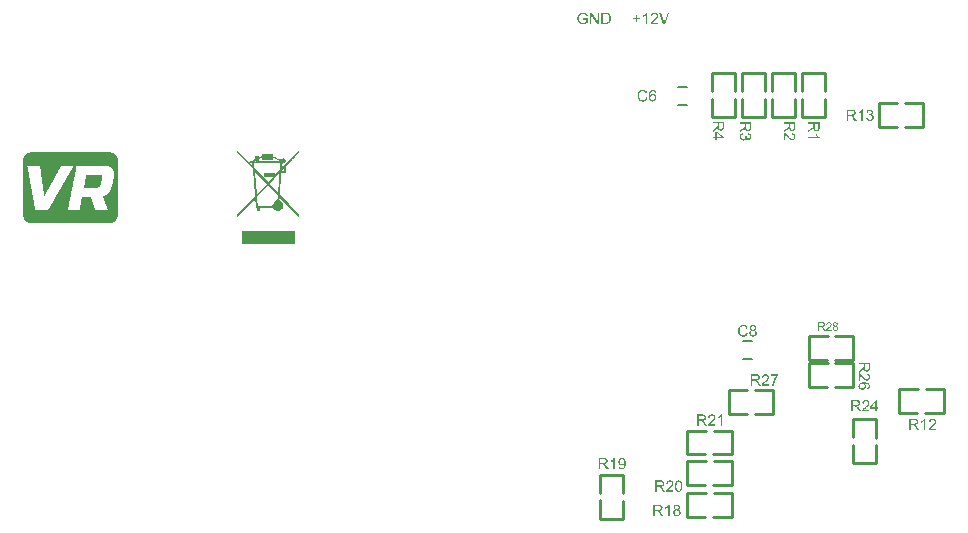
<source format=gbo>
G04*
G04 #@! TF.GenerationSoftware,Altium Limited,Altium Designer,19.1.7 (138)*
G04*
G04 Layer_Color=32896*
%FSLAX44Y44*%
%MOMM*%
G71*
G01*
G75*
%ADD10C,0.2000*%
%ADD11C,0.2540*%
G36*
X487278Y751507D02*
Y751378D01*
X486378D01*
Y751250D01*
X485993D01*
Y751121D01*
X485608D01*
Y750993D01*
X485351D01*
Y750864D01*
X485094D01*
Y750736D01*
X484965D01*
Y750607D01*
X484708D01*
Y750479D01*
X484451D01*
Y750350D01*
X484323D01*
Y750222D01*
X484194D01*
Y750093D01*
X483937D01*
Y749965D01*
X483809D01*
Y749837D01*
X483680D01*
Y749708D01*
X483552D01*
Y749580D01*
X483424D01*
Y749451D01*
X483295D01*
Y749323D01*
X483167D01*
Y749194D01*
X483038D01*
Y749066D01*
X482910D01*
Y748937D01*
Y748809D01*
X482781D01*
Y748680D01*
X482653D01*
Y748552D01*
Y748423D01*
X482524D01*
Y748295D01*
X482396D01*
Y748166D01*
Y748038D01*
X482267D01*
Y747909D01*
Y747781D01*
X482139D01*
Y747653D01*
Y747524D01*
X482010D01*
Y747395D01*
X481882D01*
Y747267D01*
Y747139D01*
Y747010D01*
X481753D01*
Y746882D01*
Y746753D01*
Y746625D01*
X481625D01*
Y746496D01*
Y746368D01*
Y746239D01*
Y746111D01*
Y745982D01*
X481497D01*
Y745854D01*
X481368D01*
Y745725D01*
Y745597D01*
Y745469D01*
Y745340D01*
Y745211D01*
Y745083D01*
Y744955D01*
Y744826D01*
Y744698D01*
Y744569D01*
Y744441D01*
Y744312D01*
Y744184D01*
Y744055D01*
Y743927D01*
Y743798D01*
Y743670D01*
Y743541D01*
Y743413D01*
Y743285D01*
Y743156D01*
Y743027D01*
Y742899D01*
Y742771D01*
Y742642D01*
Y742514D01*
Y742385D01*
Y742257D01*
Y742128D01*
Y742000D01*
Y741871D01*
Y741743D01*
Y741614D01*
Y741486D01*
Y741357D01*
Y741229D01*
Y741100D01*
Y740972D01*
Y740844D01*
Y740715D01*
Y740587D01*
Y740458D01*
Y740330D01*
Y740201D01*
Y740073D01*
Y739944D01*
Y739816D01*
Y739687D01*
Y739559D01*
Y739430D01*
Y739302D01*
Y739173D01*
Y739045D01*
Y738916D01*
Y738788D01*
Y738660D01*
Y738531D01*
Y738402D01*
Y738274D01*
Y738146D01*
Y738017D01*
Y737889D01*
Y737760D01*
Y737632D01*
Y737503D01*
Y737375D01*
Y737246D01*
Y737118D01*
Y736989D01*
Y736861D01*
Y736732D01*
Y736604D01*
Y736476D01*
Y736347D01*
Y736218D01*
Y736090D01*
Y735962D01*
Y735833D01*
Y735705D01*
Y735576D01*
Y735448D01*
Y735319D01*
Y735191D01*
Y735062D01*
Y734934D01*
Y734805D01*
Y734677D01*
Y734548D01*
Y734420D01*
Y734292D01*
Y734163D01*
Y734035D01*
Y733906D01*
Y733778D01*
Y733649D01*
Y733521D01*
Y733392D01*
Y733264D01*
Y733135D01*
Y733007D01*
Y732878D01*
Y732750D01*
Y732621D01*
Y732493D01*
Y732364D01*
Y732236D01*
Y732107D01*
Y731979D01*
Y731851D01*
Y731722D01*
Y731594D01*
Y731465D01*
Y731337D01*
Y731208D01*
Y731080D01*
Y730951D01*
Y730823D01*
Y730694D01*
Y730566D01*
Y730437D01*
Y730309D01*
Y730180D01*
Y730052D01*
Y729923D01*
Y729795D01*
Y729667D01*
Y729538D01*
Y729410D01*
Y729281D01*
Y729153D01*
Y729024D01*
Y728896D01*
Y728767D01*
Y728639D01*
Y728510D01*
Y728382D01*
Y728253D01*
Y728125D01*
Y727996D01*
Y727868D01*
Y727739D01*
Y727611D01*
Y727483D01*
Y727354D01*
Y727225D01*
Y727097D01*
Y726969D01*
Y726840D01*
Y726712D01*
Y726583D01*
Y726455D01*
Y726326D01*
Y726198D01*
Y726069D01*
Y725941D01*
Y725812D01*
Y725684D01*
Y725555D01*
Y725427D01*
Y725298D01*
Y725170D01*
Y725042D01*
Y724913D01*
Y724785D01*
Y724656D01*
Y724528D01*
Y724399D01*
Y724271D01*
Y724142D01*
Y724014D01*
Y723885D01*
Y723757D01*
Y723628D01*
Y723500D01*
Y723371D01*
Y723243D01*
Y723114D01*
Y722986D01*
Y722858D01*
Y722729D01*
Y722601D01*
Y722472D01*
Y722344D01*
Y722215D01*
Y722087D01*
Y721958D01*
Y721830D01*
Y721701D01*
Y721573D01*
Y721444D01*
Y721316D01*
Y721187D01*
Y721059D01*
Y720930D01*
Y720802D01*
Y720674D01*
Y720545D01*
Y720417D01*
Y720288D01*
Y720160D01*
Y720031D01*
Y719903D01*
Y719774D01*
Y719646D01*
Y719517D01*
Y719389D01*
Y719260D01*
Y719132D01*
Y719003D01*
Y718875D01*
Y718746D01*
Y718618D01*
Y718490D01*
Y718361D01*
Y718232D01*
Y718104D01*
Y717976D01*
Y717847D01*
Y717719D01*
Y717590D01*
Y717462D01*
Y717333D01*
Y717205D01*
Y717076D01*
Y716948D01*
Y716819D01*
Y716691D01*
Y716562D01*
Y716434D01*
Y716305D01*
Y716177D01*
Y716049D01*
Y715920D01*
Y715792D01*
Y715663D01*
Y715535D01*
Y715406D01*
Y715278D01*
Y715149D01*
Y715021D01*
Y714892D01*
Y714764D01*
Y714635D01*
Y714507D01*
Y714378D01*
Y714250D01*
Y714121D01*
Y713993D01*
Y713865D01*
Y713736D01*
Y713608D01*
Y713479D01*
Y713351D01*
Y713222D01*
Y713094D01*
Y712965D01*
Y712837D01*
Y712708D01*
Y712580D01*
Y712451D01*
Y712323D01*
Y712194D01*
Y712066D01*
Y711937D01*
Y711809D01*
Y711681D01*
Y711552D01*
Y711424D01*
Y711295D01*
Y711167D01*
Y711038D01*
Y710910D01*
Y710781D01*
Y710653D01*
Y710524D01*
Y710396D01*
Y710267D01*
Y710139D01*
Y710010D01*
Y709882D01*
Y709753D01*
Y709625D01*
Y709497D01*
Y709368D01*
Y709240D01*
Y709111D01*
Y708983D01*
Y708854D01*
Y708726D01*
Y708597D01*
Y708469D01*
Y708340D01*
Y708212D01*
Y708083D01*
Y707955D01*
Y707826D01*
Y707698D01*
Y707570D01*
Y707441D01*
Y707312D01*
Y707184D01*
Y707056D01*
Y706927D01*
Y706799D01*
Y706670D01*
Y706542D01*
Y706413D01*
Y706285D01*
Y706156D01*
Y706028D01*
Y705899D01*
Y705771D01*
Y705642D01*
Y705514D01*
Y705386D01*
Y705257D01*
Y705128D01*
Y705000D01*
Y704872D01*
Y704743D01*
Y704615D01*
Y704486D01*
Y704358D01*
Y704229D01*
Y704101D01*
Y703972D01*
Y703844D01*
Y703715D01*
Y703587D01*
Y703458D01*
Y703330D01*
Y703201D01*
Y703073D01*
Y702944D01*
Y702816D01*
Y702688D01*
Y702559D01*
Y702431D01*
Y702302D01*
Y702174D01*
Y702045D01*
Y701917D01*
Y701788D01*
Y701660D01*
Y701531D01*
Y701403D01*
Y701274D01*
Y701146D01*
Y701017D01*
Y700889D01*
Y700760D01*
Y700632D01*
Y700503D01*
Y700375D01*
Y700247D01*
Y700118D01*
Y699990D01*
Y699861D01*
Y699733D01*
Y699604D01*
Y699476D01*
Y699347D01*
Y699219D01*
Y699090D01*
Y698962D01*
Y698833D01*
Y698705D01*
Y698577D01*
Y698448D01*
Y698319D01*
Y698191D01*
Y698063D01*
Y697934D01*
Y697806D01*
Y697677D01*
Y697549D01*
Y697420D01*
X481497D01*
Y697292D01*
X481625D01*
Y697163D01*
Y697035D01*
X481497D01*
Y696906D01*
X481625D01*
Y696778D01*
Y696649D01*
Y696521D01*
Y696393D01*
X481753D01*
Y696264D01*
Y696135D01*
Y696007D01*
X481882D01*
Y695879D01*
Y695750D01*
Y695622D01*
X482010D01*
Y695493D01*
X482139D01*
Y695365D01*
Y695236D01*
X482267D01*
Y695108D01*
Y694979D01*
X482396D01*
Y694851D01*
X482524D01*
Y694722D01*
Y694594D01*
X482653D01*
Y694465D01*
Y694337D01*
X482781D01*
Y694208D01*
X482910D01*
Y694080D01*
X483038D01*
Y693951D01*
X483167D01*
Y693823D01*
Y693695D01*
X483295D01*
Y693566D01*
X483424D01*
Y693438D01*
X483552D01*
Y693309D01*
X483680D01*
Y693181D01*
X483937D01*
Y693052D01*
X484066D01*
Y692924D01*
X484194D01*
Y692795D01*
X484451D01*
Y692667D01*
X484580D01*
Y692538D01*
X484837D01*
Y692410D01*
X484965D01*
Y692281D01*
X485222D01*
Y692153D01*
X485479D01*
Y692024D01*
X485736D01*
Y691896D01*
X486121D01*
Y691768D01*
X487021D01*
Y691639D01*
Y691511D01*
X556010D01*
Y691639D01*
Y691768D01*
X556909D01*
Y691896D01*
X557166D01*
Y692024D01*
X557551D01*
Y692153D01*
X557808D01*
Y692281D01*
X557937D01*
Y692410D01*
X558194D01*
Y692538D01*
X558322D01*
Y692667D01*
X558579D01*
Y692795D01*
X558708D01*
Y692924D01*
X558965D01*
Y693052D01*
X559093D01*
Y693181D01*
X559222D01*
Y693309D01*
X559350D01*
Y693438D01*
X559479D01*
Y693566D01*
X559607D01*
Y693695D01*
X559735D01*
Y693823D01*
X559864D01*
Y693951D01*
X559992D01*
Y694080D01*
X560121D01*
Y694208D01*
Y694337D01*
X560249D01*
Y694465D01*
X560378D01*
Y694594D01*
Y694722D01*
X560506D01*
Y694851D01*
X560635D01*
Y694979D01*
Y695108D01*
X560763D01*
Y695236D01*
Y695365D01*
X560892D01*
Y695493D01*
Y695622D01*
X561020D01*
Y695750D01*
Y695879D01*
X561149D01*
Y696007D01*
Y696135D01*
Y696264D01*
X561277D01*
Y696393D01*
Y696521D01*
Y696649D01*
X561406D01*
Y696778D01*
X561277D01*
Y696906D01*
Y697035D01*
Y697163D01*
X561534D01*
Y697292D01*
Y697420D01*
Y697549D01*
Y697677D01*
Y697806D01*
Y697934D01*
Y698063D01*
Y698191D01*
Y698319D01*
Y698448D01*
Y698577D01*
Y698705D01*
Y698833D01*
Y698962D01*
Y699090D01*
Y699219D01*
Y699347D01*
Y699476D01*
Y699604D01*
Y699733D01*
Y699861D01*
Y699990D01*
Y700118D01*
Y700247D01*
Y700375D01*
Y700503D01*
Y700632D01*
Y700760D01*
Y700889D01*
Y701017D01*
Y701146D01*
Y701274D01*
Y701403D01*
Y701531D01*
Y701660D01*
Y701788D01*
Y701917D01*
Y702045D01*
Y702174D01*
Y702302D01*
Y702431D01*
Y702559D01*
Y702688D01*
Y702816D01*
Y702944D01*
Y703073D01*
Y703201D01*
Y703330D01*
Y703458D01*
Y703587D01*
Y703715D01*
Y703844D01*
Y703972D01*
Y704101D01*
Y704229D01*
Y704358D01*
Y704486D01*
Y704615D01*
Y704743D01*
Y704872D01*
Y705000D01*
Y705128D01*
Y705257D01*
Y705386D01*
Y705514D01*
Y705642D01*
Y705771D01*
Y705899D01*
Y706028D01*
Y706156D01*
Y706285D01*
Y706413D01*
Y706542D01*
Y706670D01*
Y706799D01*
Y706927D01*
Y707056D01*
Y707184D01*
Y707312D01*
Y707441D01*
Y707570D01*
Y707698D01*
Y707826D01*
Y707955D01*
Y708083D01*
Y708212D01*
Y708340D01*
Y708469D01*
Y708597D01*
Y708726D01*
Y708854D01*
Y708983D01*
Y709111D01*
Y709240D01*
Y709368D01*
Y709497D01*
Y709625D01*
Y709753D01*
Y709882D01*
Y710010D01*
Y710139D01*
Y710267D01*
Y710396D01*
Y710524D01*
Y710653D01*
Y710781D01*
Y710910D01*
Y711038D01*
Y711167D01*
Y711295D01*
Y711424D01*
Y711552D01*
Y711681D01*
Y711809D01*
Y711937D01*
Y712066D01*
Y712194D01*
Y712323D01*
Y712451D01*
Y712580D01*
Y712708D01*
Y712837D01*
Y712965D01*
Y713094D01*
Y713222D01*
Y713351D01*
Y713479D01*
Y713608D01*
Y713736D01*
Y713865D01*
Y713993D01*
Y714121D01*
Y714250D01*
Y714378D01*
Y714507D01*
Y714635D01*
Y714764D01*
Y714892D01*
Y715021D01*
Y715149D01*
Y715278D01*
Y715406D01*
Y715535D01*
Y715663D01*
Y715792D01*
Y715920D01*
Y716049D01*
Y716177D01*
Y716305D01*
Y716434D01*
Y716562D01*
Y716691D01*
Y716819D01*
Y716948D01*
Y717076D01*
Y717205D01*
Y717333D01*
Y717462D01*
Y717590D01*
Y717719D01*
Y717847D01*
Y717976D01*
Y718104D01*
Y718232D01*
Y718361D01*
Y718490D01*
Y718618D01*
Y718746D01*
Y718875D01*
Y719003D01*
Y719132D01*
Y719260D01*
Y719389D01*
Y719517D01*
Y719646D01*
Y719774D01*
Y719903D01*
Y720031D01*
Y720160D01*
Y720288D01*
Y720417D01*
Y720545D01*
Y720674D01*
Y720802D01*
Y720930D01*
Y721059D01*
Y721187D01*
Y721316D01*
Y721444D01*
Y721573D01*
Y721701D01*
Y721830D01*
Y721958D01*
Y722087D01*
Y722215D01*
Y722344D01*
Y722472D01*
Y722601D01*
Y722729D01*
Y722858D01*
Y722986D01*
Y723114D01*
Y723243D01*
Y723371D01*
Y723500D01*
Y723628D01*
Y723757D01*
Y723885D01*
Y724014D01*
Y724142D01*
Y724271D01*
Y724399D01*
Y724528D01*
Y724656D01*
Y724785D01*
Y724913D01*
Y725042D01*
Y725170D01*
Y725298D01*
Y725427D01*
Y725555D01*
Y725684D01*
Y725812D01*
Y725941D01*
Y726069D01*
Y726198D01*
Y726326D01*
Y726455D01*
Y726583D01*
Y726712D01*
Y726840D01*
Y726969D01*
Y727097D01*
Y727225D01*
Y727354D01*
Y727483D01*
Y727611D01*
Y727739D01*
Y727868D01*
Y727996D01*
Y728125D01*
Y728253D01*
Y728382D01*
Y728510D01*
Y728639D01*
Y728767D01*
Y728896D01*
Y729024D01*
Y729153D01*
Y729281D01*
Y729410D01*
Y729538D01*
Y729667D01*
Y729795D01*
Y729923D01*
Y730052D01*
Y730180D01*
Y730309D01*
Y730437D01*
Y730566D01*
Y730694D01*
Y730823D01*
Y730951D01*
Y731080D01*
Y731208D01*
Y731337D01*
Y731465D01*
Y731594D01*
Y731722D01*
Y731851D01*
Y731979D01*
Y732107D01*
Y732236D01*
Y732364D01*
Y732493D01*
Y732621D01*
Y732750D01*
Y732878D01*
Y733007D01*
Y733135D01*
Y733264D01*
Y733392D01*
Y733521D01*
Y733649D01*
Y733778D01*
Y733906D01*
Y734035D01*
Y734163D01*
Y734292D01*
Y734420D01*
Y734548D01*
Y734677D01*
Y734805D01*
Y734934D01*
Y735062D01*
Y735191D01*
Y735319D01*
Y735448D01*
Y735576D01*
Y735705D01*
Y735833D01*
Y735962D01*
Y736090D01*
Y736218D01*
Y736347D01*
Y736476D01*
Y736604D01*
Y736732D01*
Y736861D01*
Y736989D01*
Y737118D01*
Y737246D01*
Y737375D01*
Y737503D01*
Y737632D01*
Y737760D01*
Y737889D01*
Y738017D01*
Y738146D01*
Y738274D01*
Y738402D01*
Y738531D01*
Y738660D01*
Y738788D01*
Y738916D01*
Y739045D01*
Y739173D01*
Y739302D01*
Y739430D01*
Y739559D01*
Y739687D01*
Y739816D01*
Y739944D01*
Y740073D01*
Y740201D01*
Y740330D01*
Y740458D01*
Y740587D01*
Y740715D01*
Y740844D01*
Y740972D01*
Y741100D01*
Y741229D01*
Y741357D01*
Y741486D01*
Y741614D01*
Y741743D01*
Y741871D01*
Y742000D01*
Y742128D01*
Y742257D01*
Y742385D01*
Y742514D01*
Y742642D01*
Y742771D01*
Y742899D01*
Y743027D01*
Y743156D01*
Y743285D01*
Y743413D01*
Y743541D01*
Y743670D01*
Y743798D01*
Y743927D01*
Y744055D01*
Y744184D01*
Y744312D01*
Y744441D01*
Y744569D01*
Y744698D01*
Y744826D01*
Y744955D01*
Y745083D01*
Y745211D01*
Y745340D01*
Y745469D01*
Y745597D01*
Y745725D01*
Y745854D01*
Y745982D01*
X561277D01*
Y746111D01*
Y746239D01*
X561406D01*
Y746368D01*
X561277D01*
Y746496D01*
Y746625D01*
Y746753D01*
Y746882D01*
X561149D01*
Y747010D01*
Y747139D01*
Y747267D01*
X561020D01*
Y747395D01*
Y747524D01*
X560892D01*
Y747653D01*
X560763D01*
Y747781D01*
Y747909D01*
X560635D01*
Y748038D01*
Y748166D01*
X560506D01*
Y748295D01*
Y748423D01*
X560378D01*
Y748552D01*
X560249D01*
Y748680D01*
Y748809D01*
X560121D01*
Y748937D01*
X559992D01*
Y749066D01*
X559864D01*
Y749194D01*
Y749323D01*
X559735D01*
Y749451D01*
X559607D01*
Y749580D01*
X559479D01*
Y749708D01*
X559350D01*
Y749837D01*
X559093D01*
Y749965D01*
X558965D01*
Y750093D01*
X558836D01*
Y750222D01*
X558708D01*
Y750350D01*
X558451D01*
Y750479D01*
X558322D01*
Y750607D01*
X558065D01*
Y750736D01*
X557937D01*
Y750864D01*
X557680D01*
Y750993D01*
X557423D01*
Y751121D01*
X557038D01*
Y751250D01*
X556652D01*
Y751378D01*
X555624D01*
Y751507D01*
Y751635D01*
X487278D01*
Y751507D01*
D02*
G37*
G36*
X1090943Y605424D02*
X1090714Y605414D01*
X1090287Y605341D01*
X1090079Y605300D01*
X1089891Y605247D01*
X1089704Y605195D01*
X1089537Y605143D01*
X1089391Y605091D01*
X1089256Y605039D01*
X1089131Y604987D01*
X1089037Y604945D01*
X1088954Y604904D01*
X1088902Y604873D01*
X1088860Y604862D01*
X1088850Y604852D01*
X1088662Y604737D01*
X1088475Y604612D01*
X1088308Y604477D01*
X1088152Y604342D01*
X1088006Y604196D01*
X1087871Y604060D01*
X1087756Y603914D01*
X1087642Y603789D01*
X1087548Y603654D01*
X1087465Y603540D01*
X1087392Y603436D01*
X1087329Y603342D01*
X1087288Y603258D01*
X1087256Y603206D01*
X1087236Y603165D01*
X1087225Y603154D01*
X1087121Y602946D01*
X1087038Y602717D01*
X1086965Y602498D01*
X1086892Y602280D01*
X1086788Y601832D01*
X1086757Y601623D01*
X1086725Y601426D01*
X1086704Y601238D01*
X1086684Y601072D01*
X1086673Y600915D01*
X1086663Y600780D01*
X1086653Y600676D01*
Y600592D01*
Y600551D01*
Y600530D01*
X1086663Y600280D01*
X1086673Y600030D01*
X1086736Y599551D01*
X1086767Y599322D01*
X1086809Y599114D01*
X1086861Y598916D01*
X1086902Y598728D01*
X1086954Y598562D01*
X1086996Y598405D01*
X1087038Y598280D01*
X1087079Y598166D01*
X1087111Y598083D01*
X1087132Y598010D01*
X1087142Y597968D01*
X1087152Y597958D01*
X1087256Y597739D01*
X1087361Y597531D01*
X1087475Y597343D01*
X1087600Y597166D01*
X1087725Y597000D01*
X1087840Y596854D01*
X1087965Y596718D01*
X1088079Y596594D01*
X1088194Y596479D01*
X1088298Y596385D01*
X1088392Y596312D01*
X1088475Y596239D01*
X1088537Y596187D01*
X1088589Y596156D01*
X1088621Y596135D01*
X1088631Y596125D01*
X1088819Y596010D01*
X1089016Y595917D01*
X1089225Y595833D01*
X1089443Y595760D01*
X1089652Y595708D01*
X1089860Y595656D01*
X1090068Y595615D01*
X1090266Y595583D01*
X1090454Y595552D01*
X1090620Y595531D01*
X1090776Y595521D01*
X1090901Y595510D01*
X1091016Y595500D01*
X1091162D01*
X1091443Y595510D01*
X1091703Y595531D01*
X1091953Y595573D01*
X1092193Y595625D01*
X1092422Y595687D01*
X1092630Y595760D01*
X1092818Y595833D01*
X1092995Y595906D01*
X1093161Y595979D01*
X1093297Y596052D01*
X1093422Y596125D01*
X1093515Y596187D01*
X1093599Y596239D01*
X1093651Y596281D01*
X1093692Y596302D01*
X1093703Y596312D01*
X1093890Y596479D01*
X1094067Y596656D01*
X1094223Y596843D01*
X1094369Y597031D01*
X1094505Y597229D01*
X1094619Y597437D01*
X1094723Y597625D01*
X1094817Y597822D01*
X1094900Y597999D01*
X1094963Y598166D01*
X1095025Y598322D01*
X1095067Y598447D01*
X1095109Y598562D01*
X1095129Y598635D01*
X1095150Y598687D01*
Y598708D01*
X1093880Y599030D01*
X1093828Y598812D01*
X1093755Y598603D01*
X1093682Y598405D01*
X1093609Y598228D01*
X1093526Y598062D01*
X1093442Y597916D01*
X1093359Y597781D01*
X1093276Y597656D01*
X1093193Y597552D01*
X1093120Y597458D01*
X1093047Y597374D01*
X1092995Y597312D01*
X1092943Y597260D01*
X1092901Y597229D01*
X1092880Y597208D01*
X1092870Y597197D01*
X1092724Y597093D01*
X1092578Y597000D01*
X1092432Y596916D01*
X1092276Y596843D01*
X1092120Y596781D01*
X1091974Y596729D01*
X1091682Y596656D01*
X1091557Y596635D01*
X1091432Y596614D01*
X1091328Y596604D01*
X1091235Y596594D01*
X1091162Y596583D01*
X1091058D01*
X1090891Y596594D01*
X1090735Y596604D01*
X1090433Y596656D01*
X1090152Y596729D01*
X1089912Y596812D01*
X1089808Y596854D01*
X1089714Y596885D01*
X1089631Y596927D01*
X1089558Y596958D01*
X1089495Y596989D01*
X1089454Y597010D01*
X1089433Y597031D01*
X1089423D01*
X1089287Y597125D01*
X1089162Y597218D01*
X1088933Y597437D01*
X1088746Y597656D01*
X1088589Y597885D01*
X1088475Y598083D01*
X1088423Y598166D01*
X1088381Y598249D01*
X1088360Y598312D01*
X1088339Y598353D01*
X1088319Y598385D01*
Y598395D01*
X1088204Y598749D01*
X1088110Y599114D01*
X1088048Y599478D01*
X1088027Y599645D01*
X1088006Y599811D01*
X1087996Y599968D01*
X1087986Y600103D01*
X1087975Y600228D01*
Y600332D01*
X1087965Y600426D01*
Y600488D01*
Y600530D01*
Y600540D01*
X1087975Y600895D01*
X1088006Y601228D01*
X1088058Y601540D01*
X1088079Y601686D01*
X1088110Y601821D01*
X1088142Y601936D01*
X1088163Y602050D01*
X1088194Y602144D01*
X1088215Y602227D01*
X1088225Y602290D01*
X1088246Y602342D01*
X1088256Y602373D01*
Y602384D01*
X1088392Y602706D01*
X1088548Y602988D01*
X1088714Y603227D01*
X1088808Y603331D01*
X1088892Y603436D01*
X1088975Y603519D01*
X1089048Y603592D01*
X1089121Y603665D01*
X1089173Y603717D01*
X1089225Y603758D01*
X1089266Y603789D01*
X1089287Y603800D01*
X1089298Y603810D01*
X1089443Y603904D01*
X1089589Y603987D01*
X1089745Y604060D01*
X1089902Y604123D01*
X1090214Y604216D01*
X1090516Y604289D01*
X1090641Y604310D01*
X1090766Y604321D01*
X1090881Y604331D01*
X1090974Y604342D01*
X1091058Y604352D01*
X1091339D01*
X1091505Y604331D01*
X1091818Y604279D01*
X1092089Y604196D01*
X1092203Y604154D01*
X1092318Y604112D01*
X1092422Y604071D01*
X1092505Y604029D01*
X1092578Y603987D01*
X1092641Y603946D01*
X1092693Y603914D01*
X1092724Y603894D01*
X1092745Y603883D01*
X1092755Y603873D01*
X1092870Y603779D01*
X1092984Y603675D01*
X1093172Y603436D01*
X1093349Y603175D01*
X1093484Y602925D01*
X1093588Y602696D01*
X1093640Y602602D01*
X1093671Y602519D01*
X1093703Y602446D01*
X1093713Y602384D01*
X1093734Y602352D01*
Y602342D01*
X1094984Y602634D01*
X1094900Y602873D01*
X1094807Y603102D01*
X1094713Y603321D01*
X1094598Y603519D01*
X1094494Y603706D01*
X1094380Y603873D01*
X1094265Y604029D01*
X1094150Y604165D01*
X1094036Y604289D01*
X1093942Y604394D01*
X1093848Y604487D01*
X1093765Y604560D01*
X1093703Y604623D01*
X1093651Y604664D01*
X1093619Y604685D01*
X1093609Y604696D01*
X1093422Y604831D01*
X1093224Y604935D01*
X1093026Y605039D01*
X1092818Y605122D01*
X1092609Y605195D01*
X1092411Y605258D01*
X1092214Y605300D01*
X1092026Y605341D01*
X1091849Y605373D01*
X1091693Y605393D01*
X1091547Y605414D01*
X1091422Y605424D01*
X1091318Y605435D01*
X1091183D01*
X1090943Y605424D01*
D02*
G37*
G36*
X1099128Y605289D02*
X1098910Y605268D01*
X1098712Y605237D01*
X1098514Y605185D01*
X1098337Y605133D01*
X1098181Y605070D01*
X1098025Y605008D01*
X1097889Y604945D01*
X1097764Y604873D01*
X1097660Y604810D01*
X1097566Y604748D01*
X1097493Y604696D01*
X1097431Y604644D01*
X1097389Y604612D01*
X1097368Y604591D01*
X1097358Y604581D01*
X1097223Y604446D01*
X1097108Y604300D01*
X1097014Y604154D01*
X1096921Y604008D01*
X1096848Y603852D01*
X1096796Y603706D01*
X1096744Y603571D01*
X1096702Y603436D01*
X1096671Y603300D01*
X1096650Y603186D01*
X1096629Y603081D01*
X1096619Y602998D01*
Y602925D01*
X1096608Y602863D01*
Y602831D01*
Y602821D01*
X1096619Y602571D01*
X1096660Y602342D01*
X1096723Y602134D01*
X1096785Y601957D01*
X1096848Y601821D01*
X1096910Y601717D01*
X1096931Y601675D01*
X1096952Y601644D01*
X1096962Y601634D01*
Y601623D01*
X1097108Y601446D01*
X1097285Y601301D01*
X1097462Y601165D01*
X1097639Y601061D01*
X1097795Y600978D01*
X1097868Y600936D01*
X1097931Y600915D01*
X1097972Y600895D01*
X1098014Y600874D01*
X1098035Y600863D01*
X1098045D01*
X1097733Y600759D01*
X1097462Y600634D01*
X1097233Y600488D01*
X1097046Y600342D01*
X1096962Y600280D01*
X1096889Y600207D01*
X1096827Y600155D01*
X1096785Y600103D01*
X1096744Y600061D01*
X1096712Y600030D01*
X1096702Y600009D01*
X1096692Y599999D01*
X1096608Y599874D01*
X1096535Y599749D01*
X1096421Y599489D01*
X1096338Y599228D01*
X1096285Y598989D01*
X1096265Y598874D01*
X1096244Y598770D01*
X1096233Y598676D01*
Y598593D01*
X1096223Y598531D01*
Y598478D01*
Y598447D01*
Y598437D01*
X1096233Y598208D01*
X1096265Y597989D01*
X1096306Y597770D01*
X1096358Y597572D01*
X1096421Y597395D01*
X1096494Y597218D01*
X1096577Y597062D01*
X1096660Y596916D01*
X1096733Y596781D01*
X1096816Y596666D01*
X1096889Y596573D01*
X1096952Y596489D01*
X1097004Y596416D01*
X1097046Y596375D01*
X1097077Y596343D01*
X1097087Y596333D01*
X1097254Y596187D01*
X1097441Y596062D01*
X1097629Y595948D01*
X1097816Y595854D01*
X1098014Y595771D01*
X1098202Y595708D01*
X1098389Y595646D01*
X1098566Y595604D01*
X1098733Y595573D01*
X1098889Y595542D01*
X1099035Y595521D01*
X1099149Y595510D01*
X1099253D01*
X1099326Y595500D01*
X1099389D01*
X1099649Y595510D01*
X1099899Y595531D01*
X1100128Y595573D01*
X1100347Y595635D01*
X1100545Y595698D01*
X1100732Y595760D01*
X1100909Y595844D01*
X1101065Y595917D01*
X1101201Y595989D01*
X1101326Y596073D01*
X1101430Y596135D01*
X1101524Y596208D01*
X1101586Y596260D01*
X1101638Y596302D01*
X1101669Y596323D01*
X1101680Y596333D01*
X1101836Y596489D01*
X1101972Y596666D01*
X1102086Y596833D01*
X1102190Y597010D01*
X1102273Y597187D01*
X1102346Y597354D01*
X1102398Y597520D01*
X1102450Y597687D01*
X1102482Y597833D01*
X1102513Y597968D01*
X1102523Y598093D01*
X1102544Y598197D01*
Y598291D01*
X1102555Y598353D01*
Y598395D01*
Y598405D01*
Y598572D01*
X1102534Y598728D01*
X1102482Y599020D01*
X1102409Y599280D01*
X1102326Y599499D01*
X1102273Y599593D01*
X1102232Y599676D01*
X1102190Y599749D01*
X1102159Y599811D01*
X1102128Y599864D01*
X1102107Y599895D01*
X1102096Y599916D01*
X1102086Y599926D01*
X1101899Y600155D01*
X1101680Y600342D01*
X1101461Y600509D01*
X1101243Y600634D01*
X1101045Y600738D01*
X1100961Y600780D01*
X1100888Y600811D01*
X1100826Y600832D01*
X1100784Y600853D01*
X1100753Y600863D01*
X1100743D01*
X1100993Y600978D01*
X1101211Y601092D01*
X1101388Y601228D01*
X1101544Y601342D01*
X1101659Y601457D01*
X1101742Y601540D01*
X1101784Y601603D01*
X1101805Y601613D01*
Y601623D01*
X1101919Y601821D01*
X1102013Y602019D01*
X1102076Y602217D01*
X1102117Y602394D01*
X1102138Y602550D01*
X1102149Y602623D01*
X1102159Y602675D01*
Y602727D01*
Y602759D01*
Y602779D01*
Y602790D01*
X1102149Y602977D01*
X1102128Y603165D01*
X1102086Y603342D01*
X1102034Y603508D01*
X1101982Y603665D01*
X1101919Y603810D01*
X1101846Y603946D01*
X1101774Y604071D01*
X1101701Y604175D01*
X1101628Y604279D01*
X1101565Y604362D01*
X1101513Y604435D01*
X1101461Y604487D01*
X1101420Y604529D01*
X1101399Y604550D01*
X1101388Y604560D01*
X1101243Y604696D01*
X1101076Y604800D01*
X1100920Y604904D01*
X1100743Y604987D01*
X1100576Y605060D01*
X1100409Y605122D01*
X1100243Y605164D01*
X1100087Y605206D01*
X1099930Y605237D01*
X1099795Y605258D01*
X1099670Y605279D01*
X1099566Y605289D01*
X1099482Y605300D01*
X1099358D01*
X1099128Y605289D01*
D02*
G37*
G36*
X1028785Y473789D02*
X1028545Y473768D01*
X1028327Y473737D01*
X1028118Y473685D01*
X1027920Y473633D01*
X1027743Y473571D01*
X1027577Y473508D01*
X1027431Y473446D01*
X1027296Y473373D01*
X1027181Y473310D01*
X1027077Y473248D01*
X1026994Y473196D01*
X1026931Y473144D01*
X1026889Y473112D01*
X1026858Y473091D01*
X1026848Y473081D01*
X1026702Y472946D01*
X1026577Y472789D01*
X1026462Y472633D01*
X1026358Y472456D01*
X1026275Y472290D01*
X1026192Y472123D01*
X1026129Y471946D01*
X1026077Y471790D01*
X1026025Y471633D01*
X1025994Y471488D01*
X1025963Y471352D01*
X1025942Y471238D01*
X1025931Y471144D01*
X1025921Y471082D01*
X1025910Y471040D01*
Y471019D01*
X1027119Y470894D01*
X1027129Y471061D01*
X1027139Y471217D01*
X1027202Y471488D01*
X1027285Y471738D01*
X1027327Y471842D01*
X1027379Y471936D01*
X1027421Y472019D01*
X1027473Y472092D01*
X1027514Y472154D01*
X1027545Y472206D01*
X1027587Y472248D01*
X1027608Y472279D01*
X1027618Y472290D01*
X1027629Y472300D01*
X1027733Y472394D01*
X1027837Y472477D01*
X1027952Y472539D01*
X1028066Y472602D01*
X1028295Y472696D01*
X1028514Y472758D01*
X1028701Y472789D01*
X1028785Y472810D01*
X1028858D01*
X1028920Y472821D01*
X1029149D01*
X1029295Y472800D01*
X1029555Y472748D01*
X1029774Y472664D01*
X1029972Y472581D01*
X1030118Y472487D01*
X1030180Y472446D01*
X1030232Y472404D01*
X1030274Y472373D01*
X1030305Y472352D01*
X1030316Y472342D01*
X1030326Y472331D01*
X1030420Y472238D01*
X1030493Y472144D01*
X1030566Y472050D01*
X1030618Y471946D01*
X1030711Y471748D01*
X1030774Y471561D01*
X1030805Y471404D01*
X1030826Y471331D01*
Y471269D01*
X1030836Y471227D01*
Y471186D01*
Y471165D01*
Y471154D01*
X1030826Y471030D01*
X1030816Y470905D01*
X1030753Y470655D01*
X1030659Y470415D01*
X1030555Y470196D01*
X1030451Y470009D01*
X1030409Y469936D01*
X1030357Y469863D01*
X1030326Y469811D01*
X1030295Y469769D01*
X1030284Y469748D01*
X1030274Y469738D01*
X1030159Y469592D01*
X1030024Y469436D01*
X1029868Y469269D01*
X1029701Y469103D01*
X1029358Y468759D01*
X1029004Y468436D01*
X1028837Y468280D01*
X1028670Y468145D01*
X1028524Y468020D01*
X1028400Y467916D01*
X1028295Y467822D01*
X1028222Y467760D01*
X1028170Y467707D01*
X1028149Y467697D01*
X1027962Y467541D01*
X1027795Y467395D01*
X1027629Y467260D01*
X1027483Y467124D01*
X1027337Y466999D01*
X1027212Y466874D01*
X1027098Y466770D01*
X1026994Y466666D01*
X1026900Y466572D01*
X1026827Y466489D01*
X1026754Y466416D01*
X1026702Y466364D01*
X1026650Y466312D01*
X1026619Y466281D01*
X1026608Y466260D01*
X1026598Y466249D01*
X1026410Y466020D01*
X1026254Y465791D01*
X1026119Y465573D01*
X1026015Y465375D01*
X1025931Y465208D01*
X1025900Y465135D01*
X1025869Y465083D01*
X1025848Y465031D01*
X1025838Y465000D01*
X1025827Y464979D01*
Y464968D01*
X1025775Y464823D01*
X1025744Y464677D01*
X1025713Y464542D01*
X1025702Y464417D01*
X1025692Y464312D01*
Y464229D01*
Y464177D01*
Y464156D01*
X1032055D01*
Y465291D01*
X1027316D01*
X1027483Y465521D01*
X1027566Y465625D01*
X1027650Y465718D01*
X1027723Y465802D01*
X1027775Y465864D01*
X1027816Y465906D01*
X1027827Y465916D01*
X1027889Y465979D01*
X1027972Y466062D01*
X1028066Y466145D01*
X1028170Y466239D01*
X1028389Y466447D01*
X1028618Y466645D01*
X1028837Y466833D01*
X1028931Y466916D01*
X1029024Y466989D01*
X1029087Y467051D01*
X1029149Y467093D01*
X1029181Y467124D01*
X1029191Y467135D01*
X1029420Y467332D01*
X1029639Y467520D01*
X1029837Y467687D01*
X1030014Y467853D01*
X1030180Y467999D01*
X1030326Y468145D01*
X1030461Y468270D01*
X1030586Y468384D01*
X1030691Y468478D01*
X1030774Y468572D01*
X1030847Y468645D01*
X1030909Y468707D01*
X1030951Y468759D01*
X1030993Y468791D01*
X1031003Y468811D01*
X1031013Y468822D01*
X1031211Y469051D01*
X1031367Y469259D01*
X1031503Y469457D01*
X1031617Y469634D01*
X1031701Y469780D01*
X1031763Y469894D01*
X1031784Y469936D01*
X1031794Y469967D01*
X1031805Y469978D01*
Y469988D01*
X1031888Y470196D01*
X1031940Y470405D01*
X1031982Y470592D01*
X1032013Y470769D01*
X1032034Y470915D01*
X1032044Y471030D01*
Y471071D01*
Y471102D01*
Y471113D01*
Y471123D01*
X1032034Y471331D01*
X1032013Y471529D01*
X1031972Y471717D01*
X1031919Y471904D01*
X1031857Y472071D01*
X1031784Y472227D01*
X1031711Y472373D01*
X1031638Y472498D01*
X1031565Y472623D01*
X1031492Y472727D01*
X1031420Y472821D01*
X1031357Y472894D01*
X1031305Y472946D01*
X1031263Y472998D01*
X1031243Y473018D01*
X1031232Y473029D01*
X1031076Y473164D01*
X1030909Y473279D01*
X1030732Y473383D01*
X1030545Y473477D01*
X1030368Y473550D01*
X1030180Y473612D01*
X1030003Y473664D01*
X1029826Y473706D01*
X1029670Y473737D01*
X1029514Y473758D01*
X1029378Y473779D01*
X1029264Y473789D01*
X1029170Y473800D01*
X1029035D01*
X1028785Y473789D01*
D02*
G37*
G36*
X1016653Y464156D02*
X1017923D01*
Y468426D01*
X1019558D01*
X1019704Y468415D01*
X1019829Y468405D01*
X1019933D01*
X1020006Y468395D01*
X1020058Y468384D01*
X1020089Y468374D01*
X1020099D01*
X1020214Y468343D01*
X1020318Y468301D01*
X1020412Y468259D01*
X1020506Y468218D01*
X1020579Y468176D01*
X1020631Y468145D01*
X1020672Y468124D01*
X1020683Y468114D01*
X1020787Y468041D01*
X1020901Y467937D01*
X1021016Y467832D01*
X1021110Y467728D01*
X1021203Y467635D01*
X1021266Y467551D01*
X1021308Y467499D01*
X1021328Y467489D01*
Y467478D01*
X1021474Y467291D01*
X1021630Y467083D01*
X1021776Y466864D01*
X1021922Y466645D01*
X1022047Y466458D01*
X1022109Y466374D01*
X1022151Y466301D01*
X1022193Y466239D01*
X1022224Y466197D01*
X1022234Y466166D01*
X1022245Y466156D01*
X1023515Y464156D01*
X1025109D01*
X1023442Y466770D01*
X1023255Y467041D01*
X1023067Y467291D01*
X1022890Y467509D01*
X1022734Y467697D01*
X1022599Y467843D01*
X1022536Y467905D01*
X1022484Y467957D01*
X1022443Y467999D01*
X1022411Y468030D01*
X1022401Y468041D01*
X1022391Y468051D01*
X1022286Y468134D01*
X1022161Y468228D01*
X1022037Y468301D01*
X1021911Y468374D01*
X1021797Y468436D01*
X1021703Y468488D01*
X1021641Y468520D01*
X1021630Y468530D01*
X1021620D01*
X1021870Y468572D01*
X1022109Y468624D01*
X1022328Y468686D01*
X1022526Y468749D01*
X1022713Y468822D01*
X1022880Y468895D01*
X1023026Y468968D01*
X1023161Y469040D01*
X1023286Y469113D01*
X1023390Y469186D01*
X1023474Y469249D01*
X1023547Y469301D01*
X1023599Y469353D01*
X1023640Y469384D01*
X1023661Y469405D01*
X1023671Y469415D01*
X1023786Y469551D01*
X1023890Y469686D01*
X1023984Y469832D01*
X1024057Y469978D01*
X1024119Y470123D01*
X1024171Y470269D01*
X1024255Y470540D01*
X1024286Y470665D01*
X1024307Y470779D01*
X1024317Y470884D01*
X1024328Y470977D01*
X1024338Y471040D01*
Y471102D01*
Y471134D01*
Y471144D01*
X1024317Y471436D01*
X1024276Y471706D01*
X1024213Y471946D01*
X1024140Y472165D01*
X1024099Y472258D01*
X1024057Y472342D01*
X1024026Y472415D01*
X1023994Y472477D01*
X1023973Y472529D01*
X1023953Y472560D01*
X1023932Y472581D01*
Y472592D01*
X1023776Y472821D01*
X1023599Y473008D01*
X1023422Y473175D01*
X1023244Y473300D01*
X1023099Y473393D01*
X1022974Y473456D01*
X1022922Y473477D01*
X1022890Y473498D01*
X1022870Y473508D01*
X1022859D01*
X1022724Y473550D01*
X1022589Y473591D01*
X1022276Y473654D01*
X1021953Y473706D01*
X1021641Y473737D01*
X1021485Y473747D01*
X1021349Y473758D01*
X1021235D01*
X1021120Y473768D01*
X1016653D01*
Y464156D01*
D02*
G37*
G36*
X1036262Y473789D02*
X1036075Y473779D01*
X1035898Y473747D01*
X1035731Y473716D01*
X1035585Y473675D01*
X1035439Y473623D01*
X1035304Y473571D01*
X1035189Y473518D01*
X1035075Y473466D01*
X1034981Y473414D01*
X1034898Y473373D01*
X1034835Y473321D01*
X1034783Y473289D01*
X1034742Y473258D01*
X1034721Y473248D01*
X1034710Y473237D01*
X1034585Y473123D01*
X1034471Y473008D01*
X1034262Y472748D01*
X1034075Y472487D01*
X1033929Y472227D01*
X1033867Y472102D01*
X1033815Y471998D01*
X1033773Y471894D01*
X1033731Y471810D01*
X1033711Y471738D01*
X1033690Y471675D01*
X1033669Y471644D01*
Y471633D01*
X1033606Y471436D01*
X1033554Y471217D01*
X1033471Y470769D01*
X1033409Y470311D01*
X1033388Y470092D01*
X1033367Y469874D01*
X1033356Y469676D01*
X1033346Y469488D01*
X1033336Y469322D01*
Y469176D01*
X1033325Y469061D01*
Y468968D01*
Y468915D01*
Y468895D01*
X1033336Y468405D01*
X1033367Y467947D01*
X1033409Y467530D01*
X1033471Y467145D01*
X1033544Y466791D01*
X1033627Y466468D01*
X1033711Y466187D01*
X1033804Y465927D01*
X1033888Y465708D01*
X1033971Y465510D01*
X1034054Y465354D01*
X1034127Y465218D01*
X1034190Y465114D01*
X1034231Y465041D01*
X1034262Y465000D01*
X1034273Y464989D01*
X1034429Y464812D01*
X1034596Y464666D01*
X1034773Y464531D01*
X1034950Y464417D01*
X1035127Y464323D01*
X1035314Y464240D01*
X1035491Y464177D01*
X1035658Y464125D01*
X1035825Y464083D01*
X1035970Y464052D01*
X1036106Y464031D01*
X1036220Y464021D01*
X1036314Y464010D01*
X1036387Y464000D01*
X1036450D01*
X1036647Y464010D01*
X1036824Y464021D01*
X1037001Y464052D01*
X1037168Y464083D01*
X1037324Y464135D01*
X1037460Y464177D01*
X1037595Y464229D01*
X1037710Y464281D01*
X1037824Y464333D01*
X1037918Y464385D01*
X1038001Y464437D01*
X1038064Y464479D01*
X1038116Y464510D01*
X1038157Y464542D01*
X1038178Y464552D01*
X1038189Y464562D01*
X1038314Y464677D01*
X1038439Y464791D01*
X1038647Y465052D01*
X1038824Y465312D01*
X1038970Y465573D01*
X1039032Y465698D01*
X1039084Y465812D01*
X1039126Y465906D01*
X1039167Y465999D01*
X1039199Y466062D01*
X1039209Y466124D01*
X1039230Y466156D01*
Y466166D01*
X1039293Y466364D01*
X1039345Y466583D01*
X1039438Y467030D01*
X1039501Y467489D01*
X1039522Y467707D01*
X1039542Y467926D01*
X1039553Y468124D01*
X1039563Y468311D01*
X1039574Y468468D01*
X1039584Y468613D01*
Y468728D01*
Y468822D01*
Y468874D01*
Y468895D01*
Y469155D01*
X1039574Y469405D01*
X1039563Y469634D01*
X1039553Y469853D01*
X1039532Y470051D01*
X1039511Y470238D01*
X1039490Y470405D01*
X1039480Y470561D01*
X1039459Y470696D01*
X1039438Y470811D01*
X1039417Y470915D01*
X1039397Y470998D01*
X1039386Y471071D01*
X1039376Y471113D01*
X1039365Y471144D01*
Y471154D01*
X1039282Y471456D01*
X1039178Y471738D01*
X1039084Y471977D01*
X1038990Y472185D01*
X1038938Y472269D01*
X1038907Y472352D01*
X1038866Y472425D01*
X1038834Y472477D01*
X1038803Y472519D01*
X1038793Y472550D01*
X1038772Y472571D01*
Y472581D01*
X1038626Y472789D01*
X1038459Y472977D01*
X1038303Y473133D01*
X1038147Y473258D01*
X1038012Y473362D01*
X1037907Y473425D01*
X1037866Y473456D01*
X1037835Y473477D01*
X1037814Y473487D01*
X1037803D01*
X1037574Y473591D01*
X1037345Y473664D01*
X1037116Y473727D01*
X1036908Y473758D01*
X1036720Y473779D01*
X1036647Y473789D01*
X1036574Y473800D01*
X1036450D01*
X1036262Y473789D01*
D02*
G37*
G36*
X1065153Y776229D02*
X1069422D01*
Y774594D01*
X1069412Y774449D01*
X1069401Y774324D01*
Y774220D01*
X1069391Y774147D01*
X1069381Y774095D01*
X1069370Y774063D01*
Y774053D01*
X1069339Y773938D01*
X1069297Y773834D01*
X1069256Y773740D01*
X1069214Y773647D01*
X1069172Y773574D01*
X1069141Y773522D01*
X1069120Y773480D01*
X1069110Y773470D01*
X1069037Y773366D01*
X1068933Y773251D01*
X1068829Y773137D01*
X1068725Y773043D01*
X1068631Y772949D01*
X1068547Y772887D01*
X1068495Y772845D01*
X1068485Y772824D01*
X1068475D01*
X1068287Y772678D01*
X1068079Y772522D01*
X1067860Y772376D01*
X1067641Y772231D01*
X1067454Y772105D01*
X1067371Y772043D01*
X1067298Y772001D01*
X1067235Y771960D01*
X1067194Y771928D01*
X1067162Y771918D01*
X1067152Y771908D01*
X1065153Y770637D01*
Y769044D01*
X1067766Y770710D01*
X1068037Y770898D01*
X1068287Y771085D01*
X1068506Y771262D01*
X1068693Y771418D01*
X1068839Y771554D01*
X1068902Y771616D01*
X1068954Y771668D01*
X1068995Y771710D01*
X1069026Y771741D01*
X1069037Y771751D01*
X1069047Y771762D01*
X1069131Y771866D01*
X1069224Y771991D01*
X1069297Y772116D01*
X1069370Y772241D01*
X1069433Y772355D01*
X1069485Y772449D01*
X1069516Y772512D01*
X1069526Y772522D01*
Y772533D01*
X1069568Y772283D01*
X1069620Y772043D01*
X1069683Y771824D01*
X1069745Y771627D01*
X1069818Y771439D01*
X1069891Y771272D01*
X1069964Y771127D01*
X1070037Y770991D01*
X1070109Y770866D01*
X1070182Y770762D01*
X1070245Y770679D01*
X1070297Y770606D01*
X1070349Y770554D01*
X1070380Y770512D01*
X1070401Y770491D01*
X1070412Y770481D01*
X1070547Y770366D01*
X1070682Y770262D01*
X1070828Y770169D01*
X1070974Y770096D01*
X1071120Y770033D01*
X1071265Y769981D01*
X1071536Y769898D01*
X1071661Y769866D01*
X1071776Y769846D01*
X1071880Y769835D01*
X1071974Y769825D01*
X1072036Y769815D01*
X1072099D01*
X1072130D01*
X1072140D01*
X1072432Y769835D01*
X1072703Y769877D01*
X1072942Y769939D01*
X1073161Y770012D01*
X1073255Y770054D01*
X1073338Y770096D01*
X1073411Y770127D01*
X1073473Y770158D01*
X1073525Y770179D01*
X1073557Y770200D01*
X1073577Y770221D01*
X1073588D01*
X1073817Y770377D01*
X1074004Y770554D01*
X1074171Y770731D01*
X1074296Y770908D01*
X1074390Y771054D01*
X1074452Y771179D01*
X1074473Y771231D01*
X1074494Y771262D01*
X1074504Y771283D01*
Y771293D01*
X1074546Y771429D01*
X1074588Y771564D01*
X1074650Y771876D01*
X1074702Y772199D01*
X1074733Y772512D01*
X1074744Y772668D01*
X1074754Y772803D01*
Y772918D01*
X1074765Y773032D01*
Y777500D01*
X1065153D01*
Y776229D01*
D02*
G37*
G36*
X1067454Y764514D02*
X1065153D01*
Y763337D01*
X1067454D01*
Y762035D01*
X1068537D01*
Y763337D01*
X1074765D01*
Y764305D01*
X1068537Y768700D01*
X1067454D01*
Y764514D01*
D02*
G37*
G36*
X1146152Y775730D02*
X1150422D01*
Y774094D01*
X1150412Y773949D01*
X1150401Y773824D01*
Y773720D01*
X1150391Y773647D01*
X1150381Y773595D01*
X1150370Y773563D01*
Y773553D01*
X1150339Y773438D01*
X1150297Y773334D01*
X1150256Y773241D01*
X1150214Y773147D01*
X1150172Y773074D01*
X1150141Y773022D01*
X1150120Y772980D01*
X1150110Y772970D01*
X1150037Y772866D01*
X1149933Y772751D01*
X1149829Y772636D01*
X1149725Y772543D01*
X1149631Y772449D01*
X1149547Y772387D01*
X1149495Y772345D01*
X1149485Y772324D01*
X1149474D01*
X1149287Y772178D01*
X1149079Y772022D01*
X1148860Y771876D01*
X1148641Y771730D01*
X1148454Y771606D01*
X1148371Y771543D01*
X1148298Y771501D01*
X1148235Y771460D01*
X1148194Y771429D01*
X1148162Y771418D01*
X1148152Y771408D01*
X1146152Y770137D01*
Y768544D01*
X1148766Y770210D01*
X1149037Y770397D01*
X1149287Y770585D01*
X1149506Y770762D01*
X1149693Y770918D01*
X1149839Y771054D01*
X1149902Y771116D01*
X1149954Y771168D01*
X1149995Y771210D01*
X1150026Y771241D01*
X1150037Y771252D01*
X1150047Y771262D01*
X1150131Y771366D01*
X1150224Y771491D01*
X1150297Y771616D01*
X1150370Y771741D01*
X1150433Y771855D01*
X1150485Y771949D01*
X1150516Y772012D01*
X1150526Y772022D01*
Y772032D01*
X1150568Y771783D01*
X1150620Y771543D01*
X1150683Y771324D01*
X1150745Y771126D01*
X1150818Y770939D01*
X1150891Y770772D01*
X1150964Y770627D01*
X1151037Y770491D01*
X1151109Y770366D01*
X1151182Y770262D01*
X1151245Y770179D01*
X1151297Y770106D01*
X1151349Y770054D01*
X1151380Y770012D01*
X1151401Y769991D01*
X1151412Y769981D01*
X1151547Y769866D01*
X1151682Y769762D01*
X1151828Y769669D01*
X1151974Y769596D01*
X1152120Y769533D01*
X1152265Y769481D01*
X1152536Y769398D01*
X1152661Y769367D01*
X1152776Y769346D01*
X1152880Y769335D01*
X1152974Y769325D01*
X1153036Y769314D01*
X1153099D01*
X1153130D01*
X1153140D01*
X1153432Y769335D01*
X1153703Y769377D01*
X1153942Y769439D01*
X1154161Y769512D01*
X1154255Y769554D01*
X1154338Y769596D01*
X1154411Y769627D01*
X1154473Y769658D01*
X1154525Y769679D01*
X1154557Y769700D01*
X1154577Y769721D01*
X1154588D01*
X1154817Y769877D01*
X1155004Y770054D01*
X1155171Y770231D01*
X1155296Y770408D01*
X1155390Y770554D01*
X1155452Y770679D01*
X1155473Y770731D01*
X1155494Y770762D01*
X1155504Y770783D01*
Y770793D01*
X1155546Y770929D01*
X1155588Y771064D01*
X1155650Y771376D01*
X1155702Y771699D01*
X1155733Y772012D01*
X1155744Y772168D01*
X1155754Y772303D01*
Y772418D01*
X1155765Y772532D01*
Y777000D01*
X1146152D01*
Y775730D01*
D02*
G37*
G36*
X1152328Y766690D02*
X1152422Y766471D01*
X1152526Y766263D01*
X1152620Y766076D01*
X1152713Y765909D01*
X1152745Y765836D01*
X1152786Y765774D01*
X1152807Y765722D01*
X1152828Y765690D01*
X1152849Y765670D01*
Y765659D01*
X1153005Y765409D01*
X1153151Y765191D01*
X1153286Y764993D01*
X1153411Y764836D01*
X1153515Y764701D01*
X1153588Y764607D01*
X1153640Y764555D01*
X1153661Y764534D01*
X1146152D01*
Y763358D01*
X1155796D01*
Y764118D01*
X1155556Y764253D01*
X1155327Y764409D01*
X1155108Y764586D01*
X1154921Y764763D01*
X1154744Y764920D01*
X1154681Y764993D01*
X1154619Y765045D01*
X1154567Y765097D01*
X1154536Y765138D01*
X1154515Y765159D01*
X1154504Y765170D01*
X1154265Y765451D01*
X1154057Y765753D01*
X1153859Y766044D01*
X1153692Y766315D01*
X1153630Y766430D01*
X1153567Y766544D01*
X1153505Y766648D01*
X1153463Y766732D01*
X1153432Y766805D01*
X1153401Y766857D01*
X1153390Y766888D01*
X1153380Y766898D01*
X1152245D01*
X1152328Y766690D01*
D02*
G37*
G36*
X1088319Y775730D02*
X1092589D01*
Y774094D01*
X1092578Y773949D01*
X1092568Y773824D01*
Y773720D01*
X1092558Y773647D01*
X1092547Y773595D01*
X1092537Y773563D01*
Y773553D01*
X1092505Y773438D01*
X1092464Y773334D01*
X1092422Y773241D01*
X1092381Y773147D01*
X1092339Y773074D01*
X1092308Y773022D01*
X1092287Y772980D01*
X1092276Y772970D01*
X1092204Y772866D01*
X1092099Y772751D01*
X1091995Y772636D01*
X1091891Y772543D01*
X1091797Y772449D01*
X1091714Y772387D01*
X1091662Y772345D01*
X1091652Y772324D01*
X1091641D01*
X1091454Y772178D01*
X1091245Y772022D01*
X1091027Y771876D01*
X1090808Y771730D01*
X1090621Y771606D01*
X1090537Y771543D01*
X1090464Y771501D01*
X1090402Y771460D01*
X1090360Y771429D01*
X1090329Y771418D01*
X1090319Y771408D01*
X1088319Y770137D01*
Y768544D01*
X1090933Y770210D01*
X1091204Y770397D01*
X1091454Y770585D01*
X1091672Y770762D01*
X1091860Y770918D01*
X1092006Y771054D01*
X1092068Y771116D01*
X1092120Y771168D01*
X1092162Y771210D01*
X1092193Y771241D01*
X1092204Y771252D01*
X1092214Y771262D01*
X1092297Y771366D01*
X1092391Y771491D01*
X1092464Y771616D01*
X1092537Y771741D01*
X1092599Y771855D01*
X1092651Y771949D01*
X1092682Y772012D01*
X1092693Y772022D01*
Y772032D01*
X1092735Y771783D01*
X1092787Y771543D01*
X1092849Y771324D01*
X1092912Y771126D01*
X1092985Y770939D01*
X1093057Y770772D01*
X1093130Y770627D01*
X1093203Y770491D01*
X1093276Y770366D01*
X1093349Y770262D01*
X1093411Y770179D01*
X1093464Y770106D01*
X1093516Y770054D01*
X1093547Y770012D01*
X1093568Y769991D01*
X1093578Y769981D01*
X1093714Y769866D01*
X1093849Y769762D01*
X1093995Y769669D01*
X1094140Y769596D01*
X1094286Y769533D01*
X1094432Y769481D01*
X1094703Y769398D01*
X1094828Y769367D01*
X1094942Y769346D01*
X1095046Y769335D01*
X1095140Y769325D01*
X1095203Y769314D01*
X1095265D01*
X1095296D01*
X1095307D01*
X1095599Y769335D01*
X1095869Y769377D01*
X1096109Y769439D01*
X1096327Y769512D01*
X1096421Y769554D01*
X1096505Y769596D01*
X1096577Y769627D01*
X1096640Y769658D01*
X1096692Y769679D01*
X1096723Y769700D01*
X1096744Y769721D01*
X1096754D01*
X1096983Y769877D01*
X1097171Y770054D01*
X1097338Y770231D01*
X1097463Y770408D01*
X1097556Y770554D01*
X1097619Y770679D01*
X1097640Y770731D01*
X1097660Y770762D01*
X1097671Y770783D01*
Y770793D01*
X1097712Y770929D01*
X1097754Y771064D01*
X1097817Y771376D01*
X1097869Y771699D01*
X1097900Y772012D01*
X1097910Y772168D01*
X1097921Y772303D01*
Y772418D01*
X1097931Y772532D01*
Y777000D01*
X1088319D01*
Y775730D01*
D02*
G37*
G36*
X1090641Y767763D02*
X1090433Y767721D01*
X1090235Y767659D01*
X1090048Y767596D01*
X1089871Y767523D01*
X1089715Y767440D01*
X1089558Y767357D01*
X1089433Y767273D01*
X1089308Y767190D01*
X1089204Y767117D01*
X1089110Y767044D01*
X1089038Y766982D01*
X1088975Y766919D01*
X1088933Y766878D01*
X1088913Y766857D01*
X1088902Y766846D01*
X1088767Y766690D01*
X1088652Y766513D01*
X1088559Y766347D01*
X1088465Y766169D01*
X1088392Y765992D01*
X1088340Y765815D01*
X1088288Y765649D01*
X1088246Y765482D01*
X1088215Y765326D01*
X1088194Y765191D01*
X1088173Y765066D01*
X1088163Y764951D01*
Y764868D01*
X1088152Y764795D01*
Y764743D01*
X1088163Y764482D01*
X1088194Y764243D01*
X1088236Y764014D01*
X1088288Y763795D01*
X1088350Y763587D01*
X1088423Y763399D01*
X1088506Y763222D01*
X1088590Y763066D01*
X1088663Y762920D01*
X1088746Y762795D01*
X1088819Y762681D01*
X1088881Y762597D01*
X1088933Y762524D01*
X1088975Y762473D01*
X1089006Y762441D01*
X1089017Y762431D01*
X1089183Y762264D01*
X1089361Y762129D01*
X1089538Y762004D01*
X1089725Y761900D01*
X1089902Y761806D01*
X1090079Y761733D01*
X1090246Y761671D01*
X1090412Y761618D01*
X1090568Y761577D01*
X1090704Y761556D01*
X1090829Y761535D01*
X1090943Y761514D01*
X1091027D01*
X1091100Y761504D01*
X1091141D01*
X1091152D01*
X1091318D01*
X1091485Y761525D01*
X1091787Y761577D01*
X1092047Y761660D01*
X1092162Y761702D01*
X1092266Y761743D01*
X1092370Y761785D01*
X1092453Y761827D01*
X1092526Y761869D01*
X1092578Y761910D01*
X1092630Y761941D01*
X1092662Y761962D01*
X1092682Y761973D01*
X1092693Y761983D01*
X1092912Y762170D01*
X1093089Y762389D01*
X1093224Y762608D01*
X1093339Y762816D01*
X1093422Y763014D01*
X1093453Y763097D01*
X1093474Y763160D01*
X1093495Y763222D01*
X1093505Y763264D01*
X1093516Y763295D01*
Y763306D01*
X1093641Y763076D01*
X1093766Y762879D01*
X1093901Y762702D01*
X1094036Y762566D01*
X1094151Y762452D01*
X1094245Y762379D01*
X1094307Y762327D01*
X1094317Y762316D01*
X1094328D01*
X1094526Y762202D01*
X1094724Y762118D01*
X1094911Y762056D01*
X1095088Y762014D01*
X1095234Y761993D01*
X1095359Y761973D01*
X1095401D01*
X1095432D01*
X1095453D01*
X1095463D01*
X1095703Y761983D01*
X1095932Y762025D01*
X1096140Y762087D01*
X1096327Y762150D01*
X1096484Y762212D01*
X1096546Y762243D01*
X1096598Y762275D01*
X1096640Y762295D01*
X1096682Y762316D01*
X1096692Y762327D01*
X1096702D01*
X1096911Y762473D01*
X1097088Y762639D01*
X1097244Y762806D01*
X1097379Y762972D01*
X1097483Y763118D01*
X1097556Y763233D01*
X1097588Y763285D01*
X1097608Y763316D01*
X1097619Y763337D01*
Y763347D01*
X1097733Y763597D01*
X1097817Y763847D01*
X1097879Y764097D01*
X1097921Y764316D01*
X1097942Y764514D01*
X1097952Y764586D01*
X1097962Y764659D01*
Y764795D01*
X1097952Y765003D01*
X1097931Y765201D01*
X1097900Y765388D01*
X1097858Y765576D01*
X1097806Y765742D01*
X1097754Y765899D01*
X1097692Y766044D01*
X1097640Y766169D01*
X1097577Y766294D01*
X1097515Y766398D01*
X1097463Y766482D01*
X1097411Y766565D01*
X1097369Y766617D01*
X1097338Y766669D01*
X1097317Y766690D01*
X1097306Y766701D01*
X1097181Y766836D01*
X1097036Y766961D01*
X1096890Y767076D01*
X1096744Y767180D01*
X1096588Y767273D01*
X1096442Y767346D01*
X1096140Y767482D01*
X1096005Y767534D01*
X1095880Y767575D01*
X1095765Y767607D01*
X1095671Y767638D01*
X1095588Y767659D01*
X1095526Y767669D01*
X1095484Y767680D01*
X1095473D01*
X1095265Y766503D01*
X1095567Y766440D01*
X1095828Y766357D01*
X1096057Y766263D01*
X1096234Y766159D01*
X1096379Y766076D01*
X1096473Y765992D01*
X1096536Y765940D01*
X1096557Y765919D01*
X1096702Y765732D01*
X1096806Y765545D01*
X1096890Y765347D01*
X1096942Y765170D01*
X1096973Y765003D01*
X1096983Y764941D01*
Y764878D01*
X1096994Y764826D01*
Y764763D01*
X1096973Y764514D01*
X1096932Y764295D01*
X1096859Y764097D01*
X1096786Y763930D01*
X1096702Y763805D01*
X1096629Y763712D01*
X1096588Y763649D01*
X1096567Y763628D01*
X1096484Y763545D01*
X1096400Y763483D01*
X1096213Y763368D01*
X1096036Y763285D01*
X1095869Y763233D01*
X1095713Y763201D01*
X1095599Y763191D01*
X1095546Y763181D01*
X1095515D01*
X1095494D01*
X1095484D01*
X1095338Y763191D01*
X1095203Y763212D01*
X1095067Y763233D01*
X1094953Y763274D01*
X1094744Y763379D01*
X1094578Y763483D01*
X1094443Y763597D01*
X1094349Y763701D01*
X1094317Y763743D01*
X1094297Y763764D01*
X1094276Y763785D01*
Y763795D01*
X1094140Y764024D01*
X1094047Y764264D01*
X1093974Y764493D01*
X1093932Y764701D01*
X1093901Y764878D01*
X1093891Y764951D01*
Y765024D01*
X1093880Y765076D01*
Y765211D01*
X1093891Y765274D01*
X1093901Y765326D01*
Y765347D01*
X1092870Y765472D01*
X1092912Y765295D01*
X1092943Y765128D01*
X1092964Y764993D01*
X1092985Y764868D01*
Y764774D01*
X1092995Y764701D01*
Y764639D01*
X1092985Y764493D01*
X1092974Y764347D01*
X1092912Y764087D01*
X1092828Y763857D01*
X1092735Y763660D01*
X1092630Y763503D01*
X1092589Y763441D01*
X1092547Y763389D01*
X1092516Y763347D01*
X1092485Y763316D01*
X1092474Y763306D01*
X1092464Y763295D01*
X1092360Y763201D01*
X1092256Y763118D01*
X1092151Y763045D01*
X1092037Y762983D01*
X1091818Y762889D01*
X1091600Y762816D01*
X1091412Y762785D01*
X1091339Y762775D01*
X1091266Y762764D01*
X1091214Y762754D01*
X1091162D01*
X1091141D01*
X1091131D01*
X1090975Y762764D01*
X1090829Y762775D01*
X1090548Y762847D01*
X1090308Y762931D01*
X1090100Y763035D01*
X1090006Y763097D01*
X1089933Y763149D01*
X1089860Y763191D01*
X1089808Y763233D01*
X1089767Y763274D01*
X1089735Y763306D01*
X1089715Y763316D01*
X1089704Y763326D01*
X1089600Y763441D01*
X1089517Y763556D01*
X1089444Y763670D01*
X1089371Y763785D01*
X1089267Y764024D01*
X1089204Y764253D01*
X1089163Y764441D01*
X1089152Y764534D01*
X1089142Y764597D01*
X1089131Y764659D01*
Y764743D01*
X1089152Y764993D01*
X1089204Y765232D01*
X1089267Y765430D01*
X1089350Y765607D01*
X1089433Y765753D01*
X1089496Y765857D01*
X1089527Y765888D01*
X1089548Y765919D01*
X1089569Y765930D01*
Y765940D01*
X1089662Y766024D01*
X1089756Y766107D01*
X1089975Y766253D01*
X1090214Y766367D01*
X1090454Y766461D01*
X1090673Y766534D01*
X1090766Y766555D01*
X1090850Y766576D01*
X1090923Y766596D01*
X1090975Y766607D01*
X1091006Y766617D01*
X1091016D01*
X1090860Y767794D01*
X1090641Y767763D01*
D02*
G37*
G36*
X1198116Y787800D02*
X1197918Y787779D01*
X1197731Y787747D01*
X1197543Y787706D01*
X1197377Y787654D01*
X1197221Y787602D01*
X1197075Y787539D01*
X1196950Y787487D01*
X1196825Y787425D01*
X1196721Y787362D01*
X1196637Y787310D01*
X1196554Y787258D01*
X1196502Y787216D01*
X1196450Y787185D01*
X1196429Y787164D01*
X1196419Y787154D01*
X1196283Y787029D01*
X1196158Y786883D01*
X1196044Y786737D01*
X1195940Y786591D01*
X1195846Y786435D01*
X1195773Y786290D01*
X1195638Y785987D01*
X1195586Y785852D01*
X1195544Y785727D01*
X1195513Y785613D01*
X1195481Y785519D01*
X1195461Y785436D01*
X1195450Y785373D01*
X1195440Y785331D01*
Y785321D01*
X1196617Y785113D01*
X1196679Y785415D01*
X1196762Y785675D01*
X1196856Y785904D01*
X1196960Y786081D01*
X1197044Y786227D01*
X1197127Y786321D01*
X1197179Y786383D01*
X1197200Y786404D01*
X1197387Y786550D01*
X1197575Y786654D01*
X1197773Y786737D01*
X1197950Y786789D01*
X1198116Y786821D01*
X1198179Y786831D01*
X1198241D01*
X1198293Y786842D01*
X1198356D01*
X1198606Y786821D01*
X1198824Y786779D01*
X1199022Y786706D01*
X1199189Y786633D01*
X1199314Y786550D01*
X1199408Y786477D01*
X1199470Y786435D01*
X1199491Y786414D01*
X1199574Y786331D01*
X1199637Y786248D01*
X1199751Y786060D01*
X1199835Y785883D01*
X1199887Y785717D01*
X1199918Y785561D01*
X1199928Y785446D01*
X1199939Y785394D01*
Y785363D01*
Y785342D01*
Y785331D01*
X1199928Y785186D01*
X1199908Y785050D01*
X1199887Y784915D01*
X1199845Y784800D01*
X1199741Y784592D01*
X1199637Y784425D01*
X1199522Y784290D01*
X1199418Y784196D01*
X1199376Y784165D01*
X1199355Y784144D01*
X1199335Y784123D01*
X1199324D01*
X1199095Y783988D01*
X1198856Y783894D01*
X1198626Y783821D01*
X1198418Y783780D01*
X1198241Y783748D01*
X1198168Y783738D01*
X1198095D01*
X1198043Y783728D01*
X1197908D01*
X1197846Y783738D01*
X1197793Y783748D01*
X1197773D01*
X1197648Y782718D01*
X1197825Y782759D01*
X1197991Y782790D01*
X1198127Y782811D01*
X1198252Y782832D01*
X1198345D01*
X1198418Y782842D01*
X1198481D01*
X1198626Y782832D01*
X1198772Y782822D01*
X1199033Y782759D01*
X1199262Y782676D01*
X1199460Y782582D01*
X1199616Y782478D01*
X1199678Y782436D01*
X1199730Y782395D01*
X1199772Y782364D01*
X1199803Y782332D01*
X1199814Y782322D01*
X1199824Y782311D01*
X1199918Y782207D01*
X1200001Y782103D01*
X1200074Y781999D01*
X1200137Y781884D01*
X1200230Y781666D01*
X1200303Y781447D01*
X1200334Y781260D01*
X1200345Y781187D01*
X1200355Y781114D01*
X1200366Y781062D01*
Y781010D01*
Y780989D01*
Y780978D01*
X1200355Y780822D01*
X1200345Y780676D01*
X1200272Y780395D01*
X1200189Y780156D01*
X1200085Y779947D01*
X1200022Y779854D01*
X1199970Y779781D01*
X1199928Y779708D01*
X1199887Y779656D01*
X1199845Y779614D01*
X1199814Y779583D01*
X1199803Y779562D01*
X1199793Y779552D01*
X1199678Y779447D01*
X1199564Y779364D01*
X1199449Y779291D01*
X1199335Y779218D01*
X1199095Y779114D01*
X1198866Y779052D01*
X1198679Y779010D01*
X1198585Y779000D01*
X1198522Y778989D01*
X1198460Y778979D01*
X1198377D01*
X1198127Y779000D01*
X1197887Y779052D01*
X1197689Y779114D01*
X1197512Y779198D01*
X1197366Y779281D01*
X1197262Y779343D01*
X1197231Y779375D01*
X1197200Y779396D01*
X1197189Y779416D01*
X1197179D01*
X1197096Y779510D01*
X1197012Y779604D01*
X1196867Y779822D01*
X1196752Y780062D01*
X1196658Y780302D01*
X1196585Y780520D01*
X1196565Y780614D01*
X1196544Y780697D01*
X1196523Y780770D01*
X1196513Y780822D01*
X1196502Y780853D01*
Y780864D01*
X1195325Y780708D01*
X1195357Y780489D01*
X1195398Y780281D01*
X1195461Y780083D01*
X1195523Y779895D01*
X1195596Y779718D01*
X1195679Y779562D01*
X1195763Y779406D01*
X1195846Y779281D01*
X1195929Y779156D01*
X1196002Y779052D01*
X1196075Y778958D01*
X1196138Y778885D01*
X1196200Y778823D01*
X1196242Y778781D01*
X1196263Y778760D01*
X1196273Y778750D01*
X1196429Y778614D01*
X1196606Y778500D01*
X1196773Y778406D01*
X1196950Y778312D01*
X1197127Y778240D01*
X1197304Y778187D01*
X1197471Y778135D01*
X1197637Y778094D01*
X1197793Y778063D01*
X1197929Y778042D01*
X1198054Y778021D01*
X1198168Y778010D01*
X1198252D01*
X1198325Y778000D01*
X1198377D01*
X1198637Y778010D01*
X1198876Y778042D01*
X1199106Y778083D01*
X1199324Y778135D01*
X1199533Y778198D01*
X1199720Y778271D01*
X1199897Y778354D01*
X1200053Y778437D01*
X1200199Y778510D01*
X1200324Y778594D01*
X1200439Y778667D01*
X1200522Y778729D01*
X1200595Y778781D01*
X1200647Y778823D01*
X1200678Y778854D01*
X1200688Y778864D01*
X1200855Y779031D01*
X1200991Y779208D01*
X1201115Y779385D01*
X1201220Y779573D01*
X1201313Y779750D01*
X1201386Y779927D01*
X1201449Y780093D01*
X1201501Y780260D01*
X1201543Y780416D01*
X1201563Y780551D01*
X1201584Y780676D01*
X1201605Y780791D01*
Y780874D01*
X1201615Y780947D01*
Y780989D01*
Y780999D01*
Y781166D01*
X1201594Y781332D01*
X1201543Y781635D01*
X1201459Y781895D01*
X1201417Y782009D01*
X1201376Y782113D01*
X1201334Y782218D01*
X1201292Y782301D01*
X1201251Y782374D01*
X1201209Y782426D01*
X1201178Y782478D01*
X1201157Y782509D01*
X1201147Y782530D01*
X1201136Y782541D01*
X1200949Y782759D01*
X1200730Y782936D01*
X1200511Y783072D01*
X1200303Y783186D01*
X1200105Y783270D01*
X1200022Y783301D01*
X1199959Y783322D01*
X1199897Y783342D01*
X1199855Y783353D01*
X1199824Y783363D01*
X1199814D01*
X1200043Y783488D01*
X1200241Y783613D01*
X1200418Y783748D01*
X1200553Y783884D01*
X1200668Y783998D01*
X1200741Y784092D01*
X1200793Y784155D01*
X1200803Y784165D01*
Y784175D01*
X1200918Y784373D01*
X1201001Y784571D01*
X1201063Y784759D01*
X1201105Y784936D01*
X1201126Y785081D01*
X1201147Y785207D01*
Y785248D01*
Y785279D01*
Y785300D01*
Y785311D01*
X1201136Y785550D01*
X1201095Y785779D01*
X1201032Y785987D01*
X1200970Y786175D01*
X1200907Y786331D01*
X1200876Y786394D01*
X1200845Y786446D01*
X1200824Y786487D01*
X1200803Y786529D01*
X1200793Y786540D01*
Y786550D01*
X1200647Y786758D01*
X1200480Y786935D01*
X1200314Y787091D01*
X1200147Y787227D01*
X1200001Y787331D01*
X1199887Y787404D01*
X1199835Y787435D01*
X1199803Y787456D01*
X1199782Y787466D01*
X1199772D01*
X1199522Y787581D01*
X1199272Y787664D01*
X1199022Y787727D01*
X1198804Y787768D01*
X1198606Y787789D01*
X1198533Y787800D01*
X1198460Y787810D01*
X1198325D01*
X1198116Y787800D01*
D02*
G37*
G36*
X1191399Y787570D02*
X1191243Y787341D01*
X1191066Y787123D01*
X1190889Y786935D01*
X1190733Y786758D01*
X1190660Y786696D01*
X1190608Y786633D01*
X1190556Y786581D01*
X1190514Y786550D01*
X1190493Y786529D01*
X1190483Y786519D01*
X1190202Y786279D01*
X1189900Y786071D01*
X1189608Y785873D01*
X1189337Y785706D01*
X1189223Y785644D01*
X1189108Y785581D01*
X1189004Y785519D01*
X1188921Y785477D01*
X1188848Y785446D01*
X1188796Y785415D01*
X1188764Y785404D01*
X1188754Y785394D01*
Y784259D01*
X1188962Y784342D01*
X1189181Y784436D01*
X1189389Y784540D01*
X1189577Y784634D01*
X1189743Y784727D01*
X1189816Y784759D01*
X1189879Y784800D01*
X1189931Y784821D01*
X1189962Y784842D01*
X1189983Y784863D01*
X1189993D01*
X1190243Y785019D01*
X1190462Y785165D01*
X1190660Y785300D01*
X1190816Y785425D01*
X1190951Y785529D01*
X1191045Y785602D01*
X1191097Y785654D01*
X1191118Y785675D01*
Y778167D01*
X1192295D01*
Y787810D01*
X1191535D01*
X1191399Y787570D01*
D02*
G37*
G36*
X1178652Y778167D02*
X1179923D01*
Y782436D01*
X1181558D01*
X1181704Y782426D01*
X1181829Y782415D01*
X1181933D01*
X1182006Y782405D01*
X1182058Y782395D01*
X1182089Y782384D01*
X1182100D01*
X1182214Y782353D01*
X1182318Y782311D01*
X1182412Y782270D01*
X1182506Y782228D01*
X1182579Y782186D01*
X1182631Y782155D01*
X1182672Y782134D01*
X1182683Y782124D01*
X1182787Y782051D01*
X1182901Y781947D01*
X1183016Y781843D01*
X1183110Y781739D01*
X1183203Y781645D01*
X1183266Y781562D01*
X1183307Y781509D01*
X1183328Y781499D01*
Y781489D01*
X1183474Y781301D01*
X1183630Y781093D01*
X1183776Y780874D01*
X1183922Y780656D01*
X1184047Y780468D01*
X1184109Y780385D01*
X1184151Y780312D01*
X1184193Y780249D01*
X1184224Y780208D01*
X1184234Y780176D01*
X1184245Y780166D01*
X1185515Y778167D01*
X1187109D01*
X1185442Y780780D01*
X1185255Y781051D01*
X1185068Y781301D01*
X1184891Y781520D01*
X1184734Y781707D01*
X1184599Y781853D01*
X1184536Y781916D01*
X1184484Y781968D01*
X1184443Y782009D01*
X1184411Y782041D01*
X1184401Y782051D01*
X1184391Y782061D01*
X1184286Y782145D01*
X1184162Y782238D01*
X1184036Y782311D01*
X1183912Y782384D01*
X1183797Y782447D01*
X1183703Y782499D01*
X1183641Y782530D01*
X1183630Y782541D01*
X1183620D01*
X1183870Y782582D01*
X1184109Y782634D01*
X1184328Y782697D01*
X1184526Y782759D01*
X1184713Y782832D01*
X1184880Y782905D01*
X1185026Y782978D01*
X1185161Y783051D01*
X1185286Y783124D01*
X1185390Y783197D01*
X1185474Y783259D01*
X1185546Y783311D01*
X1185599Y783363D01*
X1185640Y783394D01*
X1185661Y783415D01*
X1185671Y783426D01*
X1185786Y783561D01*
X1185890Y783697D01*
X1185984Y783842D01*
X1186057Y783988D01*
X1186119Y784134D01*
X1186171Y784280D01*
X1186255Y784550D01*
X1186286Y784675D01*
X1186307Y784790D01*
X1186317Y784894D01*
X1186328Y784988D01*
X1186338Y785050D01*
Y785113D01*
Y785144D01*
Y785154D01*
X1186317Y785446D01*
X1186275Y785717D01*
X1186213Y785956D01*
X1186140Y786175D01*
X1186098Y786269D01*
X1186057Y786352D01*
X1186026Y786425D01*
X1185994Y786487D01*
X1185974Y786540D01*
X1185953Y786571D01*
X1185932Y786591D01*
Y786602D01*
X1185776Y786831D01*
X1185599Y787019D01*
X1185422Y787185D01*
X1185245Y787310D01*
X1185099Y787404D01*
X1184974Y787466D01*
X1184922Y787487D01*
X1184891Y787508D01*
X1184870Y787518D01*
X1184859D01*
X1184724Y787560D01*
X1184588Y787602D01*
X1184276Y787664D01*
X1183953Y787716D01*
X1183641Y787747D01*
X1183485Y787758D01*
X1183349Y787768D01*
X1183235D01*
X1183120Y787779D01*
X1178652D01*
Y778167D01*
D02*
G37*
G36*
X1064285Y529633D02*
X1064045Y529612D01*
X1063827Y529581D01*
X1063618Y529529D01*
X1063420Y529477D01*
X1063243Y529414D01*
X1063077Y529352D01*
X1062931Y529289D01*
X1062796Y529216D01*
X1062681Y529154D01*
X1062577Y529091D01*
X1062494Y529039D01*
X1062431Y528987D01*
X1062389Y528956D01*
X1062358Y528935D01*
X1062348Y528925D01*
X1062202Y528789D01*
X1062077Y528633D01*
X1061963Y528477D01*
X1061858Y528300D01*
X1061775Y528133D01*
X1061692Y527967D01*
X1061629Y527790D01*
X1061577Y527634D01*
X1061525Y527477D01*
X1061494Y527332D01*
X1061463Y527196D01*
X1061442Y527081D01*
X1061431Y526988D01*
X1061421Y526925D01*
X1061411Y526884D01*
Y526863D01*
X1062619Y526738D01*
X1062629Y526904D01*
X1062639Y527061D01*
X1062702Y527332D01*
X1062785Y527581D01*
X1062827Y527686D01*
X1062879Y527779D01*
X1062921Y527863D01*
X1062973Y527935D01*
X1063014Y527998D01*
X1063046Y528050D01*
X1063087Y528092D01*
X1063108Y528123D01*
X1063118Y528133D01*
X1063129Y528144D01*
X1063233Y528237D01*
X1063337Y528321D01*
X1063452Y528383D01*
X1063566Y528446D01*
X1063795Y528540D01*
X1064014Y528602D01*
X1064202Y528633D01*
X1064285Y528654D01*
X1064358D01*
X1064420Y528664D01*
X1064649D01*
X1064795Y528644D01*
X1065055Y528592D01*
X1065274Y528508D01*
X1065472Y528425D01*
X1065618Y528331D01*
X1065680Y528289D01*
X1065732Y528248D01*
X1065774Y528217D01*
X1065805Y528196D01*
X1065816Y528185D01*
X1065826Y528175D01*
X1065920Y528081D01*
X1065993Y527988D01*
X1066066Y527894D01*
X1066118Y527790D01*
X1066211Y527592D01*
X1066274Y527404D01*
X1066305Y527248D01*
X1066326Y527175D01*
Y527113D01*
X1066336Y527071D01*
Y527029D01*
Y527009D01*
Y526998D01*
X1066326Y526873D01*
X1066316Y526748D01*
X1066253Y526498D01*
X1066159Y526259D01*
X1066055Y526040D01*
X1065951Y525853D01*
X1065909Y525780D01*
X1065857Y525707D01*
X1065826Y525655D01*
X1065795Y525613D01*
X1065784Y525592D01*
X1065774Y525582D01*
X1065659Y525436D01*
X1065524Y525280D01*
X1065368Y525113D01*
X1065201Y524947D01*
X1064858Y524603D01*
X1064503Y524280D01*
X1064337Y524124D01*
X1064170Y523989D01*
X1064024Y523864D01*
X1063900Y523759D01*
X1063795Y523666D01*
X1063722Y523603D01*
X1063670Y523551D01*
X1063650Y523541D01*
X1063462Y523385D01*
X1063296Y523239D01*
X1063129Y523103D01*
X1062983Y522968D01*
X1062837Y522843D01*
X1062712Y522718D01*
X1062598Y522614D01*
X1062494Y522510D01*
X1062400Y522416D01*
X1062327Y522333D01*
X1062254Y522260D01*
X1062202Y522208D01*
X1062150Y522156D01*
X1062119Y522124D01*
X1062108Y522104D01*
X1062098Y522093D01*
X1061910Y521864D01*
X1061754Y521635D01*
X1061619Y521416D01*
X1061515Y521218D01*
X1061431Y521052D01*
X1061400Y520979D01*
X1061369Y520927D01*
X1061348Y520875D01*
X1061338Y520844D01*
X1061327Y520823D01*
Y520812D01*
X1061275Y520667D01*
X1061244Y520521D01*
X1061213Y520385D01*
X1061202Y520260D01*
X1061192Y520156D01*
Y520073D01*
Y520021D01*
Y520000D01*
X1067555D01*
Y521135D01*
X1062816D01*
X1062983Y521364D01*
X1063066Y521468D01*
X1063150Y521562D01*
X1063223Y521645D01*
X1063275Y521708D01*
X1063316Y521750D01*
X1063327Y521760D01*
X1063389Y521823D01*
X1063473Y521906D01*
X1063566Y521989D01*
X1063670Y522083D01*
X1063889Y522291D01*
X1064118Y522489D01*
X1064337Y522676D01*
X1064431Y522760D01*
X1064524Y522833D01*
X1064587Y522895D01*
X1064649Y522937D01*
X1064680Y522968D01*
X1064691Y522978D01*
X1064920Y523176D01*
X1065139Y523364D01*
X1065337Y523530D01*
X1065514Y523697D01*
X1065680Y523843D01*
X1065826Y523989D01*
X1065961Y524114D01*
X1066086Y524228D01*
X1066191Y524322D01*
X1066274Y524416D01*
X1066347Y524488D01*
X1066409Y524551D01*
X1066451Y524603D01*
X1066493Y524634D01*
X1066503Y524655D01*
X1066513Y524665D01*
X1066711Y524895D01*
X1066868Y525103D01*
X1067003Y525301D01*
X1067117Y525478D01*
X1067201Y525624D01*
X1067263Y525738D01*
X1067284Y525780D01*
X1067294Y525811D01*
X1067305Y525821D01*
Y525832D01*
X1067388Y526040D01*
X1067440Y526248D01*
X1067482Y526436D01*
X1067513Y526613D01*
X1067534Y526759D01*
X1067544Y526873D01*
Y526915D01*
Y526946D01*
Y526957D01*
Y526967D01*
X1067534Y527175D01*
X1067513Y527373D01*
X1067471Y527561D01*
X1067419Y527748D01*
X1067357Y527915D01*
X1067284Y528071D01*
X1067211Y528217D01*
X1067138Y528342D01*
X1067065Y528467D01*
X1066992Y528571D01*
X1066919Y528664D01*
X1066857Y528737D01*
X1066805Y528789D01*
X1066763Y528842D01*
X1066742Y528862D01*
X1066732Y528873D01*
X1066576Y529008D01*
X1066409Y529123D01*
X1066232Y529227D01*
X1066045Y529320D01*
X1065868Y529393D01*
X1065680Y529456D01*
X1065503Y529508D01*
X1065326Y529550D01*
X1065170Y529581D01*
X1065014Y529602D01*
X1064878Y529622D01*
X1064764Y529633D01*
X1064670Y529643D01*
X1064535D01*
X1064285Y529633D01*
D02*
G37*
G36*
X1072366Y529404D02*
X1072210Y529175D01*
X1072033Y528956D01*
X1071856Y528769D01*
X1071700Y528592D01*
X1071627Y528529D01*
X1071575Y528467D01*
X1071523Y528414D01*
X1071481Y528383D01*
X1071460Y528362D01*
X1071450Y528352D01*
X1071168Y528112D01*
X1070866Y527904D01*
X1070575Y527706D01*
X1070304Y527540D01*
X1070190Y527477D01*
X1070075Y527415D01*
X1069971Y527352D01*
X1069887Y527311D01*
X1069815Y527279D01*
X1069763Y527248D01*
X1069731Y527238D01*
X1069721Y527227D01*
Y526092D01*
X1069929Y526175D01*
X1070148Y526269D01*
X1070356Y526373D01*
X1070544Y526467D01*
X1070710Y526561D01*
X1070783Y526592D01*
X1070846Y526634D01*
X1070898Y526655D01*
X1070929Y526675D01*
X1070950Y526696D01*
X1070960D01*
X1071210Y526852D01*
X1071429Y526998D01*
X1071627Y527134D01*
X1071783Y527259D01*
X1071918Y527363D01*
X1072012Y527436D01*
X1072064Y527488D01*
X1072085Y527509D01*
Y520000D01*
X1073262D01*
Y529643D01*
X1072501D01*
X1072366Y529404D01*
D02*
G37*
G36*
X1052152Y520000D02*
X1053423D01*
Y524270D01*
X1055058D01*
X1055204Y524259D01*
X1055329Y524249D01*
X1055433D01*
X1055506Y524239D01*
X1055558Y524228D01*
X1055589Y524218D01*
X1055600D01*
X1055714Y524186D01*
X1055818Y524145D01*
X1055912Y524103D01*
X1056006Y524062D01*
X1056079Y524020D01*
X1056131Y523989D01*
X1056172Y523968D01*
X1056183Y523957D01*
X1056287Y523884D01*
X1056401Y523780D01*
X1056516Y523676D01*
X1056610Y523572D01*
X1056703Y523478D01*
X1056766Y523395D01*
X1056807Y523343D01*
X1056828Y523332D01*
Y523322D01*
X1056974Y523135D01*
X1057130Y522926D01*
X1057276Y522708D01*
X1057422Y522489D01*
X1057547Y522301D01*
X1057609Y522218D01*
X1057651Y522145D01*
X1057693Y522083D01*
X1057724Y522041D01*
X1057734Y522010D01*
X1057745Y522000D01*
X1059015Y520000D01*
X1060609D01*
X1058942Y522614D01*
X1058755Y522885D01*
X1058568Y523135D01*
X1058391Y523353D01*
X1058234Y523541D01*
X1058099Y523687D01*
X1058036Y523749D01*
X1057984Y523801D01*
X1057943Y523843D01*
X1057911Y523874D01*
X1057901Y523884D01*
X1057891Y523895D01*
X1057786Y523978D01*
X1057662Y524072D01*
X1057536Y524145D01*
X1057412Y524218D01*
X1057297Y524280D01*
X1057203Y524332D01*
X1057141Y524364D01*
X1057130Y524374D01*
X1057120D01*
X1057370Y524416D01*
X1057609Y524468D01*
X1057828Y524530D01*
X1058026Y524593D01*
X1058213Y524665D01*
X1058380Y524738D01*
X1058526Y524811D01*
X1058661Y524884D01*
X1058786Y524957D01*
X1058890Y525030D01*
X1058974Y525092D01*
X1059046Y525145D01*
X1059099Y525197D01*
X1059140Y525228D01*
X1059161Y525249D01*
X1059172Y525259D01*
X1059286Y525395D01*
X1059390Y525530D01*
X1059484Y525676D01*
X1059557Y525821D01*
X1059619Y525967D01*
X1059671Y526113D01*
X1059755Y526384D01*
X1059786Y526509D01*
X1059807Y526623D01*
X1059817Y526727D01*
X1059828Y526821D01*
X1059838Y526884D01*
Y526946D01*
Y526977D01*
Y526988D01*
X1059817Y527279D01*
X1059775Y527550D01*
X1059713Y527790D01*
X1059640Y528008D01*
X1059598Y528102D01*
X1059557Y528185D01*
X1059526Y528258D01*
X1059494Y528321D01*
X1059473Y528373D01*
X1059453Y528404D01*
X1059432Y528425D01*
Y528435D01*
X1059276Y528664D01*
X1059099Y528852D01*
X1058922Y529019D01*
X1058745Y529143D01*
X1058599Y529237D01*
X1058474Y529300D01*
X1058422Y529320D01*
X1058391Y529341D01*
X1058370Y529352D01*
X1058359D01*
X1058224Y529393D01*
X1058089Y529435D01*
X1057776Y529498D01*
X1057453Y529550D01*
X1057141Y529581D01*
X1056985Y529591D01*
X1056849Y529602D01*
X1056735D01*
X1056620Y529612D01*
X1052152D01*
Y520000D01*
D02*
G37*
G36*
X1125652Y775730D02*
X1129922D01*
Y774094D01*
X1129912Y773949D01*
X1129901Y773824D01*
Y773720D01*
X1129891Y773647D01*
X1129881Y773595D01*
X1129870Y773563D01*
Y773553D01*
X1129839Y773438D01*
X1129797Y773334D01*
X1129756Y773241D01*
X1129714Y773147D01*
X1129672Y773074D01*
X1129641Y773022D01*
X1129620Y772980D01*
X1129610Y772970D01*
X1129537Y772866D01*
X1129433Y772751D01*
X1129329Y772636D01*
X1129224Y772543D01*
X1129131Y772449D01*
X1129047Y772387D01*
X1128995Y772345D01*
X1128985Y772324D01*
X1128975D01*
X1128787Y772178D01*
X1128579Y772022D01*
X1128360Y771876D01*
X1128141Y771730D01*
X1127954Y771606D01*
X1127871Y771543D01*
X1127798Y771501D01*
X1127735Y771460D01*
X1127694Y771429D01*
X1127662Y771418D01*
X1127652Y771408D01*
X1125652Y770137D01*
Y768544D01*
X1128266Y770210D01*
X1128537Y770397D01*
X1128787Y770585D01*
X1129006Y770762D01*
X1129193Y770918D01*
X1129339Y771054D01*
X1129401Y771116D01*
X1129454Y771168D01*
X1129495Y771210D01*
X1129527Y771241D01*
X1129537Y771252D01*
X1129547Y771262D01*
X1129631Y771366D01*
X1129724Y771491D01*
X1129797Y771616D01*
X1129870Y771741D01*
X1129933Y771855D01*
X1129985Y771949D01*
X1130016Y772012D01*
X1130026Y772022D01*
Y772032D01*
X1130068Y771783D01*
X1130120Y771543D01*
X1130183Y771324D01*
X1130245Y771126D01*
X1130318Y770939D01*
X1130391Y770772D01*
X1130464Y770627D01*
X1130537Y770491D01*
X1130610Y770366D01*
X1130682Y770262D01*
X1130745Y770179D01*
X1130797Y770106D01*
X1130849Y770054D01*
X1130880Y770012D01*
X1130901Y769991D01*
X1130911Y769981D01*
X1131047Y769866D01*
X1131182Y769762D01*
X1131328Y769669D01*
X1131474Y769596D01*
X1131620Y769533D01*
X1131766Y769481D01*
X1132036Y769398D01*
X1132161Y769367D01*
X1132276Y769346D01*
X1132380Y769335D01*
X1132474Y769325D01*
X1132536Y769314D01*
X1132599D01*
X1132630D01*
X1132640D01*
X1132932Y769335D01*
X1133203Y769377D01*
X1133442Y769439D01*
X1133661Y769512D01*
X1133755Y769554D01*
X1133838Y769596D01*
X1133911Y769627D01*
X1133973Y769658D01*
X1134025Y769679D01*
X1134057Y769700D01*
X1134077Y769721D01*
X1134088D01*
X1134317Y769877D01*
X1134504Y770054D01*
X1134671Y770231D01*
X1134796Y770408D01*
X1134890Y770554D01*
X1134952Y770679D01*
X1134973Y770731D01*
X1134994Y770762D01*
X1135004Y770783D01*
Y770793D01*
X1135046Y770929D01*
X1135088Y771064D01*
X1135150Y771376D01*
X1135202Y771699D01*
X1135233Y772012D01*
X1135244Y772168D01*
X1135254Y772303D01*
Y772418D01*
X1135265Y772532D01*
Y777000D01*
X1125652D01*
Y775730D01*
D02*
G37*
G36*
Y761598D02*
X1126788D01*
Y766336D01*
X1127017Y766169D01*
X1127121Y766086D01*
X1127215Y766003D01*
X1127298Y765930D01*
X1127360Y765878D01*
X1127402Y765836D01*
X1127412Y765826D01*
X1127475Y765763D01*
X1127558Y765680D01*
X1127642Y765586D01*
X1127735Y765482D01*
X1127943Y765263D01*
X1128141Y765034D01*
X1128329Y764816D01*
X1128412Y764722D01*
X1128485Y764628D01*
X1128548Y764566D01*
X1128589Y764503D01*
X1128621Y764472D01*
X1128631Y764462D01*
X1128829Y764232D01*
X1129016Y764014D01*
X1129183Y763816D01*
X1129349Y763639D01*
X1129495Y763472D01*
X1129641Y763326D01*
X1129766Y763191D01*
X1129881Y763066D01*
X1129974Y762962D01*
X1130068Y762879D01*
X1130141Y762806D01*
X1130203Y762743D01*
X1130255Y762702D01*
X1130287Y762660D01*
X1130307Y762650D01*
X1130318Y762639D01*
X1130547Y762441D01*
X1130755Y762285D01*
X1130953Y762150D01*
X1131130Y762035D01*
X1131276Y761952D01*
X1131391Y761889D01*
X1131432Y761869D01*
X1131463Y761858D01*
X1131474Y761848D01*
X1131484D01*
X1131693Y761764D01*
X1131901Y761712D01*
X1132088Y761671D01*
X1132265Y761639D01*
X1132411Y761618D01*
X1132526Y761608D01*
X1132567D01*
X1132599D01*
X1132609D01*
X1132619D01*
X1132828Y761618D01*
X1133026Y761639D01*
X1133213Y761681D01*
X1133400Y761733D01*
X1133567Y761796D01*
X1133723Y761869D01*
X1133869Y761941D01*
X1133994Y762014D01*
X1134119Y762087D01*
X1134223Y762160D01*
X1134317Y762233D01*
X1134390Y762295D01*
X1134442Y762347D01*
X1134494Y762389D01*
X1134515Y762410D01*
X1134525Y762420D01*
X1134661Y762577D01*
X1134775Y762743D01*
X1134879Y762920D01*
X1134973Y763108D01*
X1135046Y763285D01*
X1135108Y763472D01*
X1135160Y763649D01*
X1135202Y763826D01*
X1135233Y763982D01*
X1135254Y764139D01*
X1135275Y764274D01*
X1135285Y764389D01*
X1135296Y764482D01*
Y764618D01*
X1135285Y764868D01*
X1135265Y765107D01*
X1135233Y765326D01*
X1135181Y765534D01*
X1135129Y765732D01*
X1135067Y765909D01*
X1135004Y766076D01*
X1134942Y766221D01*
X1134869Y766357D01*
X1134806Y766471D01*
X1134744Y766576D01*
X1134692Y766659D01*
X1134640Y766721D01*
X1134609Y766763D01*
X1134588Y766794D01*
X1134577Y766805D01*
X1134442Y766951D01*
X1134286Y767076D01*
X1134129Y767190D01*
X1133952Y767294D01*
X1133786Y767377D01*
X1133619Y767461D01*
X1133442Y767523D01*
X1133286Y767575D01*
X1133130Y767627D01*
X1132984Y767659D01*
X1132849Y767690D01*
X1132734Y767711D01*
X1132640Y767721D01*
X1132578Y767731D01*
X1132536Y767742D01*
X1132515D01*
X1132390Y766534D01*
X1132557Y766524D01*
X1132713Y766513D01*
X1132984Y766451D01*
X1133234Y766367D01*
X1133338Y766326D01*
X1133432Y766274D01*
X1133515Y766232D01*
X1133588Y766180D01*
X1133650Y766138D01*
X1133702Y766107D01*
X1133744Y766065D01*
X1133775Y766044D01*
X1133786Y766034D01*
X1133796Y766024D01*
X1133890Y765919D01*
X1133973Y765815D01*
X1134036Y765701D01*
X1134098Y765586D01*
X1134192Y765357D01*
X1134254Y765138D01*
X1134286Y764951D01*
X1134306Y764868D01*
Y764795D01*
X1134317Y764732D01*
Y764503D01*
X1134296Y764357D01*
X1134244Y764097D01*
X1134161Y763878D01*
X1134077Y763680D01*
X1133984Y763535D01*
X1133942Y763472D01*
X1133900Y763420D01*
X1133869Y763379D01*
X1133848Y763347D01*
X1133838Y763337D01*
X1133828Y763326D01*
X1133734Y763233D01*
X1133640Y763160D01*
X1133546Y763087D01*
X1133442Y763035D01*
X1133244Y762941D01*
X1133057Y762879D01*
X1132901Y762847D01*
X1132828Y762827D01*
X1132765D01*
X1132724Y762816D01*
X1132682D01*
X1132661D01*
X1132651D01*
X1132526Y762827D01*
X1132401Y762837D01*
X1132151Y762899D01*
X1131911Y762993D01*
X1131693Y763097D01*
X1131505Y763201D01*
X1131432Y763243D01*
X1131359Y763295D01*
X1131307Y763326D01*
X1131266Y763358D01*
X1131245Y763368D01*
X1131234Y763379D01*
X1131089Y763493D01*
X1130932Y763628D01*
X1130766Y763785D01*
X1130599Y763951D01*
X1130255Y764295D01*
X1129933Y764649D01*
X1129776Y764816D01*
X1129641Y764982D01*
X1129516Y765128D01*
X1129412Y765253D01*
X1129318Y765357D01*
X1129256Y765430D01*
X1129204Y765482D01*
X1129193Y765503D01*
X1129037Y765690D01*
X1128891Y765857D01*
X1128756Y766024D01*
X1128621Y766169D01*
X1128495Y766315D01*
X1128371Y766440D01*
X1128266Y766555D01*
X1128162Y766659D01*
X1128068Y766753D01*
X1127985Y766825D01*
X1127912Y766898D01*
X1127860Y766951D01*
X1127808Y767003D01*
X1127777Y767034D01*
X1127756Y767044D01*
X1127746Y767055D01*
X1127517Y767242D01*
X1127288Y767398D01*
X1127069Y767534D01*
X1126871Y767638D01*
X1126704Y767721D01*
X1126631Y767752D01*
X1126579Y767784D01*
X1126527Y767804D01*
X1126496Y767815D01*
X1126475Y767825D01*
X1126465D01*
X1126319Y767877D01*
X1126173Y767909D01*
X1126038Y767940D01*
X1125913Y767950D01*
X1125809Y767961D01*
X1125725D01*
X1125673D01*
X1125652D01*
Y761598D01*
D02*
G37*
G36*
X1251252Y526133D02*
X1251012Y526112D01*
X1250793Y526081D01*
X1250585Y526029D01*
X1250387Y525977D01*
X1250210Y525914D01*
X1250044Y525852D01*
X1249898Y525789D01*
X1249762Y525716D01*
X1249648Y525654D01*
X1249544Y525591D01*
X1249460Y525539D01*
X1249398Y525487D01*
X1249356Y525456D01*
X1249325Y525435D01*
X1249315Y525425D01*
X1249169Y525289D01*
X1249044Y525133D01*
X1248929Y524977D01*
X1248825Y524800D01*
X1248742Y524633D01*
X1248659Y524467D01*
X1248596Y524290D01*
X1248544Y524133D01*
X1248492Y523977D01*
X1248461Y523831D01*
X1248429Y523696D01*
X1248409Y523582D01*
X1248398Y523488D01*
X1248388Y523425D01*
X1248377Y523384D01*
Y523363D01*
X1249585Y523238D01*
X1249596Y523405D01*
X1249606Y523561D01*
X1249669Y523831D01*
X1249752Y524081D01*
X1249794Y524185D01*
X1249846Y524279D01*
X1249887Y524363D01*
X1249939Y524436D01*
X1249981Y524498D01*
X1250012Y524550D01*
X1250054Y524592D01*
X1250075Y524623D01*
X1250085Y524633D01*
X1250096Y524644D01*
X1250200Y524738D01*
X1250304Y524821D01*
X1250418Y524883D01*
X1250533Y524946D01*
X1250762Y525039D01*
X1250981Y525102D01*
X1251168Y525133D01*
X1251252Y525154D01*
X1251324D01*
X1251387Y525164D01*
X1251616D01*
X1251762Y525144D01*
X1252022Y525092D01*
X1252241Y525008D01*
X1252439Y524925D01*
X1252585Y524831D01*
X1252647Y524790D01*
X1252699Y524748D01*
X1252741Y524717D01*
X1252772Y524696D01*
X1252783Y524685D01*
X1252793Y524675D01*
X1252887Y524581D01*
X1252960Y524487D01*
X1253032Y524394D01*
X1253084Y524290D01*
X1253178Y524092D01*
X1253241Y523904D01*
X1253272Y523748D01*
X1253293Y523675D01*
Y523613D01*
X1253303Y523571D01*
Y523530D01*
Y523509D01*
Y523498D01*
X1253293Y523373D01*
X1253282Y523248D01*
X1253220Y522998D01*
X1253126Y522759D01*
X1253022Y522540D01*
X1252918Y522353D01*
X1252876Y522280D01*
X1252824Y522207D01*
X1252793Y522155D01*
X1252762Y522113D01*
X1252751Y522092D01*
X1252741Y522082D01*
X1252626Y521936D01*
X1252491Y521780D01*
X1252335Y521613D01*
X1252168Y521447D01*
X1251824Y521103D01*
X1251470Y520780D01*
X1251304Y520624D01*
X1251137Y520489D01*
X1250991Y520364D01*
X1250866Y520260D01*
X1250762Y520166D01*
X1250689Y520103D01*
X1250637Y520051D01*
X1250616Y520041D01*
X1250429Y519885D01*
X1250262Y519739D01*
X1250096Y519603D01*
X1249950Y519468D01*
X1249804Y519343D01*
X1249679Y519218D01*
X1249565Y519114D01*
X1249460Y519010D01*
X1249367Y518916D01*
X1249294Y518833D01*
X1249221Y518760D01*
X1249169Y518708D01*
X1249117Y518656D01*
X1249085Y518624D01*
X1249075Y518604D01*
X1249065Y518593D01*
X1248877Y518364D01*
X1248721Y518135D01*
X1248586Y517916D01*
X1248482Y517718D01*
X1248398Y517552D01*
X1248367Y517479D01*
X1248336Y517427D01*
X1248315Y517375D01*
X1248305Y517343D01*
X1248294Y517323D01*
Y517312D01*
X1248242Y517166D01*
X1248211Y517021D01*
X1248179Y516885D01*
X1248169Y516760D01*
X1248159Y516656D01*
Y516573D01*
Y516521D01*
Y516500D01*
X1254522D01*
Y517635D01*
X1249783D01*
X1249950Y517864D01*
X1250033Y517968D01*
X1250117Y518062D01*
X1250189Y518145D01*
X1250241Y518208D01*
X1250283Y518250D01*
X1250294Y518260D01*
X1250356Y518322D01*
X1250439Y518406D01*
X1250533Y518489D01*
X1250637Y518583D01*
X1250856Y518791D01*
X1251085Y518989D01*
X1251304Y519176D01*
X1251397Y519260D01*
X1251491Y519333D01*
X1251554Y519395D01*
X1251616Y519437D01*
X1251647Y519468D01*
X1251658Y519478D01*
X1251887Y519676D01*
X1252106Y519864D01*
X1252303Y520030D01*
X1252480Y520197D01*
X1252647Y520343D01*
X1252793Y520489D01*
X1252928Y520614D01*
X1253053Y520728D01*
X1253157Y520822D01*
X1253241Y520915D01*
X1253314Y520988D01*
X1253376Y521051D01*
X1253418Y521103D01*
X1253459Y521134D01*
X1253470Y521155D01*
X1253480Y521166D01*
X1253678Y521395D01*
X1253834Y521603D01*
X1253970Y521801D01*
X1254084Y521978D01*
X1254167Y522124D01*
X1254230Y522238D01*
X1254251Y522280D01*
X1254261Y522311D01*
X1254272Y522321D01*
Y522332D01*
X1254355Y522540D01*
X1254407Y522748D01*
X1254449Y522936D01*
X1254480Y523113D01*
X1254501Y523259D01*
X1254511Y523373D01*
Y523415D01*
Y523446D01*
Y523457D01*
Y523467D01*
X1254501Y523675D01*
X1254480Y523873D01*
X1254438Y524061D01*
X1254386Y524248D01*
X1254324Y524415D01*
X1254251Y524571D01*
X1254178Y524717D01*
X1254105Y524842D01*
X1254032Y524967D01*
X1253959Y525071D01*
X1253886Y525164D01*
X1253824Y525237D01*
X1253772Y525289D01*
X1253730Y525341D01*
X1253709Y525362D01*
X1253699Y525373D01*
X1253543Y525508D01*
X1253376Y525623D01*
X1253199Y525727D01*
X1253012Y525821D01*
X1252835Y525893D01*
X1252647Y525956D01*
X1252470Y526008D01*
X1252293Y526050D01*
X1252137Y526081D01*
X1251981Y526102D01*
X1251845Y526123D01*
X1251731Y526133D01*
X1251637Y526143D01*
X1251502D01*
X1251252Y526133D01*
D02*
G37*
G36*
X1244399Y525904D02*
X1244243Y525675D01*
X1244066Y525456D01*
X1243889Y525269D01*
X1243733Y525092D01*
X1243660Y525029D01*
X1243608Y524967D01*
X1243556Y524915D01*
X1243514Y524883D01*
X1243493Y524863D01*
X1243483Y524852D01*
X1243202Y524613D01*
X1242900Y524404D01*
X1242608Y524206D01*
X1242337Y524040D01*
X1242223Y523977D01*
X1242108Y523915D01*
X1242004Y523852D01*
X1241921Y523811D01*
X1241848Y523779D01*
X1241796Y523748D01*
X1241765Y523738D01*
X1241754Y523727D01*
Y522592D01*
X1241962Y522676D01*
X1242181Y522769D01*
X1242389Y522873D01*
X1242577Y522967D01*
X1242743Y523061D01*
X1242816Y523092D01*
X1242879Y523134D01*
X1242931Y523155D01*
X1242962Y523175D01*
X1242983Y523196D01*
X1242993D01*
X1243243Y523352D01*
X1243462Y523498D01*
X1243660Y523634D01*
X1243816Y523759D01*
X1243951Y523863D01*
X1244045Y523936D01*
X1244097Y523988D01*
X1244118Y524008D01*
Y516500D01*
X1245295D01*
Y526143D01*
X1244535D01*
X1244399Y525904D01*
D02*
G37*
G36*
X1231653Y516500D02*
X1232923D01*
Y520770D01*
X1234558D01*
X1234704Y520759D01*
X1234829Y520749D01*
X1234933D01*
X1235006Y520738D01*
X1235058Y520728D01*
X1235089Y520718D01*
X1235099D01*
X1235214Y520686D01*
X1235318Y520645D01*
X1235412Y520603D01*
X1235506Y520561D01*
X1235579Y520520D01*
X1235631Y520489D01*
X1235672Y520468D01*
X1235683Y520457D01*
X1235787Y520384D01*
X1235901Y520280D01*
X1236016Y520176D01*
X1236110Y520072D01*
X1236203Y519978D01*
X1236266Y519895D01*
X1236308Y519843D01*
X1236328Y519832D01*
Y519822D01*
X1236474Y519635D01*
X1236630Y519426D01*
X1236776Y519208D01*
X1236922Y518989D01*
X1237047Y518801D01*
X1237109Y518718D01*
X1237151Y518645D01*
X1237193Y518583D01*
X1237224Y518541D01*
X1237234Y518510D01*
X1237245Y518499D01*
X1238515Y516500D01*
X1240109D01*
X1238442Y519114D01*
X1238255Y519385D01*
X1238067Y519635D01*
X1237890Y519853D01*
X1237734Y520041D01*
X1237599Y520187D01*
X1237536Y520249D01*
X1237484Y520301D01*
X1237443Y520343D01*
X1237411Y520374D01*
X1237401Y520384D01*
X1237391Y520395D01*
X1237287Y520478D01*
X1237161Y520572D01*
X1237037Y520645D01*
X1236911Y520718D01*
X1236797Y520780D01*
X1236703Y520832D01*
X1236641Y520863D01*
X1236630Y520874D01*
X1236620D01*
X1236870Y520915D01*
X1237109Y520968D01*
X1237328Y521030D01*
X1237526Y521093D01*
X1237713Y521166D01*
X1237880Y521238D01*
X1238026Y521311D01*
X1238161Y521384D01*
X1238286Y521457D01*
X1238390Y521530D01*
X1238474Y521592D01*
X1238547Y521645D01*
X1238599Y521697D01*
X1238640Y521728D01*
X1238661Y521749D01*
X1238671Y521759D01*
X1238786Y521894D01*
X1238890Y522030D01*
X1238984Y522176D01*
X1239057Y522321D01*
X1239119Y522467D01*
X1239171Y522613D01*
X1239255Y522884D01*
X1239286Y523009D01*
X1239307Y523123D01*
X1239317Y523228D01*
X1239328Y523321D01*
X1239338Y523384D01*
Y523446D01*
Y523477D01*
Y523488D01*
X1239317Y523779D01*
X1239276Y524050D01*
X1239213Y524290D01*
X1239140Y524508D01*
X1239099Y524602D01*
X1239057Y524685D01*
X1239026Y524758D01*
X1238994Y524821D01*
X1238973Y524873D01*
X1238953Y524904D01*
X1238932Y524925D01*
Y524935D01*
X1238776Y525164D01*
X1238599Y525352D01*
X1238422Y525518D01*
X1238244Y525644D01*
X1238099Y525737D01*
X1237974Y525800D01*
X1237922Y525821D01*
X1237890Y525841D01*
X1237870Y525852D01*
X1237859D01*
X1237724Y525893D01*
X1237589Y525935D01*
X1237276Y525998D01*
X1236953Y526050D01*
X1236641Y526081D01*
X1236485Y526091D01*
X1236349Y526102D01*
X1236235D01*
X1236120Y526112D01*
X1231653D01*
Y516500D01*
D02*
G37*
G36*
X662653Y751480D02*
X675816Y737150D01*
X677815Y714656D01*
X662653Y698410D01*
Y696244D01*
X677815Y711990D01*
X678065Y711324D01*
Y710991D01*
X678148Y710657D01*
Y710324D01*
Y710157D01*
X678232Y709574D01*
Y709074D01*
X678315Y708741D01*
Y708575D01*
X678398Y707991D01*
Y707408D01*
Y707075D01*
Y706908D01*
X678482Y706408D01*
Y706158D01*
X678565Y705992D01*
Y705909D01*
Y705742D01*
Y705492D01*
Y705325D01*
Y705242D01*
X678648Y704992D01*
X678815Y704825D01*
X678982Y704742D01*
X679065D01*
Y702160D01*
X682148D01*
Y704742D01*
X692811D01*
X693395Y703909D01*
X693978Y703242D01*
X694478Y702909D01*
X694561Y702743D01*
X694644D01*
X695561Y702326D01*
X696394Y702160D01*
X696727Y702076D01*
X697227D01*
X697977Y702160D01*
X698560Y702243D01*
X699143Y702493D01*
X699560Y702743D01*
X699893Y702909D01*
X700143Y703159D01*
X700310Y703242D01*
X700393Y703326D01*
X700809Y703826D01*
X701059Y704326D01*
X701393Y705409D01*
X701476Y705909D01*
X701559Y706242D01*
Y706492D01*
Y706575D01*
X701476Y707741D01*
X701226Y708575D01*
X701059Y708908D01*
X700893Y709158D01*
X700809Y709241D01*
Y709324D01*
X700143Y710074D01*
X699393Y710574D01*
X699060Y710824D01*
X698727Y710991D01*
X698560Y711074D01*
X698477D01*
Y713407D01*
X714972Y696244D01*
Y698410D01*
X698810Y715823D01*
Y716656D01*
Y716906D01*
Y717239D01*
Y717489D01*
Y717655D01*
X698893Y718405D01*
Y719155D01*
X698977Y719405D01*
Y719655D01*
Y719822D01*
Y719905D01*
X699060Y720988D01*
Y721988D01*
X699143Y722404D01*
Y722738D01*
Y722904D01*
Y722988D01*
X699310Y724237D01*
X699393Y725320D01*
Y725737D01*
X699476Y726070D01*
Y726237D01*
Y726320D01*
X699560Y727570D01*
X699643Y728569D01*
X699726Y728986D01*
Y729319D01*
Y729486D01*
Y729569D01*
X699810Y730652D01*
Y731485D01*
X699893Y731818D01*
Y732068D01*
Y732152D01*
Y732235D01*
X699976Y732652D01*
X700060Y732985D01*
Y733235D01*
Y733318D01*
X700143Y733818D01*
Y733901D01*
Y733985D01*
X704142D01*
Y739317D01*
X703892Y739483D01*
X704059Y739733D01*
X704225Y739983D01*
X704392Y740150D01*
X704475Y740233D01*
X704808Y740566D01*
X704975Y740733D01*
X705142Y740900D01*
X705475Y741233D01*
X705808Y741649D01*
X706141Y741983D01*
X706225Y742149D01*
X706808Y742816D01*
X707391Y743399D01*
X707808Y743816D01*
X707891Y743899D01*
X707974Y743982D01*
X708724Y744815D01*
X709390Y745482D01*
X709807Y746065D01*
X709890Y746148D01*
X709974Y746232D01*
X710723Y747065D01*
X711390Y747731D01*
X711890Y748231D01*
X711973Y748314D01*
X712057Y748398D01*
X712723Y749147D01*
X713306Y749731D01*
X713639Y750147D01*
X713806Y750314D01*
X714306Y750814D01*
X714723Y751230D01*
X714889Y751397D01*
X714972Y751480D01*
Y753563D01*
X701309Y739483D01*
X700643D01*
Y741816D01*
X700726Y741899D01*
X700893D01*
X700976Y741983D01*
X701059D01*
X701476Y742149D01*
X701809Y742233D01*
X702059Y742316D01*
X702142D01*
X702559Y742566D01*
X702892Y742732D01*
X703142Y742899D01*
X703225Y742982D01*
X703559Y743399D01*
X703642Y743816D01*
X703725Y744149D01*
Y744232D01*
X703642Y744815D01*
X703475Y745315D01*
X703225Y745648D01*
X703142Y745732D01*
X702726Y746148D01*
X702226Y746315D01*
X701892Y746398D01*
X701726D01*
X701226Y746315D01*
X700893Y746148D01*
X700643Y745982D01*
X700559Y745898D01*
X700226Y745648D01*
X699893Y745482D01*
X699643Y745398D01*
X699560D01*
X699143Y745482D01*
X698643Y745648D01*
X698227Y745732D01*
X698143Y745815D01*
X698060D01*
X697394Y746148D01*
X696727Y746481D01*
X696227Y746731D01*
X696144Y746815D01*
X696061D01*
X695311Y747231D01*
X694644Y747564D01*
X694144Y747731D01*
X694061Y747814D01*
X693978D01*
X693395Y748148D01*
X692895Y748314D01*
X692645Y748481D01*
X692561D01*
Y750314D01*
X683564D01*
Y748231D01*
X683064Y748064D01*
X682814D01*
X682397Y747898D01*
X682231Y747814D01*
X681731D01*
X681648Y747731D01*
X681398D01*
X681314Y747898D01*
X681231Y747981D01*
X681148Y748148D01*
X681064Y748231D01*
X678148D01*
Y746315D01*
X675732Y743816D01*
X673316D01*
Y742816D01*
X662653Y753563D01*
Y751480D01*
D02*
G37*
G36*
X666402Y674000D02*
X711223D01*
Y685330D01*
X666402D01*
Y674000D01*
D02*
G37*
G36*
X1163530Y607663D02*
X1163354Y607648D01*
X1163195Y607625D01*
X1163042Y607587D01*
X1162897Y607548D01*
X1162768Y607503D01*
X1162646Y607457D01*
X1162539Y607411D01*
X1162440Y607358D01*
X1162356Y607312D01*
X1162280Y607267D01*
X1162219Y607229D01*
X1162173Y607190D01*
X1162143Y607168D01*
X1162120Y607152D01*
X1162113Y607145D01*
X1162006Y607046D01*
X1161914Y606931D01*
X1161831Y606817D01*
X1161754Y606687D01*
X1161693Y606566D01*
X1161632Y606444D01*
X1161587Y606314D01*
X1161549Y606200D01*
X1161510Y606086D01*
X1161488Y605979D01*
X1161465Y605880D01*
X1161450Y605796D01*
X1161442Y605727D01*
X1161434Y605682D01*
X1161427Y605651D01*
Y605636D01*
X1162311Y605544D01*
X1162318Y605666D01*
X1162326Y605781D01*
X1162372Y605979D01*
X1162432Y606162D01*
X1162463Y606238D01*
X1162501Y606306D01*
X1162532Y606367D01*
X1162570Y606421D01*
X1162600Y606466D01*
X1162623Y606505D01*
X1162654Y606535D01*
X1162669Y606558D01*
X1162676Y606566D01*
X1162684Y606573D01*
X1162760Y606642D01*
X1162836Y606703D01*
X1162920Y606748D01*
X1163004Y606794D01*
X1163172Y606863D01*
X1163332Y606908D01*
X1163469Y606931D01*
X1163530Y606946D01*
X1163583D01*
X1163629Y606954D01*
X1163796D01*
X1163903Y606939D01*
X1164094Y606901D01*
X1164254Y606840D01*
X1164398Y606779D01*
X1164505Y606710D01*
X1164551Y606680D01*
X1164589Y606649D01*
X1164619Y606627D01*
X1164642Y606611D01*
X1164650Y606604D01*
X1164658Y606596D01*
X1164726Y606527D01*
X1164780Y606459D01*
X1164833Y606390D01*
X1164871Y606314D01*
X1164939Y606169D01*
X1164985Y606032D01*
X1165008Y605918D01*
X1165023Y605864D01*
Y605819D01*
X1165031Y605788D01*
Y605758D01*
Y605743D01*
Y605735D01*
X1165023Y605644D01*
X1165016Y605552D01*
X1164970Y605369D01*
X1164901Y605194D01*
X1164825Y605034D01*
X1164749Y604897D01*
X1164718Y604843D01*
X1164680Y604790D01*
X1164658Y604752D01*
X1164635Y604721D01*
X1164627Y604706D01*
X1164619Y604699D01*
X1164536Y604592D01*
X1164437Y604478D01*
X1164322Y604356D01*
X1164200Y604234D01*
X1163949Y603982D01*
X1163690Y603746D01*
X1163568Y603632D01*
X1163446Y603533D01*
X1163339Y603441D01*
X1163248Y603365D01*
X1163172Y603297D01*
X1163118Y603251D01*
X1163080Y603213D01*
X1163065Y603205D01*
X1162928Y603091D01*
X1162806Y602984D01*
X1162684Y602885D01*
X1162577Y602786D01*
X1162471Y602695D01*
X1162379Y602603D01*
X1162295Y602527D01*
X1162219Y602451D01*
X1162151Y602382D01*
X1162097Y602321D01*
X1162044Y602268D01*
X1162006Y602230D01*
X1161968Y602192D01*
X1161945Y602169D01*
X1161937Y602154D01*
X1161930Y602146D01*
X1161792Y601978D01*
X1161678Y601811D01*
X1161579Y601651D01*
X1161503Y601506D01*
X1161442Y601384D01*
X1161419Y601331D01*
X1161396Y601292D01*
X1161381Y601254D01*
X1161373Y601231D01*
X1161366Y601216D01*
Y601209D01*
X1161328Y601102D01*
X1161305Y600995D01*
X1161282Y600896D01*
X1161274Y600805D01*
X1161267Y600729D01*
Y600668D01*
Y600630D01*
Y600614D01*
X1165922D01*
Y601445D01*
X1162455D01*
X1162577Y601613D01*
X1162638Y601689D01*
X1162699Y601757D01*
X1162753Y601818D01*
X1162791Y601864D01*
X1162821Y601894D01*
X1162829Y601902D01*
X1162875Y601948D01*
X1162935Y602009D01*
X1163004Y602070D01*
X1163080Y602138D01*
X1163240Y602291D01*
X1163408Y602435D01*
X1163568Y602573D01*
X1163636Y602634D01*
X1163705Y602687D01*
X1163751Y602733D01*
X1163796Y602763D01*
X1163819Y602786D01*
X1163827Y602794D01*
X1163995Y602938D01*
X1164155Y603076D01*
X1164299Y603198D01*
X1164429Y603319D01*
X1164551Y603426D01*
X1164658Y603533D01*
X1164757Y603624D01*
X1164848Y603708D01*
X1164924Y603777D01*
X1164985Y603845D01*
X1165039Y603899D01*
X1165084Y603944D01*
X1165115Y603982D01*
X1165145Y604005D01*
X1165153Y604020D01*
X1165161Y604028D01*
X1165305Y604196D01*
X1165419Y604348D01*
X1165519Y604493D01*
X1165602Y604622D01*
X1165663Y604729D01*
X1165709Y604813D01*
X1165724Y604843D01*
X1165732Y604866D01*
X1165740Y604874D01*
Y604882D01*
X1165800Y605034D01*
X1165839Y605186D01*
X1165869Y605323D01*
X1165892Y605453D01*
X1165907Y605560D01*
X1165915Y605644D01*
Y605674D01*
Y605697D01*
Y605704D01*
Y605712D01*
X1165907Y605864D01*
X1165892Y606009D01*
X1165862Y606146D01*
X1165823Y606284D01*
X1165778Y606405D01*
X1165724Y606520D01*
X1165671Y606627D01*
X1165618Y606718D01*
X1165564Y606809D01*
X1165511Y606886D01*
X1165458Y606954D01*
X1165412Y607007D01*
X1165374Y607046D01*
X1165343Y607084D01*
X1165328Y607099D01*
X1165321Y607107D01*
X1165206Y607206D01*
X1165084Y607289D01*
X1164955Y607366D01*
X1164818Y607434D01*
X1164688Y607487D01*
X1164551Y607533D01*
X1164421Y607571D01*
X1164292Y607602D01*
X1164177Y607625D01*
X1164063Y607640D01*
X1163964Y607655D01*
X1163880Y607663D01*
X1163812Y607670D01*
X1163713D01*
X1163530Y607663D01*
D02*
G37*
G36*
X1154652Y600614D02*
X1155582D01*
Y603739D01*
X1156778D01*
X1156885Y603731D01*
X1156977Y603723D01*
X1157053D01*
X1157106Y603716D01*
X1157144Y603708D01*
X1157167Y603700D01*
X1157175D01*
X1157259Y603677D01*
X1157335Y603647D01*
X1157403Y603617D01*
X1157472Y603586D01*
X1157525Y603556D01*
X1157563Y603533D01*
X1157594Y603517D01*
X1157601Y603510D01*
X1157678Y603457D01*
X1157761Y603380D01*
X1157845Y603304D01*
X1157914Y603228D01*
X1157982Y603159D01*
X1158028Y603098D01*
X1158059Y603060D01*
X1158074Y603053D01*
Y603045D01*
X1158180Y602908D01*
X1158295Y602756D01*
X1158401Y602595D01*
X1158508Y602435D01*
X1158600Y602298D01*
X1158645Y602237D01*
X1158676Y602184D01*
X1158706Y602138D01*
X1158729Y602108D01*
X1158737Y602085D01*
X1158744Y602077D01*
X1159674Y600614D01*
X1160840D01*
X1159621Y602527D01*
X1159484Y602725D01*
X1159346Y602908D01*
X1159217Y603068D01*
X1159103Y603205D01*
X1159004Y603312D01*
X1158958Y603358D01*
X1158920Y603396D01*
X1158889Y603426D01*
X1158866Y603449D01*
X1158859Y603457D01*
X1158851Y603464D01*
X1158775Y603525D01*
X1158683Y603594D01*
X1158592Y603647D01*
X1158501Y603700D01*
X1158417Y603746D01*
X1158348Y603784D01*
X1158303Y603807D01*
X1158295Y603815D01*
X1158287D01*
X1158470Y603845D01*
X1158645Y603883D01*
X1158805Y603929D01*
X1158950Y603975D01*
X1159087Y604028D01*
X1159209Y604081D01*
X1159316Y604135D01*
X1159415Y604188D01*
X1159506Y604241D01*
X1159583Y604295D01*
X1159644Y604341D01*
X1159697Y604379D01*
X1159735Y604417D01*
X1159765Y604440D01*
X1159781Y604455D01*
X1159788Y604462D01*
X1159872Y604562D01*
X1159948Y604660D01*
X1160017Y604767D01*
X1160070Y604874D01*
X1160116Y604981D01*
X1160154Y605087D01*
X1160215Y605285D01*
X1160238Y605377D01*
X1160253Y605461D01*
X1160261Y605537D01*
X1160268Y605605D01*
X1160276Y605651D01*
Y605697D01*
Y605720D01*
Y605727D01*
X1160261Y605941D01*
X1160230Y606139D01*
X1160185Y606314D01*
X1160131Y606474D01*
X1160101Y606543D01*
X1160070Y606604D01*
X1160047Y606657D01*
X1160025Y606703D01*
X1160009Y606741D01*
X1159994Y606764D01*
X1159979Y606779D01*
Y606786D01*
X1159865Y606954D01*
X1159735Y607091D01*
X1159605Y607213D01*
X1159476Y607305D01*
X1159369Y607373D01*
X1159278Y607419D01*
X1159240Y607434D01*
X1159217Y607449D01*
X1159202Y607457D01*
X1159194D01*
X1159095Y607487D01*
X1158996Y607518D01*
X1158767Y607564D01*
X1158531Y607602D01*
X1158303Y607625D01*
X1158188Y607632D01*
X1158089Y607640D01*
X1158005D01*
X1157922Y607648D01*
X1154652D01*
Y600614D01*
D02*
G37*
G36*
X1168963Y607663D02*
X1168803Y607648D01*
X1168658Y607625D01*
X1168513Y607587D01*
X1168384Y607548D01*
X1168269Y607503D01*
X1168155Y607457D01*
X1168056Y607411D01*
X1167965Y607358D01*
X1167888Y607312D01*
X1167820Y607267D01*
X1167766Y607229D01*
X1167721Y607190D01*
X1167690Y607168D01*
X1167675Y607152D01*
X1167667Y607145D01*
X1167568Y607046D01*
X1167485Y606939D01*
X1167416Y606832D01*
X1167347Y606726D01*
X1167294Y606611D01*
X1167256Y606505D01*
X1167218Y606405D01*
X1167187Y606306D01*
X1167165Y606207D01*
X1167149Y606124D01*
X1167134Y606047D01*
X1167126Y605986D01*
Y605933D01*
X1167119Y605887D01*
Y605864D01*
Y605857D01*
X1167126Y605674D01*
X1167157Y605506D01*
X1167203Y605354D01*
X1167248Y605224D01*
X1167294Y605125D01*
X1167340Y605049D01*
X1167355Y605019D01*
X1167370Y604996D01*
X1167378Y604988D01*
Y604981D01*
X1167485Y604851D01*
X1167614Y604744D01*
X1167744Y604645D01*
X1167873Y604569D01*
X1167988Y604508D01*
X1168041Y604478D01*
X1168086Y604462D01*
X1168117Y604447D01*
X1168148Y604432D01*
X1168163Y604424D01*
X1168170D01*
X1167942Y604348D01*
X1167744Y604257D01*
X1167576Y604150D01*
X1167439Y604043D01*
X1167378Y603998D01*
X1167325Y603944D01*
X1167279Y603906D01*
X1167248Y603868D01*
X1167218Y603838D01*
X1167195Y603815D01*
X1167187Y603800D01*
X1167180Y603792D01*
X1167119Y603700D01*
X1167066Y603609D01*
X1166982Y603419D01*
X1166921Y603228D01*
X1166883Y603053D01*
X1166867Y602969D01*
X1166852Y602893D01*
X1166844Y602824D01*
Y602763D01*
X1166837Y602717D01*
Y602679D01*
Y602657D01*
Y602649D01*
X1166844Y602481D01*
X1166867Y602321D01*
X1166898Y602161D01*
X1166936Y602016D01*
X1166982Y601887D01*
X1167035Y601757D01*
X1167096Y601643D01*
X1167157Y601536D01*
X1167210Y601437D01*
X1167271Y601353D01*
X1167325Y601285D01*
X1167370Y601224D01*
X1167408Y601171D01*
X1167439Y601140D01*
X1167462Y601117D01*
X1167469Y601110D01*
X1167591Y601003D01*
X1167728Y600911D01*
X1167866Y600828D01*
X1168003Y600759D01*
X1168148Y600698D01*
X1168285Y600652D01*
X1168422Y600607D01*
X1168551Y600576D01*
X1168673Y600553D01*
X1168788Y600531D01*
X1168894Y600515D01*
X1168978Y600508D01*
X1169054D01*
X1169108Y600500D01*
X1169153D01*
X1169344Y600508D01*
X1169527Y600523D01*
X1169694Y600553D01*
X1169854Y600599D01*
X1169999Y600645D01*
X1170136Y600690D01*
X1170266Y600751D01*
X1170380Y600805D01*
X1170479Y600858D01*
X1170571Y600919D01*
X1170647Y600965D01*
X1170715Y601018D01*
X1170761Y601056D01*
X1170799Y601087D01*
X1170822Y601102D01*
X1170830Y601110D01*
X1170944Y601224D01*
X1171043Y601353D01*
X1171127Y601475D01*
X1171203Y601605D01*
X1171264Y601734D01*
X1171317Y601856D01*
X1171356Y601978D01*
X1171394Y602100D01*
X1171416Y602207D01*
X1171439Y602306D01*
X1171447Y602397D01*
X1171462Y602474D01*
Y602542D01*
X1171470Y602588D01*
Y602618D01*
Y602626D01*
Y602748D01*
X1171455Y602862D01*
X1171416Y603076D01*
X1171363Y603266D01*
X1171302Y603426D01*
X1171264Y603495D01*
X1171234Y603556D01*
X1171203Y603609D01*
X1171180Y603655D01*
X1171157Y603693D01*
X1171142Y603716D01*
X1171134Y603731D01*
X1171127Y603739D01*
X1170990Y603906D01*
X1170830Y604043D01*
X1170670Y604165D01*
X1170510Y604257D01*
X1170365Y604333D01*
X1170304Y604363D01*
X1170251Y604386D01*
X1170205Y604401D01*
X1170174Y604417D01*
X1170152Y604424D01*
X1170144D01*
X1170327Y604508D01*
X1170487Y604592D01*
X1170616Y604691D01*
X1170731Y604775D01*
X1170815Y604859D01*
X1170875Y604920D01*
X1170906Y604965D01*
X1170921Y604973D01*
Y604981D01*
X1171005Y605125D01*
X1171074Y605270D01*
X1171119Y605415D01*
X1171150Y605544D01*
X1171165Y605659D01*
X1171173Y605712D01*
X1171180Y605750D01*
Y605788D01*
Y605811D01*
Y605826D01*
Y605834D01*
X1171173Y605971D01*
X1171157Y606108D01*
X1171127Y606238D01*
X1171089Y606360D01*
X1171051Y606474D01*
X1171005Y606581D01*
X1170952Y606680D01*
X1170898Y606771D01*
X1170845Y606847D01*
X1170792Y606924D01*
X1170746Y606985D01*
X1170708Y607038D01*
X1170670Y607076D01*
X1170639Y607107D01*
X1170624Y607122D01*
X1170616Y607129D01*
X1170510Y607229D01*
X1170388Y607305D01*
X1170274Y607381D01*
X1170144Y607442D01*
X1170022Y607495D01*
X1169900Y607541D01*
X1169778Y607571D01*
X1169664Y607602D01*
X1169550Y607625D01*
X1169451Y607640D01*
X1169359Y607655D01*
X1169283Y607663D01*
X1169222Y607670D01*
X1169130D01*
X1168963Y607663D01*
D02*
G37*
G36*
X1015700Y869633D02*
X1015460Y869612D01*
X1015242Y869581D01*
X1015033Y869529D01*
X1014836Y869477D01*
X1014659Y869414D01*
X1014492Y869352D01*
X1014346Y869289D01*
X1014211Y869216D01*
X1014096Y869154D01*
X1013992Y869091D01*
X1013909Y869039D01*
X1013846Y868987D01*
X1013805Y868956D01*
X1013773Y868935D01*
X1013763Y868925D01*
X1013617Y868789D01*
X1013492Y868633D01*
X1013378Y868477D01*
X1013273Y868300D01*
X1013190Y868133D01*
X1013107Y867967D01*
X1013044Y867790D01*
X1012992Y867634D01*
X1012940Y867477D01*
X1012909Y867331D01*
X1012878Y867196D01*
X1012857Y867082D01*
X1012847Y866988D01*
X1012836Y866925D01*
X1012826Y866884D01*
Y866863D01*
X1014034Y866738D01*
X1014044Y866905D01*
X1014054Y867061D01*
X1014117Y867331D01*
X1014200Y867581D01*
X1014242Y867685D01*
X1014294Y867779D01*
X1014336Y867863D01*
X1014388Y867935D01*
X1014429Y867998D01*
X1014461Y868050D01*
X1014502Y868092D01*
X1014523Y868123D01*
X1014534Y868133D01*
X1014544Y868144D01*
X1014648Y868238D01*
X1014752Y868321D01*
X1014867Y868383D01*
X1014981Y868446D01*
X1015210Y868540D01*
X1015429Y868602D01*
X1015617Y868633D01*
X1015700Y868654D01*
X1015773D01*
X1015835Y868664D01*
X1016064D01*
X1016210Y868644D01*
X1016471Y868592D01*
X1016689Y868508D01*
X1016887Y868425D01*
X1017033Y868331D01*
X1017095Y868290D01*
X1017148Y868248D01*
X1017189Y868217D01*
X1017220Y868196D01*
X1017231Y868185D01*
X1017241Y868175D01*
X1017335Y868081D01*
X1017408Y867988D01*
X1017481Y867894D01*
X1017533Y867790D01*
X1017626Y867592D01*
X1017689Y867404D01*
X1017720Y867248D01*
X1017741Y867175D01*
Y867113D01*
X1017751Y867071D01*
Y867029D01*
Y867009D01*
Y866998D01*
X1017741Y866873D01*
X1017731Y866748D01*
X1017668Y866498D01*
X1017574Y866259D01*
X1017470Y866040D01*
X1017366Y865853D01*
X1017325Y865780D01*
X1017272Y865707D01*
X1017241Y865655D01*
X1017210Y865613D01*
X1017199Y865592D01*
X1017189Y865582D01*
X1017075Y865436D01*
X1016939Y865280D01*
X1016783Y865113D01*
X1016616Y864947D01*
X1016273Y864603D01*
X1015919Y864280D01*
X1015752Y864124D01*
X1015585Y863989D01*
X1015440Y863864D01*
X1015315Y863760D01*
X1015210Y863666D01*
X1015138Y863603D01*
X1015086Y863551D01*
X1015065Y863541D01*
X1014877Y863385D01*
X1014711Y863239D01*
X1014544Y863103D01*
X1014398Y862968D01*
X1014252Y862843D01*
X1014127Y862718D01*
X1014013Y862614D01*
X1013909Y862510D01*
X1013815Y862416D01*
X1013742Y862333D01*
X1013669Y862260D01*
X1013617Y862208D01*
X1013565Y862156D01*
X1013534Y862124D01*
X1013523Y862104D01*
X1013513Y862093D01*
X1013326Y861864D01*
X1013169Y861635D01*
X1013034Y861416D01*
X1012930Y861218D01*
X1012847Y861052D01*
X1012815Y860979D01*
X1012784Y860927D01*
X1012763Y860875D01*
X1012753Y860844D01*
X1012742Y860823D01*
Y860812D01*
X1012690Y860667D01*
X1012659Y860521D01*
X1012628Y860385D01*
X1012617Y860260D01*
X1012607Y860156D01*
Y860073D01*
Y860021D01*
Y860000D01*
X1018970D01*
Y861135D01*
X1014232D01*
X1014398Y861364D01*
X1014482Y861468D01*
X1014565Y861562D01*
X1014638Y861645D01*
X1014690Y861708D01*
X1014731Y861750D01*
X1014742Y861760D01*
X1014804Y861823D01*
X1014888Y861906D01*
X1014981Y861989D01*
X1015086Y862083D01*
X1015304Y862291D01*
X1015533Y862489D01*
X1015752Y862676D01*
X1015846Y862760D01*
X1015939Y862833D01*
X1016002Y862895D01*
X1016064Y862937D01*
X1016096Y862968D01*
X1016106Y862978D01*
X1016335Y863176D01*
X1016554Y863364D01*
X1016752Y863530D01*
X1016929Y863697D01*
X1017095Y863843D01*
X1017241Y863989D01*
X1017377Y864113D01*
X1017502Y864228D01*
X1017606Y864322D01*
X1017689Y864416D01*
X1017762Y864488D01*
X1017824Y864551D01*
X1017866Y864603D01*
X1017908Y864634D01*
X1017918Y864655D01*
X1017928Y864666D01*
X1018126Y864895D01*
X1018283Y865103D01*
X1018418Y865301D01*
X1018532Y865478D01*
X1018616Y865624D01*
X1018678Y865738D01*
X1018699Y865780D01*
X1018710Y865811D01*
X1018720Y865821D01*
Y865832D01*
X1018803Y866040D01*
X1018855Y866248D01*
X1018897Y866436D01*
X1018928Y866613D01*
X1018949Y866759D01*
X1018960Y866873D01*
Y866915D01*
Y866946D01*
Y866957D01*
Y866967D01*
X1018949Y867175D01*
X1018928Y867373D01*
X1018887Y867561D01*
X1018835Y867748D01*
X1018772Y867915D01*
X1018699Y868071D01*
X1018626Y868217D01*
X1018553Y868342D01*
X1018481Y868467D01*
X1018408Y868571D01*
X1018335Y868664D01*
X1018272Y868737D01*
X1018220Y868789D01*
X1018178Y868841D01*
X1018158Y868862D01*
X1018147Y868873D01*
X1017991Y869008D01*
X1017824Y869123D01*
X1017647Y869227D01*
X1017460Y869321D01*
X1017283Y869393D01*
X1017095Y869456D01*
X1016918Y869508D01*
X1016741Y869550D01*
X1016585Y869581D01*
X1016429Y869602D01*
X1016293Y869622D01*
X1016179Y869633D01*
X1016085Y869643D01*
X1015950D01*
X1015700Y869633D01*
D02*
G37*
G36*
X1008848Y869404D02*
X1008691Y869175D01*
X1008514Y868956D01*
X1008337Y868769D01*
X1008181Y868592D01*
X1008108Y868529D01*
X1008056Y868467D01*
X1008004Y868415D01*
X1007962Y868383D01*
X1007942Y868362D01*
X1007931Y868352D01*
X1007650Y868112D01*
X1007348Y867904D01*
X1007056Y867706D01*
X1006786Y867540D01*
X1006671Y867477D01*
X1006556Y867415D01*
X1006452Y867352D01*
X1006369Y867311D01*
X1006296Y867279D01*
X1006244Y867248D01*
X1006213Y867238D01*
X1006202Y867227D01*
Y866092D01*
X1006411Y866176D01*
X1006629Y866269D01*
X1006838Y866373D01*
X1007025Y866467D01*
X1007192Y866561D01*
X1007265Y866592D01*
X1007327Y866634D01*
X1007379Y866655D01*
X1007410Y866675D01*
X1007431Y866696D01*
X1007442D01*
X1007692Y866852D01*
X1007910Y866998D01*
X1008108Y867134D01*
X1008264Y867259D01*
X1008400Y867363D01*
X1008493Y867436D01*
X1008546Y867488D01*
X1008566Y867508D01*
Y860000D01*
X1009743D01*
Y869643D01*
X1008983D01*
X1008848Y869404D01*
D02*
G37*
G36*
X1000266Y865290D02*
X997653D01*
Y864186D01*
X1000266D01*
Y861552D01*
X1001381D01*
Y864186D01*
X1003995D01*
Y865290D01*
X1001381D01*
Y867904D01*
X1000266D01*
Y865290D01*
D02*
G37*
G36*
X1023458Y860000D02*
X1024771D01*
X1028520Y869612D01*
X1027228D01*
X1024635Y862624D01*
X1024531Y862333D01*
X1024427Y862052D01*
X1024333Y861781D01*
X1024260Y861541D01*
X1024229Y861437D01*
X1024198Y861343D01*
X1024177Y861260D01*
X1024156Y861187D01*
X1024135Y861135D01*
X1024125Y861083D01*
X1024114Y861062D01*
Y861052D01*
X1024031Y861333D01*
X1023948Y861614D01*
X1023865Y861874D01*
X1023792Y862114D01*
X1023750Y862229D01*
X1023719Y862322D01*
X1023688Y862406D01*
X1023667Y862478D01*
X1023646Y862541D01*
X1023625Y862583D01*
X1023615Y862614D01*
Y862624D01*
X1021115Y869612D01*
X1019730D01*
X1023458Y860000D01*
D02*
G37*
G36*
X1188809Y572229D02*
X1193078D01*
Y570594D01*
X1193068Y570449D01*
X1193058Y570324D01*
Y570220D01*
X1193047Y570147D01*
X1193037Y570095D01*
X1193026Y570063D01*
Y570053D01*
X1192995Y569938D01*
X1192953Y569834D01*
X1192912Y569740D01*
X1192870Y569647D01*
X1192829Y569574D01*
X1192797Y569522D01*
X1192776Y569480D01*
X1192766Y569470D01*
X1192693Y569366D01*
X1192589Y569251D01*
X1192485Y569137D01*
X1192381Y569043D01*
X1192287Y568949D01*
X1192204Y568887D01*
X1192152Y568845D01*
X1192141Y568824D01*
X1192131D01*
X1191943Y568678D01*
X1191735Y568522D01*
X1191516Y568376D01*
X1191298Y568231D01*
X1191110Y568106D01*
X1191027Y568043D01*
X1190954Y568001D01*
X1190891Y567960D01*
X1190850Y567929D01*
X1190819Y567918D01*
X1190808Y567908D01*
X1188809Y566637D01*
Y565044D01*
X1191423Y566710D01*
X1191693Y566898D01*
X1191943Y567085D01*
X1192162Y567262D01*
X1192349Y567418D01*
X1192495Y567554D01*
X1192558Y567616D01*
X1192610Y567668D01*
X1192651Y567710D01*
X1192683Y567741D01*
X1192693Y567752D01*
X1192703Y567762D01*
X1192787Y567866D01*
X1192880Y567991D01*
X1192953Y568116D01*
X1193026Y568241D01*
X1193089Y568355D01*
X1193141Y568449D01*
X1193172Y568512D01*
X1193183Y568522D01*
Y568532D01*
X1193224Y568283D01*
X1193276Y568043D01*
X1193339Y567824D01*
X1193401Y567626D01*
X1193474Y567439D01*
X1193547Y567272D01*
X1193620Y567127D01*
X1193693Y566991D01*
X1193766Y566866D01*
X1193839Y566762D01*
X1193901Y566679D01*
X1193953Y566606D01*
X1194005Y566554D01*
X1194036Y566512D01*
X1194057Y566491D01*
X1194068Y566481D01*
X1194203Y566366D01*
X1194339Y566262D01*
X1194484Y566169D01*
X1194630Y566096D01*
X1194776Y566033D01*
X1194922Y565981D01*
X1195192Y565898D01*
X1195317Y565867D01*
X1195432Y565846D01*
X1195536Y565835D01*
X1195630Y565825D01*
X1195692Y565815D01*
X1195755D01*
X1195786D01*
X1195797D01*
X1196088Y565835D01*
X1196359Y565877D01*
X1196598Y565939D01*
X1196817Y566012D01*
X1196911Y566054D01*
X1196994Y566096D01*
X1197067Y566127D01*
X1197130Y566158D01*
X1197181Y566179D01*
X1197213Y566200D01*
X1197234Y566221D01*
X1197244D01*
X1197473Y566377D01*
X1197661Y566554D01*
X1197827Y566731D01*
X1197952Y566908D01*
X1198046Y567054D01*
X1198108Y567179D01*
X1198129Y567231D01*
X1198150Y567262D01*
X1198160Y567283D01*
Y567293D01*
X1198202Y567429D01*
X1198244Y567564D01*
X1198306Y567876D01*
X1198358Y568199D01*
X1198390Y568512D01*
X1198400Y568668D01*
X1198410Y568803D01*
Y568918D01*
X1198421Y569032D01*
Y573500D01*
X1188809D01*
Y572229D01*
D02*
G37*
G36*
Y558098D02*
X1189944D01*
Y562836D01*
X1190173Y562669D01*
X1190277Y562586D01*
X1190371Y562503D01*
X1190454Y562430D01*
X1190517Y562378D01*
X1190558Y562336D01*
X1190569Y562326D01*
X1190631Y562263D01*
X1190714Y562180D01*
X1190798Y562086D01*
X1190891Y561982D01*
X1191100Y561763D01*
X1191298Y561534D01*
X1191485Y561316D01*
X1191568Y561222D01*
X1191641Y561128D01*
X1191704Y561066D01*
X1191745Y561003D01*
X1191777Y560972D01*
X1191787Y560961D01*
X1191985Y560732D01*
X1192172Y560514D01*
X1192339Y560316D01*
X1192506Y560139D01*
X1192651Y559972D01*
X1192797Y559826D01*
X1192922Y559691D01*
X1193037Y559566D01*
X1193130Y559462D01*
X1193224Y559379D01*
X1193297Y559306D01*
X1193360Y559243D01*
X1193412Y559202D01*
X1193443Y559160D01*
X1193464Y559150D01*
X1193474Y559139D01*
X1193703Y558941D01*
X1193912Y558785D01*
X1194109Y558650D01*
X1194286Y558535D01*
X1194432Y558452D01*
X1194547Y558389D01*
X1194588Y558368D01*
X1194620Y558358D01*
X1194630Y558348D01*
X1194641D01*
X1194849Y558264D01*
X1195057Y558212D01*
X1195245Y558171D01*
X1195422Y558139D01*
X1195567Y558119D01*
X1195682Y558108D01*
X1195724D01*
X1195755D01*
X1195765D01*
X1195776D01*
X1195984Y558119D01*
X1196182Y558139D01*
X1196369Y558181D01*
X1196557Y558233D01*
X1196723Y558296D01*
X1196880Y558368D01*
X1197025Y558441D01*
X1197150Y558514D01*
X1197275Y558587D01*
X1197379Y558660D01*
X1197473Y558733D01*
X1197546Y558795D01*
X1197598Y558848D01*
X1197650Y558889D01*
X1197671Y558910D01*
X1197681Y558920D01*
X1197817Y559077D01*
X1197931Y559243D01*
X1198036Y559420D01*
X1198129Y559608D01*
X1198202Y559785D01*
X1198265Y559972D01*
X1198317Y560149D01*
X1198358Y560326D01*
X1198390Y560482D01*
X1198410Y560639D01*
X1198431Y560774D01*
X1198442Y560889D01*
X1198452Y560982D01*
Y561118D01*
X1198442Y561368D01*
X1198421Y561607D01*
X1198390Y561826D01*
X1198337Y562034D01*
X1198285Y562232D01*
X1198223Y562409D01*
X1198160Y562576D01*
X1198098Y562721D01*
X1198025Y562857D01*
X1197963Y562971D01*
X1197900Y563076D01*
X1197848Y563159D01*
X1197796Y563221D01*
X1197765Y563263D01*
X1197744Y563294D01*
X1197734Y563305D01*
X1197598Y563451D01*
X1197442Y563576D01*
X1197286Y563690D01*
X1197109Y563794D01*
X1196942Y563877D01*
X1196775Y563961D01*
X1196598Y564023D01*
X1196442Y564075D01*
X1196286Y564127D01*
X1196140Y564159D01*
X1196005Y564190D01*
X1195890Y564211D01*
X1195797Y564221D01*
X1195734Y564231D01*
X1195692Y564242D01*
X1195671D01*
X1195546Y563034D01*
X1195713Y563023D01*
X1195869Y563013D01*
X1196140Y562951D01*
X1196390Y562867D01*
X1196494Y562826D01*
X1196588Y562774D01*
X1196671Y562732D01*
X1196744Y562680D01*
X1196807Y562638D01*
X1196859Y562607D01*
X1196900Y562565D01*
X1196932Y562545D01*
X1196942Y562534D01*
X1196952Y562524D01*
X1197046Y562420D01*
X1197130Y562315D01*
X1197192Y562201D01*
X1197254Y562086D01*
X1197348Y561857D01*
X1197411Y561638D01*
X1197442Y561451D01*
X1197463Y561368D01*
Y561295D01*
X1197473Y561232D01*
Y561003D01*
X1197452Y560857D01*
X1197400Y560597D01*
X1197317Y560378D01*
X1197234Y560181D01*
X1197140Y560035D01*
X1197098Y559972D01*
X1197057Y559920D01*
X1197025Y559879D01*
X1197004Y559847D01*
X1196994Y559837D01*
X1196984Y559826D01*
X1196890Y559733D01*
X1196796Y559660D01*
X1196702Y559587D01*
X1196598Y559535D01*
X1196401Y559441D01*
X1196213Y559379D01*
X1196057Y559347D01*
X1195984Y559327D01*
X1195921D01*
X1195880Y559316D01*
X1195838D01*
X1195817D01*
X1195807D01*
X1195682Y559327D01*
X1195557Y559337D01*
X1195307Y559399D01*
X1195068Y559493D01*
X1194849Y559597D01*
X1194661Y559701D01*
X1194588Y559743D01*
X1194516Y559795D01*
X1194464Y559826D01*
X1194422Y559858D01*
X1194401Y559868D01*
X1194391Y559879D01*
X1194245Y559993D01*
X1194089Y560128D01*
X1193922Y560285D01*
X1193755Y560451D01*
X1193412Y560795D01*
X1193089Y561149D01*
X1192933Y561316D01*
X1192797Y561482D01*
X1192672Y561628D01*
X1192568Y561753D01*
X1192474Y561857D01*
X1192412Y561930D01*
X1192360Y561982D01*
X1192349Y562003D01*
X1192193Y562190D01*
X1192047Y562357D01*
X1191912Y562524D01*
X1191777Y562669D01*
X1191652Y562815D01*
X1191527Y562940D01*
X1191423Y563055D01*
X1191318Y563159D01*
X1191225Y563253D01*
X1191141Y563326D01*
X1191068Y563398D01*
X1191016Y563451D01*
X1190964Y563503D01*
X1190933Y563534D01*
X1190912Y563544D01*
X1190902Y563555D01*
X1190673Y563742D01*
X1190444Y563898D01*
X1190225Y564034D01*
X1190027Y564138D01*
X1189861Y564221D01*
X1189788Y564252D01*
X1189735Y564284D01*
X1189683Y564304D01*
X1189652Y564315D01*
X1189631Y564325D01*
X1189621D01*
X1189475Y564377D01*
X1189329Y564409D01*
X1189194Y564440D01*
X1189069Y564450D01*
X1188965Y564461D01*
X1188882D01*
X1188829D01*
X1188809D01*
Y558098D01*
D02*
G37*
G36*
X1192849Y556879D02*
X1192433Y556848D01*
X1192047Y556806D01*
X1191693Y556744D01*
X1191370Y556671D01*
X1191079Y556598D01*
X1190819Y556515D01*
X1190590Y556421D01*
X1190381Y556338D01*
X1190204Y556254D01*
X1190058Y556181D01*
X1189944Y556109D01*
X1189850Y556046D01*
X1189788Y556004D01*
X1189746Y555973D01*
X1189735Y555963D01*
X1189548Y555786D01*
X1189381Y555588D01*
X1189236Y555401D01*
X1189111Y555192D01*
X1189007Y554994D01*
X1188913Y554796D01*
X1188850Y554599D01*
X1188788Y554411D01*
X1188746Y554234D01*
X1188715Y554078D01*
X1188684Y553932D01*
X1188673Y553807D01*
X1188663Y553703D01*
X1188652Y553620D01*
Y553557D01*
X1188673Y553245D01*
X1188715Y552953D01*
X1188777Y552682D01*
X1188861Y552453D01*
X1188892Y552360D01*
X1188934Y552266D01*
X1188965Y552193D01*
X1188996Y552131D01*
X1189017Y552078D01*
X1189038Y552037D01*
X1189059Y552016D01*
Y552006D01*
X1189225Y551766D01*
X1189423Y551547D01*
X1189621Y551360D01*
X1189808Y551214D01*
X1189986Y551089D01*
X1190058Y551047D01*
X1190121Y551006D01*
X1190173Y550975D01*
X1190215Y550954D01*
X1190235Y550933D01*
X1190246D01*
X1190548Y550798D01*
X1190839Y550704D01*
X1191121Y550631D01*
X1191381Y550589D01*
X1191496Y550568D01*
X1191610Y550558D01*
X1191704Y550547D01*
X1191777D01*
X1191850Y550537D01*
X1191891D01*
X1191923D01*
X1191933D01*
X1192183Y550547D01*
X1192422Y550568D01*
X1192651Y550610D01*
X1192860Y550662D01*
X1193058Y550735D01*
X1193245Y550798D01*
X1193412Y550881D01*
X1193568Y550954D01*
X1193703Y551027D01*
X1193828Y551110D01*
X1193932Y551172D01*
X1194016Y551235D01*
X1194089Y551297D01*
X1194130Y551339D01*
X1194162Y551360D01*
X1194172Y551370D01*
X1194328Y551526D01*
X1194464Y551693D01*
X1194578Y551860D01*
X1194682Y552037D01*
X1194765Y552203D01*
X1194838Y552370D01*
X1194890Y552537D01*
X1194942Y552682D01*
X1194974Y552828D01*
X1195005Y552964D01*
X1195015Y553078D01*
X1195036Y553182D01*
Y553266D01*
X1195047Y553328D01*
Y553380D01*
X1195036Y553630D01*
X1194995Y553870D01*
X1194942Y554088D01*
X1194890Y554286D01*
X1194828Y554453D01*
X1194797Y554515D01*
X1194776Y554578D01*
X1194755Y554619D01*
X1194734Y554651D01*
X1194724Y554672D01*
Y554682D01*
X1194588Y554901D01*
X1194443Y555098D01*
X1194286Y555275D01*
X1194130Y555432D01*
X1193984Y555546D01*
X1193870Y555640D01*
X1193828Y555671D01*
X1193797Y555692D01*
X1193777Y555713D01*
X1194026Y555703D01*
X1194276Y555692D01*
X1194505Y555682D01*
X1194713Y555661D01*
X1194911Y555630D01*
X1195099Y555598D01*
X1195265Y555578D01*
X1195411Y555546D01*
X1195536Y555515D01*
X1195651Y555484D01*
X1195755Y555452D01*
X1195828Y555432D01*
X1195890Y555411D01*
X1195942Y555390D01*
X1195963Y555380D01*
X1195974D01*
X1196244Y555244D01*
X1196484Y555109D01*
X1196692Y554963D01*
X1196859Y554817D01*
X1196994Y554692D01*
X1197088Y554599D01*
X1197119Y554557D01*
X1197140Y554526D01*
X1197161Y554515D01*
Y554505D01*
X1197265Y554338D01*
X1197348Y554172D01*
X1197400Y554005D01*
X1197442Y553849D01*
X1197463Y553713D01*
X1197484Y553599D01*
Y553505D01*
X1197473Y553380D01*
X1197463Y553255D01*
X1197400Y553026D01*
X1197327Y552818D01*
X1197234Y552651D01*
X1197140Y552505D01*
X1197057Y552401D01*
X1197025Y552370D01*
X1196994Y552339D01*
X1196984Y552328D01*
X1196973Y552318D01*
X1196838Y552214D01*
X1196682Y552131D01*
X1196515Y552047D01*
X1196348Y551985D01*
X1196203Y551933D01*
X1196078Y551901D01*
X1196026Y551891D01*
X1195994Y551880D01*
X1195974Y551870D01*
X1195963D01*
X1196057Y550693D01*
X1196265Y550725D01*
X1196452Y550777D01*
X1196630Y550829D01*
X1196796Y550891D01*
X1196952Y550964D01*
X1197098Y551037D01*
X1197234Y551110D01*
X1197348Y551183D01*
X1197452Y551256D01*
X1197546Y551329D01*
X1197629Y551391D01*
X1197692Y551454D01*
X1197744Y551495D01*
X1197775Y551537D01*
X1197796Y551558D01*
X1197806Y551568D01*
X1197921Y551714D01*
X1198015Y551860D01*
X1198108Y552006D01*
X1198181Y552162D01*
X1198244Y552328D01*
X1198296Y552474D01*
X1198369Y552776D01*
X1198400Y552911D01*
X1198421Y553036D01*
X1198431Y553151D01*
X1198442Y553245D01*
X1198452Y553318D01*
Y553432D01*
X1198442Y553713D01*
X1198400Y553974D01*
X1198348Y554224D01*
X1198275Y554453D01*
X1198192Y554672D01*
X1198098Y554869D01*
X1198004Y555057D01*
X1197900Y555223D01*
X1197796Y555369D01*
X1197702Y555494D01*
X1197608Y555609D01*
X1197525Y555692D01*
X1197452Y555765D01*
X1197400Y555817D01*
X1197359Y555848D01*
X1197348Y555859D01*
X1197098Y556036D01*
X1196817Y556202D01*
X1196505Y556338D01*
X1196182Y556452D01*
X1195848Y556556D01*
X1195515Y556640D01*
X1195182Y556702D01*
X1194849Y556765D01*
X1194536Y556806D01*
X1194245Y556838D01*
X1193984Y556858D01*
X1193755Y556869D01*
X1193651Y556879D01*
X1193568D01*
X1193485Y556890D01*
X1193422D01*
X1193370D01*
X1193328D01*
X1193307D01*
X1193297D01*
X1192849Y556879D01*
D02*
G37*
G36*
X1109785Y563633D02*
X1109545Y563612D01*
X1109327Y563581D01*
X1109118Y563529D01*
X1108920Y563477D01*
X1108743Y563414D01*
X1108577Y563352D01*
X1108431Y563289D01*
X1108296Y563216D01*
X1108181Y563154D01*
X1108077Y563091D01*
X1107994Y563039D01*
X1107931Y562987D01*
X1107889Y562956D01*
X1107858Y562935D01*
X1107848Y562925D01*
X1107702Y562789D01*
X1107577Y562633D01*
X1107462Y562477D01*
X1107358Y562300D01*
X1107275Y562133D01*
X1107192Y561967D01*
X1107129Y561790D01*
X1107077Y561633D01*
X1107025Y561477D01*
X1106994Y561331D01*
X1106963Y561196D01*
X1106942Y561082D01*
X1106931Y560988D01*
X1106921Y560925D01*
X1106910Y560884D01*
Y560863D01*
X1108119Y560738D01*
X1108129Y560905D01*
X1108139Y561061D01*
X1108202Y561331D01*
X1108285Y561581D01*
X1108327Y561685D01*
X1108379Y561779D01*
X1108420Y561863D01*
X1108473Y561936D01*
X1108514Y561998D01*
X1108546Y562050D01*
X1108587Y562092D01*
X1108608Y562123D01*
X1108618Y562133D01*
X1108629Y562144D01*
X1108733Y562238D01*
X1108837Y562321D01*
X1108952Y562383D01*
X1109066Y562446D01*
X1109295Y562539D01*
X1109514Y562602D01*
X1109702Y562633D01*
X1109785Y562654D01*
X1109858D01*
X1109920Y562664D01*
X1110149D01*
X1110295Y562644D01*
X1110555Y562592D01*
X1110774Y562508D01*
X1110972Y562425D01*
X1111118Y562331D01*
X1111180Y562290D01*
X1111232Y562248D01*
X1111274Y562217D01*
X1111305Y562196D01*
X1111316Y562185D01*
X1111326Y562175D01*
X1111420Y562081D01*
X1111493Y561987D01*
X1111566Y561894D01*
X1111618Y561790D01*
X1111711Y561592D01*
X1111774Y561404D01*
X1111805Y561248D01*
X1111826Y561175D01*
Y561113D01*
X1111836Y561071D01*
Y561030D01*
Y561009D01*
Y560998D01*
X1111826Y560873D01*
X1111815Y560748D01*
X1111753Y560498D01*
X1111659Y560259D01*
X1111555Y560040D01*
X1111451Y559853D01*
X1111409Y559780D01*
X1111357Y559707D01*
X1111326Y559655D01*
X1111295Y559613D01*
X1111284Y559592D01*
X1111274Y559582D01*
X1111159Y559436D01*
X1111024Y559280D01*
X1110868Y559113D01*
X1110701Y558947D01*
X1110358Y558603D01*
X1110004Y558280D01*
X1109837Y558124D01*
X1109670Y557989D01*
X1109524Y557864D01*
X1109399Y557760D01*
X1109295Y557666D01*
X1109222Y557603D01*
X1109170Y557551D01*
X1109149Y557541D01*
X1108962Y557385D01*
X1108795Y557239D01*
X1108629Y557103D01*
X1108483Y556968D01*
X1108337Y556843D01*
X1108212Y556718D01*
X1108098Y556614D01*
X1107994Y556510D01*
X1107900Y556416D01*
X1107827Y556333D01*
X1107754Y556260D01*
X1107702Y556208D01*
X1107650Y556156D01*
X1107619Y556124D01*
X1107608Y556104D01*
X1107598Y556093D01*
X1107410Y555864D01*
X1107254Y555635D01*
X1107119Y555416D01*
X1107015Y555218D01*
X1106931Y555052D01*
X1106900Y554979D01*
X1106869Y554927D01*
X1106848Y554875D01*
X1106838Y554843D01*
X1106827Y554823D01*
Y554812D01*
X1106775Y554666D01*
X1106744Y554521D01*
X1106713Y554385D01*
X1106702Y554260D01*
X1106692Y554156D01*
Y554073D01*
Y554021D01*
Y554000D01*
X1113055D01*
Y555135D01*
X1108316D01*
X1108483Y555364D01*
X1108566Y555468D01*
X1108650Y555562D01*
X1108723Y555645D01*
X1108775Y555708D01*
X1108816Y555750D01*
X1108827Y555760D01*
X1108889Y555822D01*
X1108972Y555906D01*
X1109066Y555989D01*
X1109170Y556083D01*
X1109389Y556291D01*
X1109618Y556489D01*
X1109837Y556676D01*
X1109931Y556760D01*
X1110024Y556833D01*
X1110087Y556895D01*
X1110149Y556937D01*
X1110181Y556968D01*
X1110191Y556978D01*
X1110420Y557176D01*
X1110639Y557364D01*
X1110837Y557530D01*
X1111014Y557697D01*
X1111180Y557843D01*
X1111326Y557989D01*
X1111461Y558114D01*
X1111586Y558228D01*
X1111691Y558322D01*
X1111774Y558415D01*
X1111847Y558488D01*
X1111909Y558551D01*
X1111951Y558603D01*
X1111992Y558634D01*
X1112003Y558655D01*
X1112013Y558666D01*
X1112211Y558895D01*
X1112367Y559103D01*
X1112503Y559301D01*
X1112617Y559478D01*
X1112701Y559624D01*
X1112763Y559738D01*
X1112784Y559780D01*
X1112794Y559811D01*
X1112805Y559821D01*
Y559832D01*
X1112888Y560040D01*
X1112940Y560248D01*
X1112982Y560436D01*
X1113013Y560613D01*
X1113034Y560759D01*
X1113044Y560873D01*
Y560915D01*
Y560946D01*
Y560957D01*
Y560967D01*
X1113034Y561175D01*
X1113013Y561373D01*
X1112971Y561561D01*
X1112919Y561748D01*
X1112857Y561915D01*
X1112784Y562071D01*
X1112711Y562217D01*
X1112638Y562342D01*
X1112565Y562467D01*
X1112492Y562571D01*
X1112420Y562664D01*
X1112357Y562737D01*
X1112305Y562789D01*
X1112263Y562841D01*
X1112243Y562862D01*
X1112232Y562873D01*
X1112076Y563008D01*
X1111909Y563123D01*
X1111732Y563227D01*
X1111545Y563321D01*
X1111368Y563393D01*
X1111180Y563456D01*
X1111003Y563508D01*
X1110826Y563550D01*
X1110670Y563581D01*
X1110514Y563602D01*
X1110378Y563623D01*
X1110264Y563633D01*
X1110170Y563643D01*
X1110035D01*
X1109785Y563633D01*
D02*
G37*
G36*
X1097653Y554000D02*
X1098923D01*
Y558270D01*
X1100558D01*
X1100704Y558259D01*
X1100829Y558249D01*
X1100933D01*
X1101006Y558238D01*
X1101058Y558228D01*
X1101089Y558218D01*
X1101099D01*
X1101214Y558186D01*
X1101318Y558145D01*
X1101412Y558103D01*
X1101506Y558061D01*
X1101579Y558020D01*
X1101631Y557989D01*
X1101672Y557968D01*
X1101683Y557957D01*
X1101787Y557884D01*
X1101901Y557780D01*
X1102016Y557676D01*
X1102110Y557572D01*
X1102203Y557478D01*
X1102266Y557395D01*
X1102308Y557343D01*
X1102328Y557332D01*
Y557322D01*
X1102474Y557135D01*
X1102630Y556926D01*
X1102776Y556708D01*
X1102922Y556489D01*
X1103047Y556301D01*
X1103109Y556218D01*
X1103151Y556145D01*
X1103193Y556083D01*
X1103224Y556041D01*
X1103234Y556010D01*
X1103245Y555999D01*
X1104515Y554000D01*
X1106109D01*
X1104442Y556614D01*
X1104255Y556885D01*
X1104068Y557135D01*
X1103891Y557353D01*
X1103734Y557541D01*
X1103599Y557687D01*
X1103536Y557749D01*
X1103484Y557801D01*
X1103443Y557843D01*
X1103411Y557874D01*
X1103401Y557884D01*
X1103391Y557895D01*
X1103286Y557978D01*
X1103161Y558072D01*
X1103036Y558145D01*
X1102912Y558218D01*
X1102797Y558280D01*
X1102703Y558332D01*
X1102641Y558363D01*
X1102630Y558374D01*
X1102620D01*
X1102870Y558415D01*
X1103109Y558468D01*
X1103328Y558530D01*
X1103526Y558593D01*
X1103713Y558666D01*
X1103880Y558738D01*
X1104026Y558811D01*
X1104161Y558884D01*
X1104286Y558957D01*
X1104390Y559030D01*
X1104474Y559092D01*
X1104547Y559145D01*
X1104599Y559197D01*
X1104640Y559228D01*
X1104661Y559249D01*
X1104671Y559259D01*
X1104786Y559394D01*
X1104890Y559530D01*
X1104984Y559676D01*
X1105057Y559821D01*
X1105119Y559967D01*
X1105171Y560113D01*
X1105255Y560384D01*
X1105286Y560509D01*
X1105307Y560623D01*
X1105317Y560728D01*
X1105328Y560821D01*
X1105338Y560884D01*
Y560946D01*
Y560977D01*
Y560988D01*
X1105317Y561279D01*
X1105275Y561550D01*
X1105213Y561790D01*
X1105140Y562008D01*
X1105098Y562102D01*
X1105057Y562185D01*
X1105026Y562258D01*
X1104994Y562321D01*
X1104974Y562373D01*
X1104953Y562404D01*
X1104932Y562425D01*
Y562435D01*
X1104776Y562664D01*
X1104599Y562852D01*
X1104422Y563018D01*
X1104245Y563144D01*
X1104099Y563237D01*
X1103974Y563300D01*
X1103922Y563321D01*
X1103891Y563341D01*
X1103870Y563352D01*
X1103859D01*
X1103724Y563393D01*
X1103588Y563435D01*
X1103276Y563498D01*
X1102953Y563550D01*
X1102641Y563581D01*
X1102485Y563591D01*
X1102349Y563602D01*
X1102235D01*
X1102120Y563612D01*
X1097653D01*
Y554000D01*
D02*
G37*
G36*
X1114398Y562352D02*
X1119105D01*
X1118939Y562154D01*
X1118772Y561946D01*
X1118460Y561519D01*
X1118168Y561102D01*
X1118033Y560894D01*
X1117908Y560707D01*
X1117804Y560519D01*
X1117699Y560353D01*
X1117616Y560207D01*
X1117533Y560082D01*
X1117481Y559978D01*
X1117439Y559894D01*
X1117408Y559853D01*
X1117397Y559832D01*
X1117116Y559269D01*
X1116877Y558718D01*
X1116762Y558457D01*
X1116668Y558197D01*
X1116575Y557947D01*
X1116491Y557718D01*
X1116419Y557509D01*
X1116356Y557322D01*
X1116304Y557145D01*
X1116262Y556999D01*
X1116221Y556885D01*
X1116200Y556801D01*
X1116189Y556749D01*
X1116179Y556729D01*
X1116106Y556437D01*
X1116033Y556156D01*
X1115981Y555885D01*
X1115929Y555625D01*
X1115887Y555385D01*
X1115856Y555156D01*
X1115825Y554958D01*
X1115804Y554760D01*
X1115783Y554594D01*
X1115773Y554437D01*
X1115762Y554312D01*
X1115752Y554198D01*
X1115742Y554115D01*
Y554052D01*
Y554010D01*
Y554000D01*
X1116950D01*
X1116991Y554521D01*
X1117022Y554771D01*
X1117064Y555010D01*
X1117095Y555239D01*
X1117137Y555458D01*
X1117168Y555666D01*
X1117210Y555854D01*
X1117241Y556020D01*
X1117283Y556176D01*
X1117314Y556312D01*
X1117345Y556427D01*
X1117366Y556510D01*
X1117387Y556583D01*
X1117397Y556624D01*
Y556635D01*
X1117595Y557270D01*
X1117710Y557582D01*
X1117824Y557884D01*
X1117939Y558166D01*
X1118054Y558447D01*
X1118168Y558707D01*
X1118272Y558947D01*
X1118376Y559165D01*
X1118470Y559363D01*
X1118564Y559540D01*
X1118637Y559686D01*
X1118699Y559811D01*
X1118741Y559894D01*
X1118772Y559946D01*
X1118783Y559967D01*
X1118949Y560259D01*
X1119126Y560540D01*
X1119293Y560811D01*
X1119449Y561050D01*
X1119605Y561279D01*
X1119761Y561498D01*
X1119907Y561696D01*
X1120043Y561873D01*
X1120167Y562029D01*
X1120272Y562165D01*
X1120376Y562279D01*
X1120459Y562383D01*
X1120522Y562456D01*
X1120574Y562519D01*
X1120605Y562550D01*
X1120615Y562560D01*
Y563487D01*
X1114398D01*
Y562352D01*
D02*
G37*
G36*
X981399Y492560D02*
X981243Y492331D01*
X981066Y492112D01*
X980889Y491925D01*
X980733Y491748D01*
X980660Y491685D01*
X980608Y491623D01*
X980556Y491571D01*
X980514Y491539D01*
X980493Y491519D01*
X980483Y491508D01*
X980202Y491269D01*
X979900Y491060D01*
X979608Y490863D01*
X979337Y490696D01*
X979223Y490634D01*
X979108Y490571D01*
X979004Y490508D01*
X978921Y490467D01*
X978848Y490436D01*
X978796Y490404D01*
X978764Y490394D01*
X978754Y490383D01*
Y489248D01*
X978962Y489332D01*
X979181Y489425D01*
X979389Y489530D01*
X979577Y489623D01*
X979743Y489717D01*
X979816Y489748D01*
X979879Y489790D01*
X979931Y489811D01*
X979962Y489832D01*
X979983Y489852D01*
X979993D01*
X980243Y490009D01*
X980462Y490154D01*
X980660Y490290D01*
X980816Y490415D01*
X980951Y490519D01*
X981045Y490592D01*
X981097Y490644D01*
X981118Y490665D01*
Y483156D01*
X982295D01*
Y492800D01*
X981535D01*
X981399Y492560D01*
D02*
G37*
G36*
X988095Y492789D02*
X987877Y492758D01*
X987658Y492716D01*
X987450Y492664D01*
X987262Y492591D01*
X987085Y492518D01*
X986919Y492435D01*
X986773Y492352D01*
X986637Y492268D01*
X986523Y492185D01*
X986419Y492112D01*
X986335Y492039D01*
X986273Y491987D01*
X986221Y491946D01*
X986190Y491914D01*
X986179Y491904D01*
X986033Y491727D01*
X985898Y491550D01*
X985783Y491352D01*
X985690Y491154D01*
X985607Y490967D01*
X985534Y490769D01*
X985481Y490571D01*
X985429Y490394D01*
X985398Y490217D01*
X985367Y490061D01*
X985357Y489915D01*
X985336Y489790D01*
Y489696D01*
X985325Y489613D01*
Y489571D01*
Y489550D01*
X985336Y489290D01*
X985357Y489050D01*
X985398Y488811D01*
X985450Y488592D01*
X985513Y488395D01*
X985586Y488207D01*
X985658Y488030D01*
X985742Y487884D01*
X985815Y487738D01*
X985888Y487613D01*
X985960Y487509D01*
X986023Y487426D01*
X986075Y487364D01*
X986117Y487311D01*
X986138Y487280D01*
X986148Y487270D01*
X986304Y487124D01*
X986471Y486989D01*
X986637Y486874D01*
X986814Y486780D01*
X986981Y486697D01*
X987148Y486624D01*
X987304Y486572D01*
X987460Y486520D01*
X987606Y486489D01*
X987741Y486457D01*
X987856Y486447D01*
X987960Y486426D01*
X988043D01*
X988106Y486416D01*
X988158D01*
X988418Y486426D01*
X988668Y486468D01*
X988897Y486520D01*
X989095Y486593D01*
X989262Y486655D01*
X989324Y486676D01*
X989387Y486707D01*
X989428Y486728D01*
X989460Y486749D01*
X989481Y486759D01*
X989491D01*
X989710Y486905D01*
X989897Y487051D01*
X990064Y487207D01*
X990209Y487353D01*
X990314Y487478D01*
X990397Y487582D01*
X990428Y487624D01*
X990439Y487655D01*
X990459Y487665D01*
Y487572D01*
Y487499D01*
Y487457D01*
Y487436D01*
X990449Y487166D01*
X990428Y486905D01*
X990407Y486666D01*
X990376Y486447D01*
X990355Y486353D01*
X990334Y486260D01*
X990324Y486187D01*
X990314Y486124D01*
X990303Y486072D01*
X990293Y486031D01*
X990282Y486010D01*
Y485999D01*
X990209Y485749D01*
X990137Y485520D01*
X990064Y485333D01*
X990001Y485177D01*
X989939Y485041D01*
X989887Y484947D01*
X989855Y484895D01*
X989845Y484874D01*
X989741Y484729D01*
X989626Y484593D01*
X989512Y484479D01*
X989408Y484385D01*
X989314Y484312D01*
X989241Y484250D01*
X989189Y484218D01*
X989168Y484208D01*
X989012Y484125D01*
X988845Y484073D01*
X988689Y484031D01*
X988543Y484000D01*
X988418Y483979D01*
X988314Y483969D01*
X988220D01*
X987991Y483979D01*
X987793Y484021D01*
X987616Y484083D01*
X987460Y484146D01*
X987346Y484208D01*
X987252Y484271D01*
X987200Y484312D01*
X987179Y484323D01*
X987106Y484395D01*
X987044Y484479D01*
X986919Y484656D01*
X986825Y484843D01*
X986752Y485031D01*
X986700Y485208D01*
X986679Y485281D01*
X986669Y485343D01*
X986648Y485406D01*
Y485447D01*
X986637Y485468D01*
Y485479D01*
X985502Y485385D01*
X985534Y485177D01*
X985575Y484979D01*
X985627Y484802D01*
X985690Y484635D01*
X985763Y484479D01*
X985825Y484333D01*
X985898Y484198D01*
X985971Y484083D01*
X986044Y483979D01*
X986117Y483885D01*
X986179Y483802D01*
X986231Y483739D01*
X986283Y483687D01*
X986315Y483656D01*
X986335Y483635D01*
X986346Y483625D01*
X986481Y483510D01*
X986627Y483417D01*
X986783Y483333D01*
X986939Y483260D01*
X987096Y483208D01*
X987242Y483156D01*
X987533Y483083D01*
X987668Y483052D01*
X987793Y483031D01*
X987908Y483021D01*
X988002Y483010D01*
X988085Y483000D01*
X988189D01*
X988387Y483010D01*
X988575Y483021D01*
X988929Y483083D01*
X989095Y483135D01*
X989241Y483177D01*
X989387Y483229D01*
X989512Y483281D01*
X989637Y483333D01*
X989741Y483385D01*
X989824Y483437D01*
X989907Y483479D01*
X989959Y483510D01*
X990012Y483541D01*
X990032Y483552D01*
X990043Y483562D01*
X990189Y483677D01*
X990324Y483802D01*
X990564Y484062D01*
X990772Y484343D01*
X990938Y484604D01*
X991001Y484729D01*
X991063Y484843D01*
X991115Y484947D01*
X991157Y485041D01*
X991188Y485114D01*
X991209Y485166D01*
X991230Y485208D01*
Y485218D01*
X991303Y485437D01*
X991365Y485656D01*
X991469Y486135D01*
X991542Y486624D01*
X991563Y486864D01*
X991584Y487093D01*
X991605Y487311D01*
X991615Y487509D01*
X991626Y487697D01*
Y487853D01*
X991636Y487978D01*
Y488072D01*
Y488134D01*
Y488155D01*
Y488478D01*
X991615Y488780D01*
X991594Y489061D01*
X991574Y489321D01*
X991542Y489561D01*
X991511Y489790D01*
X991469Y489988D01*
X991438Y490165D01*
X991397Y490331D01*
X991355Y490467D01*
X991324Y490581D01*
X991292Y490675D01*
X991272Y490758D01*
X991251Y490811D01*
X991230Y490842D01*
Y490852D01*
X991147Y491019D01*
X991063Y491185D01*
X990970Y491331D01*
X990876Y491477D01*
X990772Y491602D01*
X990678Y491716D01*
X990574Y491831D01*
X990480Y491925D01*
X990397Y492008D01*
X990314Y492081D01*
X990241Y492144D01*
X990168Y492196D01*
X990116Y492237D01*
X990074Y492268D01*
X990053Y492279D01*
X990043Y492289D01*
X989897Y492383D01*
X989751Y492456D01*
X989595Y492529D01*
X989449Y492581D01*
X989168Y492675D01*
X988897Y492737D01*
X988783Y492758D01*
X988668Y492768D01*
X988575Y492789D01*
X988491D01*
X988429Y492800D01*
X988335D01*
X988095Y492789D01*
D02*
G37*
G36*
X968652Y483156D02*
X969923D01*
Y487426D01*
X971558D01*
X971704Y487416D01*
X971829Y487405D01*
X971933D01*
X972006Y487395D01*
X972058Y487384D01*
X972089Y487374D01*
X972100D01*
X972214Y487343D01*
X972318Y487301D01*
X972412Y487259D01*
X972506Y487218D01*
X972579Y487176D01*
X972631Y487145D01*
X972672Y487124D01*
X972683Y487113D01*
X972787Y487041D01*
X972901Y486936D01*
X973016Y486832D01*
X973110Y486728D01*
X973203Y486634D01*
X973266Y486551D01*
X973307Y486499D01*
X973328Y486489D01*
Y486478D01*
X973474Y486291D01*
X973630Y486082D01*
X973776Y485864D01*
X973922Y485645D01*
X974047Y485458D01*
X974109Y485374D01*
X974151Y485302D01*
X974193Y485239D01*
X974224Y485197D01*
X974234Y485166D01*
X974245Y485156D01*
X975515Y483156D01*
X977109D01*
X975442Y485770D01*
X975255Y486041D01*
X975068Y486291D01*
X974891Y486510D01*
X974734Y486697D01*
X974599Y486843D01*
X974536Y486905D01*
X974484Y486957D01*
X974443Y486999D01*
X974411Y487030D01*
X974401Y487041D01*
X974391Y487051D01*
X974286Y487134D01*
X974162Y487228D01*
X974036Y487301D01*
X973912Y487374D01*
X973797Y487436D01*
X973703Y487488D01*
X973641Y487520D01*
X973630Y487530D01*
X973620D01*
X973870Y487572D01*
X974109Y487624D01*
X974328Y487686D01*
X974526Y487749D01*
X974713Y487822D01*
X974880Y487895D01*
X975026Y487967D01*
X975161Y488040D01*
X975286Y488113D01*
X975390Y488186D01*
X975474Y488249D01*
X975546Y488301D01*
X975599Y488353D01*
X975640Y488384D01*
X975661Y488405D01*
X975671Y488415D01*
X975786Y488551D01*
X975890Y488686D01*
X975984Y488832D01*
X976057Y488978D01*
X976119Y489123D01*
X976171Y489269D01*
X976255Y489540D01*
X976286Y489665D01*
X976307Y489780D01*
X976317Y489884D01*
X976328Y489977D01*
X976338Y490040D01*
Y490102D01*
Y490134D01*
Y490144D01*
X976317Y490436D01*
X976275Y490706D01*
X976213Y490946D01*
X976140Y491165D01*
X976098Y491258D01*
X976057Y491342D01*
X976026Y491414D01*
X975994Y491477D01*
X975974Y491529D01*
X975953Y491560D01*
X975932Y491581D01*
Y491591D01*
X975776Y491821D01*
X975599Y492008D01*
X975422Y492175D01*
X975245Y492300D01*
X975099Y492393D01*
X974974Y492456D01*
X974922Y492477D01*
X974891Y492498D01*
X974870Y492508D01*
X974859D01*
X974724Y492550D01*
X974588Y492591D01*
X974276Y492654D01*
X973953Y492706D01*
X973641Y492737D01*
X973485Y492747D01*
X973349Y492758D01*
X973235D01*
X973120Y492768D01*
X968652D01*
Y483156D01*
D02*
G37*
G36*
X961400Y860156D02*
X962618D01*
Y867696D01*
X967658Y860156D01*
X968971D01*
Y869768D01*
X967752D01*
Y862218D01*
X962701Y869768D01*
X961400D01*
Y860156D01*
D02*
G37*
G36*
X955193Y869924D02*
X954933Y869914D01*
X954683Y869883D01*
X954454Y869841D01*
X954224Y869800D01*
X954016Y869747D01*
X953818Y869695D01*
X953641Y869643D01*
X953485Y869581D01*
X953339Y869529D01*
X953214Y869477D01*
X953110Y869435D01*
X953027Y869393D01*
X952964Y869362D01*
X952923Y869352D01*
X952912Y869341D01*
X952714Y869227D01*
X952527Y869091D01*
X952350Y868956D01*
X952194Y868810D01*
X952038Y868654D01*
X951902Y868508D01*
X951777Y868362D01*
X951663Y868217D01*
X951569Y868071D01*
X951475Y867946D01*
X951402Y867831D01*
X951340Y867727D01*
X951298Y867644D01*
X951267Y867581D01*
X951246Y867540D01*
X951236Y867529D01*
X951132Y867300D01*
X951048Y867071D01*
X950965Y866842D01*
X950902Y866613D01*
X950798Y866176D01*
X950757Y865967D01*
X950725Y865769D01*
X950705Y865592D01*
X950684Y865426D01*
X950673Y865280D01*
X950663Y865155D01*
X950652Y865051D01*
Y864978D01*
Y864936D01*
Y864915D01*
X950663Y864655D01*
X950673Y864395D01*
X950705Y864155D01*
X950746Y863916D01*
X950788Y863697D01*
X950840Y863478D01*
X950892Y863280D01*
X950944Y863103D01*
X950996Y862937D01*
X951048Y862791D01*
X951100Y862666D01*
X951142Y862551D01*
X951184Y862468D01*
X951215Y862406D01*
X951225Y862364D01*
X951236Y862354D01*
X951350Y862145D01*
X951486Y861947D01*
X951621Y861770D01*
X951756Y861593D01*
X951902Y861437D01*
X952048Y861302D01*
X952194Y861166D01*
X952329Y861052D01*
X952465Y860948D01*
X952589Y860854D01*
X952704Y860781D01*
X952798Y860719D01*
X952871Y860667D01*
X952933Y860635D01*
X952975Y860614D01*
X952985Y860604D01*
X953204Y860500D01*
X953433Y860406D01*
X953652Y860323D01*
X953870Y860260D01*
X954100Y860198D01*
X954308Y860146D01*
X954516Y860104D01*
X954704Y860073D01*
X954881Y860052D01*
X955047Y860031D01*
X955193Y860021D01*
X955318Y860010D01*
X955422Y860000D01*
X955557D01*
X955943Y860021D01*
X956318Y860062D01*
X956661Y860115D01*
X956818Y860156D01*
X956974Y860188D01*
X957109Y860219D01*
X957224Y860260D01*
X957338Y860292D01*
X957422Y860312D01*
X957505Y860344D01*
X957557Y860354D01*
X957588Y860375D01*
X957599D01*
X957973Y860531D01*
X958328Y860708D01*
X958650Y860896D01*
X958807Y860989D01*
X958942Y861073D01*
X959067Y861156D01*
X959182Y861239D01*
X959286Y861302D01*
X959369Y861364D01*
X959442Y861416D01*
X959494Y861458D01*
X959525Y861479D01*
X959536Y861489D01*
Y865061D01*
X955464D01*
Y863926D01*
X958286D01*
Y862124D01*
X958119Y861989D01*
X957932Y861874D01*
X957734Y861760D01*
X957536Y861656D01*
X957359Y861572D01*
X957286Y861531D01*
X957224Y861500D01*
X957161Y861479D01*
X957120Y861458D01*
X957099Y861448D01*
X957088D01*
X956797Y861343D01*
X956505Y861271D01*
X956234Y861208D01*
X955995Y861177D01*
X955880Y861166D01*
X955787Y861156D01*
X955703Y861145D01*
X955630D01*
X955568Y861135D01*
X955485D01*
X955130Y861156D01*
X954797Y861198D01*
X954495Y861271D01*
X954350Y861302D01*
X954224Y861343D01*
X954110Y861385D01*
X954006Y861416D01*
X953912Y861458D01*
X953829Y861489D01*
X953766Y861510D01*
X953725Y861531D01*
X953693Y861552D01*
X953683D01*
X953527Y861635D01*
X953381Y861729D01*
X953131Y861927D01*
X952912Y862145D01*
X952725Y862354D01*
X952589Y862541D01*
X952527Y862624D01*
X952485Y862687D01*
X952444Y862749D01*
X952423Y862791D01*
X952412Y862822D01*
X952402Y862833D01*
X952256Y863176D01*
X952152Y863541D01*
X952069Y863895D01*
X952017Y864239D01*
X952006Y864395D01*
X951985Y864540D01*
X951975Y864666D01*
Y864780D01*
X951965Y864863D01*
Y864936D01*
Y864978D01*
Y864988D01*
X951985Y865374D01*
X952027Y865738D01*
X952079Y866061D01*
X952110Y866217D01*
X952152Y866352D01*
X952183Y866478D01*
X952215Y866592D01*
X952246Y866686D01*
X952277Y866769D01*
X952298Y866842D01*
X952319Y866884D01*
X952329Y866915D01*
Y866925D01*
X952412Y867113D01*
X952506Y867290D01*
X952610Y867456D01*
X952704Y867592D01*
X952787Y867706D01*
X952860Y867800D01*
X952902Y867852D01*
X952923Y867873D01*
X953079Y868029D01*
X953256Y868165D01*
X953423Y868290D01*
X953589Y868394D01*
X953735Y868477D01*
X953850Y868529D01*
X953891Y868550D01*
X953923Y868571D01*
X953943Y868581D01*
X953954D01*
X954204Y868675D01*
X954454Y868737D01*
X954714Y868789D01*
X954943Y868821D01*
X955058Y868831D01*
X955151Y868841D01*
X955245D01*
X955318Y868852D01*
X955464D01*
X955724Y868841D01*
X955974Y868810D01*
X956193Y868769D01*
X956391Y868727D01*
X956547Y868675D01*
X956620Y868654D01*
X956672Y868633D01*
X956713Y868612D01*
X956745Y868602D01*
X956766Y868592D01*
X956776D01*
X956984Y868487D01*
X957172Y868383D01*
X957328Y868269D01*
X957463Y868165D01*
X957557Y868060D01*
X957630Y867988D01*
X957682Y867935D01*
X957692Y867915D01*
X957807Y867748D01*
X957911Y867561D01*
X958005Y867373D01*
X958088Y867186D01*
X958151Y867019D01*
X958171Y866946D01*
X958192Y866894D01*
X958213Y866842D01*
X958223Y866800D01*
X958234Y866779D01*
Y866769D01*
X959390Y867082D01*
X959286Y867425D01*
X959171Y867738D01*
X959109Y867873D01*
X959046Y868008D01*
X958994Y868123D01*
X958932Y868227D01*
X958879Y868331D01*
X958828Y868415D01*
X958775Y868487D01*
X958744Y868550D01*
X958702Y868592D01*
X958682Y868623D01*
X958671Y868644D01*
X958661Y868654D01*
X958463Y868873D01*
X958255Y869060D01*
X958036Y869216D01*
X957817Y869352D01*
X957630Y869456D01*
X957546Y869498D01*
X957474Y869529D01*
X957422Y869560D01*
X957380Y869581D01*
X957349Y869591D01*
X957338D01*
X957015Y869706D01*
X956693Y869789D01*
X956370Y869852D01*
X956078Y869893D01*
X955943Y869904D01*
X955828Y869914D01*
X955724Y869924D01*
X955630Y869935D01*
X955453D01*
X955193Y869924D01*
D02*
G37*
G36*
X971106Y860156D02*
X974573D01*
X974886Y860167D01*
X975178Y860177D01*
X975438Y860208D01*
X975667Y860239D01*
X975761Y860250D01*
X975844Y860260D01*
X975927Y860281D01*
X975990Y860292D01*
X976042Y860302D01*
X976073D01*
X976094Y860312D01*
X976104D01*
X976344Y860385D01*
X976573Y860458D01*
X976771Y860542D01*
X976937Y860614D01*
X977073Y860687D01*
X977177Y860739D01*
X977239Y860781D01*
X977250Y860791D01*
X977260D01*
X977437Y860927D01*
X977604Y861062D01*
X977750Y861208D01*
X977875Y861354D01*
X977989Y861479D01*
X978062Y861572D01*
X978093Y861614D01*
X978114Y861645D01*
X978135Y861656D01*
Y861666D01*
X978281Y861885D01*
X978406Y862114D01*
X978520Y862354D01*
X978614Y862572D01*
X978687Y862770D01*
X978718Y862853D01*
X978749Y862926D01*
X978760Y862978D01*
X978781Y863020D01*
X978791Y863051D01*
Y863062D01*
X978874Y863395D01*
X978937Y863728D01*
X978989Y864051D01*
X979020Y864353D01*
X979031Y864488D01*
X979041Y864613D01*
Y864728D01*
X979052Y864822D01*
Y864905D01*
Y864957D01*
Y864999D01*
Y865009D01*
X979031Y865478D01*
X979020Y865696D01*
X978989Y865905D01*
X978958Y866103D01*
X978926Y866290D01*
X978895Y866467D01*
X978864Y866634D01*
X978822Y866779D01*
X978791Y866905D01*
X978760Y867019D01*
X978729Y867113D01*
X978697Y867186D01*
X978687Y867248D01*
X978666Y867279D01*
Y867290D01*
X978510Y867644D01*
X978333Y867967D01*
X978239Y868112D01*
X978145Y868248D01*
X978052Y868373D01*
X977958Y868487D01*
X977875Y868592D01*
X977791Y868675D01*
X977719Y868758D01*
X977656Y868821D01*
X977604Y868873D01*
X977562Y868904D01*
X977541Y868925D01*
X977531Y868935D01*
X977302Y869112D01*
X977062Y869258D01*
X976833Y869373D01*
X976615Y869466D01*
X976417Y869539D01*
X976333Y869560D01*
X976261Y869581D01*
X976208Y869602D01*
X976167Y869612D01*
X976135Y869622D01*
X976125D01*
X976011Y869643D01*
X975886Y869675D01*
X975604Y869706D01*
X975323Y869737D01*
X975042Y869747D01*
X974917Y869758D01*
X974792D01*
X974688Y869768D01*
X971106D01*
Y860156D01*
D02*
G37*
G36*
X1014358Y804289D02*
X1014097Y804248D01*
X1013847Y804195D01*
X1013618Y804122D01*
X1013400Y804039D01*
X1013202Y803945D01*
X1013014Y803852D01*
X1012848Y803748D01*
X1012702Y803643D01*
X1012577Y803550D01*
X1012462Y803456D01*
X1012379Y803373D01*
X1012306Y803300D01*
X1012254Y803248D01*
X1012223Y803206D01*
X1012212Y803196D01*
X1012035Y802946D01*
X1011869Y802665D01*
X1011733Y802352D01*
X1011619Y802029D01*
X1011515Y801696D01*
X1011431Y801363D01*
X1011369Y801030D01*
X1011306Y800696D01*
X1011265Y800384D01*
X1011233Y800092D01*
X1011212Y799832D01*
X1011202Y799603D01*
X1011192Y799499D01*
Y799415D01*
X1011181Y799332D01*
Y799270D01*
Y799218D01*
Y799176D01*
Y799155D01*
Y799145D01*
X1011192Y798697D01*
X1011223Y798280D01*
X1011265Y797895D01*
X1011327Y797541D01*
X1011400Y797218D01*
X1011473Y796926D01*
X1011556Y796666D01*
X1011650Y796437D01*
X1011733Y796229D01*
X1011816Y796052D01*
X1011889Y795906D01*
X1011962Y795791D01*
X1012025Y795698D01*
X1012066Y795635D01*
X1012098Y795593D01*
X1012108Y795583D01*
X1012285Y795396D01*
X1012483Y795229D01*
X1012671Y795083D01*
X1012879Y794958D01*
X1013077Y794854D01*
X1013275Y794760D01*
X1013472Y794698D01*
X1013660Y794635D01*
X1013837Y794594D01*
X1013993Y794563D01*
X1014139Y794531D01*
X1014264Y794521D01*
X1014368Y794510D01*
X1014451Y794500D01*
X1014514D01*
X1014826Y794521D01*
X1015118Y794563D01*
X1015388Y794625D01*
X1015618Y794708D01*
X1015711Y794740D01*
X1015805Y794781D01*
X1015878Y794812D01*
X1015940Y794844D01*
X1015993Y794865D01*
X1016034Y794885D01*
X1016055Y794906D01*
X1016066D01*
X1016305Y795073D01*
X1016524Y795271D01*
X1016711Y795469D01*
X1016857Y795656D01*
X1016982Y795833D01*
X1017023Y795906D01*
X1017065Y795968D01*
X1017096Y796021D01*
X1017117Y796062D01*
X1017138Y796083D01*
Y796093D01*
X1017273Y796395D01*
X1017367Y796687D01*
X1017440Y796968D01*
X1017482Y797228D01*
X1017503Y797343D01*
X1017513Y797458D01*
X1017523Y797551D01*
Y797624D01*
X1017534Y797697D01*
Y797739D01*
Y797770D01*
Y797780D01*
X1017523Y798030D01*
X1017503Y798270D01*
X1017461Y798499D01*
X1017409Y798707D01*
X1017336Y798905D01*
X1017273Y799093D01*
X1017190Y799259D01*
X1017117Y799415D01*
X1017044Y799551D01*
X1016961Y799676D01*
X1016899Y799780D01*
X1016836Y799863D01*
X1016774Y799936D01*
X1016732Y799978D01*
X1016711Y800009D01*
X1016701Y800019D01*
X1016544Y800176D01*
X1016378Y800311D01*
X1016211Y800426D01*
X1016034Y800530D01*
X1015868Y800613D01*
X1015701Y800686D01*
X1015534Y800738D01*
X1015388Y800790D01*
X1015243Y800821D01*
X1015107Y800853D01*
X1014993Y800863D01*
X1014889Y800884D01*
X1014805D01*
X1014743Y800894D01*
X1014691D01*
X1014441Y800884D01*
X1014201Y800842D01*
X1013983Y800790D01*
X1013785Y800738D01*
X1013618Y800676D01*
X1013556Y800644D01*
X1013493Y800623D01*
X1013452Y800603D01*
X1013420Y800582D01*
X1013400Y800571D01*
X1013389D01*
X1013170Y800436D01*
X1012972Y800290D01*
X1012795Y800134D01*
X1012639Y799978D01*
X1012525Y799832D01*
X1012431Y799717D01*
X1012400Y799676D01*
X1012379Y799644D01*
X1012358Y799624D01*
X1012368Y799874D01*
X1012379Y800124D01*
X1012389Y800353D01*
X1012410Y800561D01*
X1012441Y800759D01*
X1012473Y800946D01*
X1012494Y801113D01*
X1012525Y801259D01*
X1012556Y801384D01*
X1012587Y801498D01*
X1012618Y801602D01*
X1012639Y801675D01*
X1012660Y801738D01*
X1012681Y801790D01*
X1012691Y801811D01*
Y801821D01*
X1012827Y802092D01*
X1012962Y802331D01*
X1013108Y802540D01*
X1013254Y802706D01*
X1013379Y802842D01*
X1013472Y802935D01*
X1013514Y802967D01*
X1013545Y802987D01*
X1013556Y803008D01*
X1013566D01*
X1013733Y803112D01*
X1013899Y803196D01*
X1014066Y803248D01*
X1014222Y803289D01*
X1014358Y803310D01*
X1014472Y803331D01*
X1014566D01*
X1014691Y803321D01*
X1014816Y803310D01*
X1015045Y803248D01*
X1015253Y803175D01*
X1015420Y803081D01*
X1015566Y802987D01*
X1015670Y802904D01*
X1015701Y802873D01*
X1015732Y802842D01*
X1015743Y802831D01*
X1015753Y802821D01*
X1015857Y802685D01*
X1015940Y802529D01*
X1016024Y802363D01*
X1016086Y802196D01*
X1016138Y802050D01*
X1016170Y801925D01*
X1016180Y801873D01*
X1016190Y801842D01*
X1016201Y801821D01*
Y801811D01*
X1017378Y801904D01*
X1017346Y802113D01*
X1017294Y802300D01*
X1017242Y802477D01*
X1017180Y802644D01*
X1017107Y802800D01*
X1017034Y802946D01*
X1016961Y803081D01*
X1016888Y803196D01*
X1016815Y803300D01*
X1016742Y803394D01*
X1016680Y803477D01*
X1016617Y803539D01*
X1016576Y803591D01*
X1016534Y803623D01*
X1016513Y803643D01*
X1016503Y803654D01*
X1016357Y803768D01*
X1016211Y803862D01*
X1016066Y803956D01*
X1015909Y804029D01*
X1015743Y804091D01*
X1015597Y804143D01*
X1015295Y804216D01*
X1015159Y804248D01*
X1015034Y804268D01*
X1014920Y804279D01*
X1014826Y804289D01*
X1014753Y804300D01*
X1014639D01*
X1014358Y804289D01*
D02*
G37*
G36*
X1005943Y804425D02*
X1005714Y804414D01*
X1005287Y804341D01*
X1005079Y804300D01*
X1004891Y804248D01*
X1004704Y804195D01*
X1004537Y804143D01*
X1004391Y804091D01*
X1004256Y804039D01*
X1004131Y803987D01*
X1004037Y803945D01*
X1003954Y803904D01*
X1003902Y803873D01*
X1003860Y803862D01*
X1003850Y803852D01*
X1003662Y803737D01*
X1003475Y803612D01*
X1003308Y803477D01*
X1003152Y803342D01*
X1003006Y803196D01*
X1002871Y803060D01*
X1002756Y802915D01*
X1002642Y802790D01*
X1002548Y802654D01*
X1002465Y802540D01*
X1002392Y802436D01*
X1002329Y802342D01*
X1002288Y802258D01*
X1002256Y802206D01*
X1002236Y802165D01*
X1002225Y802154D01*
X1002121Y801946D01*
X1002038Y801717D01*
X1001965Y801498D01*
X1001892Y801280D01*
X1001788Y800832D01*
X1001757Y800623D01*
X1001725Y800426D01*
X1001704Y800238D01*
X1001684Y800071D01*
X1001673Y799915D01*
X1001663Y799780D01*
X1001653Y799676D01*
Y799593D01*
Y799551D01*
Y799530D01*
X1001663Y799280D01*
X1001673Y799030D01*
X1001736Y798551D01*
X1001767Y798322D01*
X1001809Y798114D01*
X1001861Y797916D01*
X1001902Y797728D01*
X1001954Y797562D01*
X1001996Y797405D01*
X1002038Y797281D01*
X1002079Y797166D01*
X1002111Y797083D01*
X1002132Y797010D01*
X1002142Y796968D01*
X1002152Y796958D01*
X1002256Y796739D01*
X1002361Y796531D01*
X1002475Y796343D01*
X1002600Y796166D01*
X1002725Y796000D01*
X1002840Y795854D01*
X1002965Y795718D01*
X1003079Y795593D01*
X1003194Y795479D01*
X1003298Y795385D01*
X1003392Y795312D01*
X1003475Y795239D01*
X1003537Y795187D01*
X1003589Y795156D01*
X1003621Y795135D01*
X1003631Y795125D01*
X1003819Y795010D01*
X1004016Y794917D01*
X1004225Y794833D01*
X1004443Y794760D01*
X1004652Y794708D01*
X1004860Y794656D01*
X1005068Y794615D01*
X1005266Y794583D01*
X1005454Y794552D01*
X1005620Y794531D01*
X1005776Y794521D01*
X1005901Y794510D01*
X1006016Y794500D01*
X1006162D01*
X1006443Y794510D01*
X1006703Y794531D01*
X1006953Y794573D01*
X1007193Y794625D01*
X1007422Y794688D01*
X1007630Y794760D01*
X1007818Y794833D01*
X1007995Y794906D01*
X1008161Y794979D01*
X1008297Y795052D01*
X1008422Y795125D01*
X1008515Y795187D01*
X1008599Y795239D01*
X1008651Y795281D01*
X1008692Y795302D01*
X1008703Y795312D01*
X1008890Y795479D01*
X1009067Y795656D01*
X1009223Y795843D01*
X1009369Y796031D01*
X1009505Y796229D01*
X1009619Y796437D01*
X1009723Y796625D01*
X1009817Y796822D01*
X1009900Y796999D01*
X1009963Y797166D01*
X1010025Y797322D01*
X1010067Y797447D01*
X1010109Y797562D01*
X1010129Y797635D01*
X1010150Y797687D01*
Y797708D01*
X1008880Y798030D01*
X1008828Y797812D01*
X1008755Y797603D01*
X1008682Y797405D01*
X1008609Y797228D01*
X1008526Y797062D01*
X1008442Y796916D01*
X1008359Y796781D01*
X1008276Y796656D01*
X1008193Y796552D01*
X1008120Y796458D01*
X1008047Y796375D01*
X1007995Y796312D01*
X1007943Y796260D01*
X1007901Y796229D01*
X1007880Y796208D01*
X1007870Y796198D01*
X1007724Y796093D01*
X1007578Y796000D01*
X1007432Y795916D01*
X1007276Y795843D01*
X1007120Y795781D01*
X1006974Y795729D01*
X1006682Y795656D01*
X1006557Y795635D01*
X1006432Y795614D01*
X1006328Y795604D01*
X1006235Y795593D01*
X1006162Y795583D01*
X1006058D01*
X1005891Y795593D01*
X1005735Y795604D01*
X1005433Y795656D01*
X1005152Y795729D01*
X1004912Y795812D01*
X1004808Y795854D01*
X1004714Y795885D01*
X1004631Y795927D01*
X1004558Y795958D01*
X1004495Y795989D01*
X1004454Y796010D01*
X1004433Y796031D01*
X1004423D01*
X1004287Y796125D01*
X1004162Y796218D01*
X1003933Y796437D01*
X1003746Y796656D01*
X1003589Y796885D01*
X1003475Y797083D01*
X1003423Y797166D01*
X1003381Y797249D01*
X1003360Y797312D01*
X1003339Y797353D01*
X1003319Y797385D01*
Y797395D01*
X1003204Y797749D01*
X1003110Y798114D01*
X1003048Y798478D01*
X1003027Y798645D01*
X1003006Y798811D01*
X1002996Y798968D01*
X1002986Y799103D01*
X1002975Y799228D01*
Y799332D01*
X1002965Y799426D01*
Y799488D01*
Y799530D01*
Y799540D01*
X1002975Y799894D01*
X1003006Y800228D01*
X1003058Y800540D01*
X1003079Y800686D01*
X1003110Y800821D01*
X1003142Y800936D01*
X1003163Y801050D01*
X1003194Y801144D01*
X1003215Y801227D01*
X1003225Y801290D01*
X1003246Y801342D01*
X1003256Y801373D01*
Y801384D01*
X1003392Y801706D01*
X1003548Y801988D01*
X1003715Y802227D01*
X1003808Y802331D01*
X1003892Y802436D01*
X1003975Y802519D01*
X1004048Y802592D01*
X1004121Y802665D01*
X1004173Y802717D01*
X1004225Y802758D01*
X1004266Y802790D01*
X1004287Y802800D01*
X1004298Y802810D01*
X1004443Y802904D01*
X1004589Y802987D01*
X1004745Y803060D01*
X1004902Y803123D01*
X1005214Y803216D01*
X1005516Y803289D01*
X1005641Y803310D01*
X1005766Y803321D01*
X1005881Y803331D01*
X1005974Y803342D01*
X1006058Y803352D01*
X1006339D01*
X1006505Y803331D01*
X1006818Y803279D01*
X1007089Y803196D01*
X1007203Y803154D01*
X1007318Y803112D01*
X1007422Y803071D01*
X1007505Y803029D01*
X1007578Y802987D01*
X1007641Y802946D01*
X1007693Y802915D01*
X1007724Y802894D01*
X1007745Y802883D01*
X1007755Y802873D01*
X1007870Y802779D01*
X1007984Y802675D01*
X1008172Y802436D01*
X1008349Y802175D01*
X1008484Y801925D01*
X1008588Y801696D01*
X1008640Y801602D01*
X1008671Y801519D01*
X1008703Y801446D01*
X1008713Y801384D01*
X1008734Y801352D01*
Y801342D01*
X1009984Y801634D01*
X1009900Y801873D01*
X1009807Y802102D01*
X1009713Y802321D01*
X1009598Y802519D01*
X1009494Y802706D01*
X1009380Y802873D01*
X1009265Y803029D01*
X1009151Y803165D01*
X1009036Y803289D01*
X1008942Y803394D01*
X1008849Y803487D01*
X1008765Y803560D01*
X1008703Y803623D01*
X1008651Y803664D01*
X1008619Y803685D01*
X1008609Y803696D01*
X1008422Y803831D01*
X1008224Y803935D01*
X1008026Y804039D01*
X1007818Y804122D01*
X1007609Y804195D01*
X1007411Y804258D01*
X1007214Y804300D01*
X1007026Y804341D01*
X1006849Y804372D01*
X1006693Y804393D01*
X1006547Y804414D01*
X1006422Y804425D01*
X1006318Y804435D01*
X1006183D01*
X1005943Y804425D01*
D02*
G37*
G36*
X1027859Y453020D02*
X1027703Y452791D01*
X1027526Y452572D01*
X1027349Y452385D01*
X1027193Y452208D01*
X1027120Y452145D01*
X1027068Y452083D01*
X1027016Y452031D01*
X1026974Y452000D01*
X1026953Y451979D01*
X1026943Y451968D01*
X1026662Y451729D01*
X1026360Y451520D01*
X1026068Y451323D01*
X1025797Y451156D01*
X1025683Y451093D01*
X1025568Y451031D01*
X1025464Y450969D01*
X1025381Y450927D01*
X1025308Y450896D01*
X1025256Y450864D01*
X1025225Y450854D01*
X1025214Y450844D01*
Y449708D01*
X1025422Y449792D01*
X1025641Y449885D01*
X1025849Y449990D01*
X1026037Y450083D01*
X1026203Y450177D01*
X1026276Y450208D01*
X1026339Y450250D01*
X1026391Y450271D01*
X1026422Y450292D01*
X1026443Y450312D01*
X1026453D01*
X1026703Y450469D01*
X1026922Y450614D01*
X1027120Y450750D01*
X1027276Y450875D01*
X1027411Y450979D01*
X1027505Y451052D01*
X1027557Y451104D01*
X1027578Y451125D01*
Y443616D01*
X1028755D01*
Y453260D01*
X1027995D01*
X1027859Y453020D01*
D02*
G37*
G36*
X1015113Y443616D02*
X1016383D01*
Y447886D01*
X1018018D01*
X1018164Y447876D01*
X1018289Y447865D01*
X1018393D01*
X1018466Y447855D01*
X1018518Y447844D01*
X1018549Y447834D01*
X1018559D01*
X1018674Y447803D01*
X1018778Y447761D01*
X1018872Y447719D01*
X1018966Y447678D01*
X1019039Y447636D01*
X1019091Y447605D01*
X1019132Y447584D01*
X1019143Y447574D01*
X1019247Y447501D01*
X1019361Y447397D01*
X1019476Y447292D01*
X1019570Y447188D01*
X1019663Y447094D01*
X1019726Y447011D01*
X1019768Y446959D01*
X1019788Y446949D01*
Y446938D01*
X1019934Y446751D01*
X1020090Y446543D01*
X1020236Y446324D01*
X1020382Y446105D01*
X1020507Y445918D01*
X1020569Y445834D01*
X1020611Y445761D01*
X1020653Y445699D01*
X1020684Y445657D01*
X1020694Y445626D01*
X1020705Y445616D01*
X1021975Y443616D01*
X1023569D01*
X1021902Y446230D01*
X1021715Y446501D01*
X1021527Y446751D01*
X1021350Y446969D01*
X1021194Y447157D01*
X1021059Y447303D01*
X1020996Y447365D01*
X1020944Y447417D01*
X1020903Y447459D01*
X1020871Y447490D01*
X1020861Y447501D01*
X1020851Y447511D01*
X1020746Y447594D01*
X1020621Y447688D01*
X1020497Y447761D01*
X1020371Y447834D01*
X1020257Y447896D01*
X1020163Y447948D01*
X1020101Y447980D01*
X1020090Y447990D01*
X1020080D01*
X1020330Y448032D01*
X1020569Y448084D01*
X1020788Y448146D01*
X1020986Y448209D01*
X1021173Y448282D01*
X1021340Y448355D01*
X1021486Y448428D01*
X1021621Y448500D01*
X1021746Y448573D01*
X1021850Y448646D01*
X1021934Y448709D01*
X1022007Y448761D01*
X1022059Y448813D01*
X1022100Y448844D01*
X1022121Y448865D01*
X1022132Y448875D01*
X1022246Y449011D01*
X1022350Y449146D01*
X1022444Y449292D01*
X1022517Y449438D01*
X1022579Y449583D01*
X1022631Y449729D01*
X1022715Y450000D01*
X1022746Y450125D01*
X1022767Y450239D01*
X1022777Y450344D01*
X1022788Y450437D01*
X1022798Y450500D01*
Y450562D01*
Y450594D01*
Y450604D01*
X1022777Y450896D01*
X1022736Y451166D01*
X1022673Y451406D01*
X1022600Y451625D01*
X1022559Y451718D01*
X1022517Y451802D01*
X1022486Y451875D01*
X1022454Y451937D01*
X1022433Y451989D01*
X1022413Y452020D01*
X1022392Y452041D01*
Y452052D01*
X1022236Y452281D01*
X1022059Y452468D01*
X1021882Y452635D01*
X1021704Y452760D01*
X1021559Y452853D01*
X1021434Y452916D01*
X1021382Y452937D01*
X1021350Y452958D01*
X1021330Y452968D01*
X1021319D01*
X1021184Y453010D01*
X1021049Y453051D01*
X1020736Y453114D01*
X1020413Y453166D01*
X1020101Y453197D01*
X1019945Y453208D01*
X1019809Y453218D01*
X1019695D01*
X1019580Y453228D01*
X1015113D01*
Y443616D01*
D02*
G37*
G36*
X1034670Y453249D02*
X1034451Y453228D01*
X1034253Y453197D01*
X1034055Y453145D01*
X1033878Y453093D01*
X1033722Y453031D01*
X1033566Y452968D01*
X1033431Y452906D01*
X1033306Y452833D01*
X1033202Y452770D01*
X1033108Y452708D01*
X1033035Y452656D01*
X1032972Y452603D01*
X1032931Y452572D01*
X1032910Y452551D01*
X1032900Y452541D01*
X1032764Y452406D01*
X1032650Y452260D01*
X1032556Y452114D01*
X1032462Y451968D01*
X1032389Y451812D01*
X1032337Y451666D01*
X1032285Y451531D01*
X1032243Y451395D01*
X1032212Y451260D01*
X1032191Y451146D01*
X1032171Y451041D01*
X1032160Y450958D01*
Y450885D01*
X1032150Y450823D01*
Y450792D01*
Y450781D01*
X1032160Y450531D01*
X1032202Y450302D01*
X1032264Y450094D01*
X1032327Y449917D01*
X1032389Y449781D01*
X1032452Y449677D01*
X1032473Y449636D01*
X1032493Y449604D01*
X1032504Y449594D01*
Y449583D01*
X1032650Y449406D01*
X1032827Y449261D01*
X1033004Y449125D01*
X1033181Y449021D01*
X1033337Y448938D01*
X1033410Y448896D01*
X1033472Y448875D01*
X1033514Y448854D01*
X1033556Y448834D01*
X1033577Y448823D01*
X1033587D01*
X1033275Y448719D01*
X1033004Y448594D01*
X1032775Y448448D01*
X1032587Y448302D01*
X1032504Y448240D01*
X1032431Y448167D01*
X1032368Y448115D01*
X1032327Y448063D01*
X1032285Y448021D01*
X1032254Y447990D01*
X1032243Y447969D01*
X1032233Y447959D01*
X1032150Y447834D01*
X1032077Y447709D01*
X1031962Y447449D01*
X1031879Y447188D01*
X1031827Y446949D01*
X1031806Y446834D01*
X1031785Y446730D01*
X1031775Y446636D01*
Y446553D01*
X1031765Y446491D01*
Y446438D01*
Y446407D01*
Y446397D01*
X1031775Y446168D01*
X1031806Y445949D01*
X1031848Y445730D01*
X1031900Y445532D01*
X1031962Y445355D01*
X1032035Y445178D01*
X1032119Y445022D01*
X1032202Y444876D01*
X1032275Y444741D01*
X1032358Y444626D01*
X1032431Y444533D01*
X1032493Y444449D01*
X1032545Y444376D01*
X1032587Y444335D01*
X1032618Y444304D01*
X1032629Y444293D01*
X1032795Y444147D01*
X1032983Y444022D01*
X1033170Y443908D01*
X1033358Y443814D01*
X1033556Y443731D01*
X1033743Y443668D01*
X1033931Y443606D01*
X1034108Y443564D01*
X1034274Y443533D01*
X1034430Y443502D01*
X1034576Y443481D01*
X1034691Y443470D01*
X1034795D01*
X1034868Y443460D01*
X1034930D01*
X1035191Y443470D01*
X1035441Y443491D01*
X1035670Y443533D01*
X1035888Y443595D01*
X1036086Y443658D01*
X1036274Y443720D01*
X1036451Y443804D01*
X1036607Y443877D01*
X1036742Y443950D01*
X1036867Y444033D01*
X1036972Y444095D01*
X1037065Y444168D01*
X1037128Y444220D01*
X1037180Y444262D01*
X1037211Y444283D01*
X1037221Y444293D01*
X1037378Y444449D01*
X1037513Y444626D01*
X1037627Y444793D01*
X1037732Y444970D01*
X1037815Y445147D01*
X1037888Y445314D01*
X1037940Y445480D01*
X1037992Y445647D01*
X1038023Y445793D01*
X1038055Y445928D01*
X1038065Y446053D01*
X1038086Y446157D01*
Y446251D01*
X1038096Y446313D01*
Y446355D01*
Y446366D01*
Y446532D01*
X1038075Y446688D01*
X1038023Y446980D01*
X1037950Y447240D01*
X1037867Y447459D01*
X1037815Y447553D01*
X1037773Y447636D01*
X1037732Y447709D01*
X1037700Y447771D01*
X1037669Y447823D01*
X1037648Y447855D01*
X1037638Y447876D01*
X1037627Y447886D01*
X1037440Y448115D01*
X1037221Y448302D01*
X1037003Y448469D01*
X1036784Y448594D01*
X1036586Y448698D01*
X1036503Y448740D01*
X1036430Y448771D01*
X1036367Y448792D01*
X1036326Y448813D01*
X1036294Y448823D01*
X1036284D01*
X1036534Y448938D01*
X1036753Y449052D01*
X1036930Y449188D01*
X1037086Y449302D01*
X1037201Y449417D01*
X1037284Y449500D01*
X1037326Y449563D01*
X1037346Y449573D01*
Y449583D01*
X1037461Y449781D01*
X1037555Y449979D01*
X1037617Y450177D01*
X1037659Y450354D01*
X1037680Y450510D01*
X1037690Y450583D01*
X1037700Y450635D01*
Y450687D01*
Y450719D01*
Y450739D01*
Y450750D01*
X1037690Y450937D01*
X1037669Y451125D01*
X1037627Y451302D01*
X1037576Y451468D01*
X1037523Y451625D01*
X1037461Y451770D01*
X1037388Y451906D01*
X1037315Y452031D01*
X1037242Y452135D01*
X1037169Y452239D01*
X1037107Y452322D01*
X1037055Y452395D01*
X1037003Y452447D01*
X1036961Y452489D01*
X1036940Y452510D01*
X1036930Y452520D01*
X1036784Y452656D01*
X1036617Y452760D01*
X1036461Y452864D01*
X1036284Y452947D01*
X1036117Y453020D01*
X1035951Y453083D01*
X1035784Y453124D01*
X1035628Y453166D01*
X1035472Y453197D01*
X1035337Y453218D01*
X1035211Y453239D01*
X1035107Y453249D01*
X1035024Y453260D01*
X1034899D01*
X1034670Y453249D01*
D02*
G37*
G36*
X1194615Y541763D02*
X1194375Y541742D01*
X1194157Y541711D01*
X1193948Y541659D01*
X1193750Y541607D01*
X1193573Y541544D01*
X1193407Y541482D01*
X1193261Y541419D01*
X1193126Y541346D01*
X1193011Y541284D01*
X1192907Y541221D01*
X1192824Y541169D01*
X1192761Y541117D01*
X1192719Y541086D01*
X1192688Y541065D01*
X1192678Y541055D01*
X1192532Y540919D01*
X1192407Y540763D01*
X1192292Y540607D01*
X1192188Y540430D01*
X1192105Y540263D01*
X1192022Y540097D01*
X1191959Y539920D01*
X1191907Y539763D01*
X1191855Y539607D01*
X1191824Y539462D01*
X1191793Y539326D01*
X1191772Y539212D01*
X1191761Y539118D01*
X1191751Y539055D01*
X1191740Y539014D01*
Y538993D01*
X1192949Y538868D01*
X1192959Y539035D01*
X1192969Y539191D01*
X1193032Y539462D01*
X1193115Y539711D01*
X1193157Y539815D01*
X1193209Y539909D01*
X1193251Y539993D01*
X1193303Y540065D01*
X1193344Y540128D01*
X1193375Y540180D01*
X1193417Y540222D01*
X1193438Y540253D01*
X1193448Y540263D01*
X1193459Y540274D01*
X1193563Y540368D01*
X1193667Y540451D01*
X1193782Y540513D01*
X1193896Y540576D01*
X1194125Y540670D01*
X1194344Y540732D01*
X1194531Y540763D01*
X1194615Y540784D01*
X1194688D01*
X1194750Y540794D01*
X1194979D01*
X1195125Y540774D01*
X1195385Y540722D01*
X1195604Y540638D01*
X1195802Y540555D01*
X1195948Y540461D01*
X1196010Y540420D01*
X1196062Y540378D01*
X1196104Y540347D01*
X1196135Y540326D01*
X1196146Y540315D01*
X1196156Y540305D01*
X1196250Y540211D01*
X1196323Y540117D01*
X1196396Y540024D01*
X1196448Y539920D01*
X1196541Y539722D01*
X1196604Y539534D01*
X1196635Y539378D01*
X1196656Y539305D01*
Y539243D01*
X1196666Y539201D01*
Y539159D01*
Y539139D01*
Y539128D01*
X1196656Y539003D01*
X1196646Y538878D01*
X1196583Y538628D01*
X1196489Y538389D01*
X1196385Y538170D01*
X1196281Y537983D01*
X1196239Y537910D01*
X1196187Y537837D01*
X1196156Y537785D01*
X1196125Y537743D01*
X1196114Y537722D01*
X1196104Y537712D01*
X1195989Y537566D01*
X1195854Y537410D01*
X1195698Y537243D01*
X1195531Y537077D01*
X1195188Y536733D01*
X1194834Y536410D01*
X1194667Y536254D01*
X1194500Y536119D01*
X1194354Y535994D01*
X1194230Y535890D01*
X1194125Y535796D01*
X1194052Y535733D01*
X1194000Y535681D01*
X1193979Y535671D01*
X1193792Y535514D01*
X1193625Y535369D01*
X1193459Y535233D01*
X1193313Y535098D01*
X1193167Y534973D01*
X1193042Y534848D01*
X1192928Y534744D01*
X1192824Y534640D01*
X1192730Y534546D01*
X1192657Y534463D01*
X1192584Y534390D01*
X1192532Y534338D01*
X1192480Y534286D01*
X1192449Y534254D01*
X1192438Y534234D01*
X1192428Y534223D01*
X1192240Y533994D01*
X1192084Y533765D01*
X1191949Y533546D01*
X1191845Y533348D01*
X1191761Y533182D01*
X1191730Y533109D01*
X1191699Y533057D01*
X1191678Y533005D01*
X1191668Y532974D01*
X1191657Y532953D01*
Y532942D01*
X1191605Y532797D01*
X1191574Y532651D01*
X1191543Y532515D01*
X1191532Y532390D01*
X1191522Y532286D01*
Y532203D01*
Y532151D01*
Y532130D01*
X1197885D01*
Y533265D01*
X1193146D01*
X1193313Y533494D01*
X1193396Y533598D01*
X1193480Y533692D01*
X1193553Y533775D01*
X1193605Y533838D01*
X1193646Y533880D01*
X1193657Y533890D01*
X1193719Y533952D01*
X1193802Y534036D01*
X1193896Y534119D01*
X1194000Y534213D01*
X1194219Y534421D01*
X1194448Y534619D01*
X1194667Y534806D01*
X1194761Y534890D01*
X1194854Y534963D01*
X1194917Y535025D01*
X1194979Y535067D01*
X1195011Y535098D01*
X1195021Y535108D01*
X1195250Y535306D01*
X1195469Y535494D01*
X1195667Y535660D01*
X1195844Y535827D01*
X1196010Y535973D01*
X1196156Y536119D01*
X1196291Y536244D01*
X1196416Y536358D01*
X1196520Y536452D01*
X1196604Y536545D01*
X1196677Y536618D01*
X1196739Y536681D01*
X1196781Y536733D01*
X1196823Y536764D01*
X1196833Y536785D01*
X1196843Y536796D01*
X1197041Y537025D01*
X1197197Y537233D01*
X1197333Y537431D01*
X1197447Y537608D01*
X1197531Y537754D01*
X1197593Y537868D01*
X1197614Y537910D01*
X1197624Y537941D01*
X1197635Y537951D01*
Y537962D01*
X1197718Y538170D01*
X1197770Y538378D01*
X1197812Y538566D01*
X1197843Y538743D01*
X1197864Y538889D01*
X1197874Y539003D01*
Y539045D01*
Y539076D01*
Y539087D01*
Y539097D01*
X1197864Y539305D01*
X1197843Y539503D01*
X1197802Y539691D01*
X1197749Y539878D01*
X1197687Y540045D01*
X1197614Y540201D01*
X1197541Y540347D01*
X1197468Y540472D01*
X1197395Y540597D01*
X1197322Y540701D01*
X1197250Y540794D01*
X1197187Y540867D01*
X1197135Y540919D01*
X1197093Y540971D01*
X1197073Y540992D01*
X1197062Y541003D01*
X1196906Y541138D01*
X1196739Y541253D01*
X1196562Y541357D01*
X1196375Y541451D01*
X1196198Y541523D01*
X1196010Y541586D01*
X1195833Y541638D01*
X1195656Y541680D01*
X1195500Y541711D01*
X1195344Y541732D01*
X1195208Y541753D01*
X1195094Y541763D01*
X1195000Y541773D01*
X1194865D01*
X1194615Y541763D01*
D02*
G37*
G36*
X1182483Y532130D02*
X1183753D01*
Y536400D01*
X1185388D01*
X1185534Y536389D01*
X1185659Y536379D01*
X1185763D01*
X1185836Y536368D01*
X1185888Y536358D01*
X1185919Y536348D01*
X1185929D01*
X1186044Y536316D01*
X1186148Y536275D01*
X1186242Y536233D01*
X1186336Y536191D01*
X1186408Y536150D01*
X1186461Y536119D01*
X1186502Y536098D01*
X1186513Y536087D01*
X1186617Y536014D01*
X1186731Y535910D01*
X1186846Y535806D01*
X1186940Y535702D01*
X1187033Y535608D01*
X1187096Y535525D01*
X1187138Y535473D01*
X1187158Y535462D01*
Y535452D01*
X1187304Y535265D01*
X1187460Y535056D01*
X1187606Y534838D01*
X1187752Y534619D01*
X1187877Y534431D01*
X1187939Y534348D01*
X1187981Y534275D01*
X1188023Y534213D01*
X1188054Y534171D01*
X1188064Y534140D01*
X1188075Y534129D01*
X1189345Y532130D01*
X1190939D01*
X1189272Y534744D01*
X1189085Y535015D01*
X1188897Y535265D01*
X1188720Y535483D01*
X1188564Y535671D01*
X1188429Y535817D01*
X1188366Y535879D01*
X1188314Y535931D01*
X1188273Y535973D01*
X1188241Y536004D01*
X1188231Y536014D01*
X1188221Y536025D01*
X1188116Y536108D01*
X1187991Y536202D01*
X1187867Y536275D01*
X1187741Y536348D01*
X1187627Y536410D01*
X1187533Y536462D01*
X1187471Y536493D01*
X1187460Y536504D01*
X1187450D01*
X1187700Y536545D01*
X1187939Y536598D01*
X1188158Y536660D01*
X1188356Y536723D01*
X1188543Y536796D01*
X1188710Y536868D01*
X1188856Y536941D01*
X1188991Y537014D01*
X1189116Y537087D01*
X1189220Y537160D01*
X1189304Y537222D01*
X1189377Y537275D01*
X1189429Y537327D01*
X1189470Y537358D01*
X1189491Y537379D01*
X1189501Y537389D01*
X1189616Y537524D01*
X1189720Y537660D01*
X1189814Y537806D01*
X1189887Y537951D01*
X1189949Y538097D01*
X1190001Y538243D01*
X1190085Y538514D01*
X1190116Y538639D01*
X1190137Y538753D01*
X1190147Y538857D01*
X1190158Y538951D01*
X1190168Y539014D01*
Y539076D01*
Y539107D01*
Y539118D01*
X1190147Y539409D01*
X1190106Y539680D01*
X1190043Y539920D01*
X1189970Y540138D01*
X1189929Y540232D01*
X1189887Y540315D01*
X1189856Y540388D01*
X1189824Y540451D01*
X1189803Y540503D01*
X1189783Y540534D01*
X1189762Y540555D01*
Y540565D01*
X1189606Y540794D01*
X1189429Y540982D01*
X1189252Y541148D01*
X1189074Y541273D01*
X1188929Y541367D01*
X1188804Y541430D01*
X1188752Y541451D01*
X1188720Y541471D01*
X1188700Y541482D01*
X1188689D01*
X1188554Y541523D01*
X1188419Y541565D01*
X1188106Y541628D01*
X1187783Y541680D01*
X1187471Y541711D01*
X1187315Y541721D01*
X1187179Y541732D01*
X1187065D01*
X1186950Y541742D01*
X1182483D01*
Y532130D01*
D02*
G37*
G36*
X1198749Y535514D02*
Y534431D01*
X1202936D01*
Y532130D01*
X1204112D01*
Y534431D01*
X1205414D01*
Y535514D01*
X1204112D01*
Y541742D01*
X1203144D01*
X1198749Y535514D01*
D02*
G37*
%LPC*%
G36*
X484965Y740330D02*
X495628D01*
Y740201D01*
Y740073D01*
Y739944D01*
Y739816D01*
Y739687D01*
X495757D01*
Y739559D01*
Y739430D01*
Y739302D01*
Y739173D01*
Y739045D01*
Y738916D01*
Y738788D01*
X495885D01*
Y738660D01*
Y738531D01*
Y738402D01*
Y738274D01*
Y738146D01*
Y738017D01*
X496014D01*
Y737889D01*
Y737760D01*
Y737632D01*
Y737503D01*
Y737375D01*
Y737246D01*
Y737118D01*
X496142D01*
Y736989D01*
Y736861D01*
Y736732D01*
Y736604D01*
Y736476D01*
Y736347D01*
X496271D01*
Y736218D01*
Y736090D01*
Y735962D01*
Y735833D01*
Y735705D01*
Y735576D01*
X496399D01*
Y735448D01*
Y735319D01*
Y735191D01*
Y735062D01*
Y734934D01*
Y734805D01*
X496528D01*
Y734677D01*
Y734548D01*
Y734420D01*
Y734292D01*
Y734163D01*
Y734035D01*
X496399D01*
Y733906D01*
X496528D01*
Y733778D01*
Y733649D01*
Y733521D01*
Y733392D01*
Y733264D01*
Y733135D01*
X496656D01*
Y733007D01*
Y732878D01*
Y732750D01*
Y732621D01*
Y732493D01*
Y732364D01*
Y732236D01*
X496785D01*
Y732107D01*
Y731979D01*
Y731851D01*
Y731722D01*
Y731594D01*
Y731465D01*
X496913D01*
Y731337D01*
Y731208D01*
Y731080D01*
Y730951D01*
Y730823D01*
Y730694D01*
X497042D01*
Y730566D01*
Y730437D01*
Y730309D01*
Y730180D01*
Y730052D01*
Y729923D01*
Y729795D01*
X497170D01*
Y729667D01*
Y729538D01*
Y729410D01*
Y729281D01*
Y729153D01*
Y729024D01*
X497299D01*
Y728896D01*
Y728767D01*
Y728639D01*
Y728510D01*
Y728382D01*
Y728253D01*
Y728125D01*
X497427D01*
Y727996D01*
Y727868D01*
Y727739D01*
Y727611D01*
Y727483D01*
Y727354D01*
X497555D01*
Y727225D01*
Y727097D01*
Y726969D01*
Y726840D01*
Y726712D01*
Y726583D01*
X497684D01*
Y726455D01*
Y726326D01*
Y726198D01*
Y726069D01*
Y725941D01*
Y725812D01*
Y725684D01*
X497812D01*
Y725555D01*
Y725427D01*
Y725298D01*
Y725170D01*
Y725042D01*
Y724913D01*
X497941D01*
Y724785D01*
Y724656D01*
Y724528D01*
Y724399D01*
Y724271D01*
Y724142D01*
Y724014D01*
X498069D01*
Y723885D01*
Y723757D01*
Y723628D01*
Y723500D01*
Y723371D01*
Y723243D01*
X498198D01*
Y723114D01*
Y722986D01*
Y722858D01*
Y722729D01*
Y722601D01*
Y722472D01*
X498326D01*
Y722344D01*
Y722215D01*
Y722087D01*
Y721958D01*
Y721830D01*
Y721701D01*
Y721573D01*
X498455D01*
Y721444D01*
Y721316D01*
Y721187D01*
Y721059D01*
Y720930D01*
X498326D01*
Y720802D01*
X498455D01*
Y720674D01*
Y720545D01*
Y720417D01*
Y720288D01*
Y720160D01*
Y720031D01*
X498583D01*
Y719903D01*
Y719774D01*
Y719646D01*
Y719517D01*
Y719389D01*
Y719260D01*
Y719132D01*
X498712D01*
Y719003D01*
Y718875D01*
Y718746D01*
Y718618D01*
Y718490D01*
Y718361D01*
X498840D01*
Y718232D01*
Y718104D01*
Y717976D01*
Y717847D01*
Y717719D01*
Y717590D01*
X498969D01*
Y717462D01*
Y717333D01*
Y717205D01*
Y717076D01*
Y716948D01*
Y716819D01*
Y716691D01*
X499097D01*
Y716562D01*
Y716434D01*
Y716305D01*
Y716177D01*
Y716049D01*
Y715920D01*
X499226D01*
Y715792D01*
Y715663D01*
Y715535D01*
Y715406D01*
Y715278D01*
Y715149D01*
Y715021D01*
X499354D01*
Y714892D01*
Y714764D01*
Y714635D01*
Y714507D01*
Y714378D01*
Y714250D01*
X499482D01*
Y714378D01*
X499611D01*
Y714507D01*
Y714635D01*
X499739D01*
Y714764D01*
Y714892D01*
X499868D01*
Y715021D01*
X499739D01*
Y715149D01*
X499996D01*
Y715278D01*
Y715406D01*
Y715535D01*
X500125D01*
Y715663D01*
Y715792D01*
X500253D01*
Y715920D01*
Y716049D01*
X500382D01*
Y716177D01*
X500510D01*
Y716305D01*
Y716434D01*
X500639D01*
Y716562D01*
X500767D01*
Y716691D01*
Y716819D01*
X500896D01*
Y716948D01*
Y717076D01*
X501024D01*
Y717205D01*
Y717333D01*
X501153D01*
Y717462D01*
Y717590D01*
X501281D01*
Y717719D01*
Y717847D01*
X501409D01*
Y717976D01*
X501538D01*
Y718104D01*
X501666D01*
Y718232D01*
Y718361D01*
Y718490D01*
Y718618D01*
X501795D01*
Y718746D01*
Y718875D01*
X502052D01*
Y719003D01*
Y719132D01*
Y719260D01*
X502180D01*
Y719389D01*
Y719517D01*
X502309D01*
Y719646D01*
Y719774D01*
X502437D01*
Y719903D01*
Y720031D01*
X502566D01*
Y720160D01*
X502694D01*
Y720288D01*
X502823D01*
Y720417D01*
Y720545D01*
X502951D01*
Y720674D01*
Y720802D01*
X503080D01*
Y720930D01*
Y721059D01*
X503208D01*
Y721187D01*
Y721316D01*
X503337D01*
Y721444D01*
Y721573D01*
X503465D01*
Y721701D01*
X503594D01*
Y721830D01*
Y721958D01*
Y722087D01*
X503722D01*
Y722215D01*
Y722344D01*
X503851D01*
Y722472D01*
Y722601D01*
X503979D01*
Y722729D01*
Y722858D01*
X504107D01*
Y722986D01*
X504236D01*
Y723114D01*
Y723243D01*
X504364D01*
Y723371D01*
Y723500D01*
X504493D01*
Y723628D01*
Y723757D01*
X504621D01*
Y723885D01*
X504750D01*
Y724014D01*
Y724142D01*
X504878D01*
Y724271D01*
X505007D01*
Y724399D01*
Y724528D01*
X505135D01*
Y724656D01*
Y724785D01*
X505264D01*
Y724913D01*
Y725042D01*
X505392D01*
Y725170D01*
Y725298D01*
Y725427D01*
X505521D01*
Y725555D01*
X505649D01*
Y725684D01*
Y725812D01*
X505778D01*
Y725941D01*
Y726069D01*
X505906D01*
Y726198D01*
Y726326D01*
X506035D01*
Y726455D01*
Y726583D01*
X506163D01*
Y726712D01*
X506292D01*
Y726840D01*
Y726969D01*
X506420D01*
Y727097D01*
Y727225D01*
X506548D01*
Y727354D01*
Y727483D01*
X506677D01*
Y727611D01*
X506805D01*
Y727739D01*
Y727868D01*
X506934D01*
Y727996D01*
X507062D01*
Y728125D01*
Y728253D01*
X507191D01*
Y728382D01*
Y728510D01*
X507319D01*
Y728639D01*
X507191D01*
Y728767D01*
X507319D01*
Y728896D01*
Y729024D01*
X507448D01*
Y729153D01*
Y729281D01*
X507705D01*
Y729410D01*
Y729538D01*
X507833D01*
Y729667D01*
Y729795D01*
X507962D01*
Y729923D01*
Y730052D01*
X508090D01*
Y730180D01*
Y730309D01*
X508218D01*
Y730437D01*
Y730566D01*
X508347D01*
Y730694D01*
X508475D01*
Y730823D01*
Y730951D01*
X508604D01*
Y731080D01*
Y731208D01*
X508732D01*
Y731337D01*
X508861D01*
Y731465D01*
Y731594D01*
X508989D01*
Y731722D01*
Y731851D01*
X509118D01*
Y731979D01*
X509246D01*
Y732107D01*
X509118D01*
Y732236D01*
X509246D01*
Y732364D01*
Y732493D01*
X509375D01*
Y732621D01*
Y732750D01*
X509503D01*
Y732878D01*
Y733007D01*
X509760D01*
Y733135D01*
Y733264D01*
X509889D01*
Y733392D01*
Y733521D01*
X510017D01*
Y733649D01*
Y733778D01*
X510146D01*
Y733906D01*
Y734035D01*
X510274D01*
Y734163D01*
Y734292D01*
X510402D01*
Y734420D01*
X510531D01*
Y734548D01*
Y734677D01*
X510659D01*
Y734805D01*
Y734934D01*
X510788D01*
Y735062D01*
X510916D01*
Y735191D01*
Y735319D01*
X511045D01*
Y735448D01*
X510916D01*
Y735576D01*
X511173D01*
Y735705D01*
Y735833D01*
Y735962D01*
X511302D01*
Y736090D01*
Y736218D01*
X511430D01*
Y736347D01*
Y736476D01*
X511559D01*
Y736604D01*
Y736732D01*
X511687D01*
Y736861D01*
X511816D01*
Y736989D01*
X511944D01*
Y737118D01*
Y737246D01*
X512073D01*
Y737375D01*
Y737503D01*
X512201D01*
Y737632D01*
Y737760D01*
X512330D01*
Y737889D01*
Y738017D01*
X512458D01*
Y738146D01*
Y738274D01*
X512587D01*
Y738402D01*
X512715D01*
Y738531D01*
Y738660D01*
X512844D01*
Y738788D01*
Y738916D01*
Y739045D01*
X512972D01*
Y739173D01*
Y739302D01*
X513100D01*
Y739430D01*
Y739559D01*
X513357D01*
Y739687D01*
Y739816D01*
Y739944D01*
X513486D01*
Y740073D01*
Y740201D01*
X513614D01*
Y740330D01*
X524149D01*
Y740201D01*
Y740073D01*
Y739944D01*
Y739816D01*
X524021D01*
Y739687D01*
Y739559D01*
X523892D01*
Y739430D01*
X523764D01*
Y739302D01*
Y739173D01*
X523635D01*
Y739045D01*
Y738916D01*
X523507D01*
Y738788D01*
X523378D01*
Y738660D01*
Y738531D01*
X523250D01*
Y738402D01*
Y738274D01*
X523121D01*
Y738146D01*
X522993D01*
Y738017D01*
X522864D01*
Y737889D01*
Y737760D01*
X522736D01*
Y737632D01*
Y737503D01*
X522607D01*
Y737375D01*
Y737246D01*
X522479D01*
Y737118D01*
Y736989D01*
Y736861D01*
X522350D01*
Y736732D01*
Y736604D01*
X522093D01*
Y736476D01*
Y736347D01*
X521965D01*
Y736218D01*
Y736090D01*
X521837D01*
Y735962D01*
Y735833D01*
X521708D01*
Y735705D01*
X521580D01*
Y735576D01*
Y735448D01*
X521451D01*
Y735319D01*
Y735191D01*
X521323D01*
Y735062D01*
Y734934D01*
X521194D01*
Y734805D01*
X521066D01*
Y734677D01*
Y734548D01*
X520937D01*
Y734420D01*
X520809D01*
Y734292D01*
X520680D01*
Y734163D01*
X520809D01*
Y734035D01*
X520552D01*
Y733906D01*
X520680D01*
Y733778D01*
X520552D01*
Y733649D01*
Y733521D01*
X520295D01*
Y733392D01*
Y733264D01*
Y733135D01*
X520166D01*
Y733007D01*
Y732878D01*
X520038D01*
Y732750D01*
Y732621D01*
X519781D01*
Y732493D01*
Y732364D01*
X519652D01*
Y732236D01*
Y732107D01*
X519524D01*
Y731979D01*
Y731851D01*
X519395D01*
Y731722D01*
X519267D01*
Y731594D01*
Y731465D01*
X519139D01*
Y731337D01*
Y731208D01*
X519010D01*
Y731080D01*
X518882D01*
Y730951D01*
Y730823D01*
Y730694D01*
X518753D01*
Y730566D01*
Y730437D01*
X518625D01*
Y730309D01*
X518496D01*
Y730180D01*
Y730052D01*
X518368D01*
Y729923D01*
Y729795D01*
X518239D01*
Y729667D01*
Y729538D01*
X518111D01*
Y729410D01*
X517982D01*
Y729281D01*
Y729153D01*
X517854D01*
Y729024D01*
Y728896D01*
X517597D01*
Y728767D01*
Y728639D01*
X517468D01*
Y728510D01*
Y728382D01*
X517340D01*
Y728253D01*
Y728125D01*
X517211D01*
Y727996D01*
X517083D01*
Y727868D01*
Y727739D01*
X516955D01*
Y727611D01*
X517083D01*
Y727483D01*
X516955D01*
Y727354D01*
Y727225D01*
X516698D01*
Y727097D01*
Y726969D01*
X516569D01*
Y726840D01*
Y726712D01*
X516441D01*
Y726583D01*
X516312D01*
Y726455D01*
Y726326D01*
X516184D01*
Y726198D01*
Y726069D01*
X516055D01*
Y725941D01*
Y725812D01*
X515927D01*
Y725684D01*
X515798D01*
Y725555D01*
Y725427D01*
X515670D01*
Y725298D01*
Y725170D01*
X515541D01*
Y725042D01*
X515413D01*
Y724913D01*
X515285D01*
Y724785D01*
Y724656D01*
X515156D01*
Y724528D01*
Y724399D01*
X515028D01*
Y724271D01*
Y724142D01*
Y724014D01*
X514899D01*
Y723885D01*
Y723757D01*
X514771D01*
Y723628D01*
Y723500D01*
X514514D01*
Y723371D01*
Y723243D01*
Y723114D01*
X514385D01*
Y722986D01*
X514257D01*
Y722858D01*
Y722729D01*
X514128D01*
Y722601D01*
X514000D01*
Y722472D01*
Y722344D01*
X513871D01*
Y722215D01*
Y722087D01*
X513743D01*
Y721958D01*
X513614D01*
Y721830D01*
Y721701D01*
X513486D01*
Y721573D01*
Y721444D01*
X513357D01*
Y721316D01*
Y721187D01*
X513229D01*
Y721059D01*
Y720930D01*
X513100D01*
Y720802D01*
Y720674D01*
X512972D01*
Y720545D01*
Y720417D01*
X512844D01*
Y720288D01*
X512715D01*
Y720160D01*
Y720031D01*
X512587D01*
Y719903D01*
Y719774D01*
X512458D01*
Y719646D01*
X512330D01*
Y719517D01*
Y719389D01*
X512201D01*
Y719260D01*
X512073D01*
Y719132D01*
Y719003D01*
X511944D01*
Y718875D01*
X511816D01*
Y718746D01*
Y718618D01*
X511687D01*
Y718490D01*
Y718361D01*
X511559D01*
Y718232D01*
Y718104D01*
X511430D01*
Y717976D01*
X511302D01*
Y717847D01*
X511430D01*
Y717719D01*
X511302D01*
Y717590D01*
X511173D01*
Y717462D01*
X511045D01*
Y717333D01*
Y717205D01*
X510916D01*
Y717076D01*
Y716948D01*
X510788D01*
Y716819D01*
Y716691D01*
X510659D01*
Y716562D01*
X510531D01*
Y716434D01*
Y716305D01*
X510402D01*
Y716177D01*
Y716049D01*
X510274D01*
Y715920D01*
Y715792D01*
X510146D01*
Y715663D01*
X510017D01*
Y715535D01*
X509889D01*
Y715406D01*
Y715278D01*
X509760D01*
Y715149D01*
Y715021D01*
X509632D01*
Y714892D01*
X509503D01*
Y714764D01*
X509632D01*
Y714635D01*
X509375D01*
Y714507D01*
X509503D01*
Y714378D01*
X509246D01*
Y714250D01*
Y714121D01*
Y713993D01*
X509118D01*
Y713865D01*
Y713736D01*
X508989D01*
Y713608D01*
X508861D01*
Y713479D01*
X508732D01*
Y713351D01*
Y713222D01*
X508604D01*
Y713094D01*
Y712965D01*
X508475D01*
Y712837D01*
Y712708D01*
X508347D01*
Y712580D01*
X508218D01*
Y712451D01*
Y712323D01*
X508090D01*
Y712194D01*
Y712066D01*
X507962D01*
Y711937D01*
X507833D01*
Y711809D01*
X507705D01*
Y711681D01*
Y711552D01*
X507576D01*
Y711424D01*
X507705D01*
Y711295D01*
X507448D01*
Y711167D01*
Y711038D01*
Y710910D01*
X507319D01*
Y710781D01*
Y710653D01*
X507191D01*
Y710524D01*
Y710396D01*
X506934D01*
Y710267D01*
Y710139D01*
Y710010D01*
X506805D01*
Y709882D01*
X506677D01*
Y709753D01*
X506548D01*
Y709625D01*
Y709497D01*
X506420D01*
Y709368D01*
Y709240D01*
X506292D01*
Y709111D01*
Y708983D01*
X506163D01*
Y708854D01*
X506035D01*
Y708726D01*
Y708597D01*
X505906D01*
Y708469D01*
Y708340D01*
X505778D01*
Y708212D01*
Y708083D01*
X505649D01*
Y707955D01*
Y707826D01*
X505521D01*
Y707698D01*
Y707570D01*
X505392D01*
Y707441D01*
X505264D01*
Y707312D01*
Y707184D01*
X505135D01*
Y707056D01*
Y706927D01*
X505007D01*
Y706799D01*
Y706670D01*
X504878D01*
Y706542D01*
X504750D01*
Y706413D01*
Y706285D01*
X504621D01*
Y706156D01*
X504493D01*
Y706028D01*
Y705899D01*
X504364D01*
Y705771D01*
X504236D01*
Y705642D01*
Y705514D01*
X504107D01*
Y705386D01*
Y705257D01*
X503979D01*
Y705128D01*
X503851D01*
Y705000D01*
X503979D01*
Y704872D01*
X503851D01*
Y704743D01*
Y704615D01*
X503722D01*
Y704486D01*
Y704358D01*
X503465D01*
Y704229D01*
Y704101D01*
X503337D01*
Y703972D01*
Y703844D01*
X503208D01*
Y703715D01*
Y703587D01*
X503080D01*
Y703458D01*
X502951D01*
Y703330D01*
Y703201D01*
X502823D01*
Y703073D01*
Y702944D01*
X502694D01*
Y702816D01*
X502566D01*
Y702688D01*
Y702559D01*
X491646D01*
Y702688D01*
Y702816D01*
Y702944D01*
Y703073D01*
Y703201D01*
X491517D01*
Y703330D01*
Y703458D01*
Y703587D01*
Y703715D01*
Y703844D01*
X491389D01*
Y703972D01*
Y704101D01*
Y704229D01*
Y704358D01*
Y704486D01*
X491260D01*
Y704615D01*
Y704743D01*
Y704872D01*
Y705000D01*
Y705128D01*
X491132D01*
Y705257D01*
Y705386D01*
Y705514D01*
Y705642D01*
Y705771D01*
Y705899D01*
X491003D01*
Y706028D01*
Y706156D01*
Y706285D01*
Y706413D01*
Y706542D01*
X490875D01*
Y706670D01*
Y706799D01*
Y706927D01*
Y707056D01*
Y707184D01*
X490746D01*
Y707312D01*
Y707441D01*
Y707570D01*
Y707698D01*
Y707826D01*
Y707955D01*
X490618D01*
Y708083D01*
Y708212D01*
Y708340D01*
Y708469D01*
X490490D01*
Y708597D01*
Y708726D01*
Y708854D01*
Y708983D01*
Y709111D01*
X490618D01*
Y709240D01*
X490361D01*
Y709368D01*
Y709497D01*
Y709625D01*
Y709753D01*
Y709882D01*
Y710010D01*
Y710139D01*
Y710267D01*
Y710396D01*
Y710524D01*
X490233D01*
Y710653D01*
Y710781D01*
Y710910D01*
Y711038D01*
Y711167D01*
Y711295D01*
X490104D01*
Y711424D01*
Y711552D01*
Y711681D01*
Y711809D01*
Y711937D01*
X489976D01*
Y712066D01*
Y712194D01*
Y712323D01*
Y712451D01*
Y712580D01*
X489847D01*
Y712708D01*
Y712837D01*
Y712965D01*
Y713094D01*
Y713222D01*
Y713351D01*
X489719D01*
Y713479D01*
Y713608D01*
Y713736D01*
Y713865D01*
X489590D01*
Y713993D01*
Y714121D01*
Y714250D01*
Y714378D01*
Y714507D01*
Y714635D01*
X489462D01*
Y714764D01*
Y714892D01*
Y715021D01*
Y715149D01*
Y715278D01*
X489333D01*
Y715406D01*
Y715535D01*
Y715663D01*
Y715792D01*
Y715920D01*
X489205D01*
Y716049D01*
Y716177D01*
Y716305D01*
Y716434D01*
Y716562D01*
Y716691D01*
X489076D01*
Y716819D01*
Y716948D01*
Y717076D01*
Y717205D01*
Y717333D01*
X488948D01*
Y717462D01*
Y717590D01*
Y717719D01*
Y717847D01*
Y717976D01*
X488819D01*
Y718104D01*
Y718232D01*
Y718361D01*
Y718490D01*
Y718618D01*
X488691D01*
Y718746D01*
Y718875D01*
Y719003D01*
Y719132D01*
Y719260D01*
Y719389D01*
X488562D01*
Y719517D01*
Y719646D01*
Y719774D01*
Y719903D01*
X488691D01*
Y720031D01*
X488562D01*
Y720160D01*
Y720288D01*
Y720417D01*
Y720545D01*
Y720674D01*
X488434D01*
Y720802D01*
Y720930D01*
Y721059D01*
Y721187D01*
Y721316D01*
X488306D01*
Y721444D01*
Y721573D01*
Y721701D01*
Y721830D01*
Y721958D01*
X488177D01*
Y722087D01*
Y722215D01*
Y722344D01*
Y722472D01*
Y722601D01*
Y722729D01*
X488049D01*
Y722858D01*
Y722986D01*
Y723114D01*
Y723243D01*
Y723371D01*
X487920D01*
Y723500D01*
Y723628D01*
Y723757D01*
Y723885D01*
Y724014D01*
X487792D01*
Y724142D01*
Y724271D01*
Y724399D01*
Y724528D01*
Y724656D01*
Y724785D01*
X487663D01*
Y724913D01*
Y725042D01*
Y725170D01*
Y725298D01*
X487535D01*
Y725427D01*
Y725555D01*
Y725684D01*
Y725812D01*
Y725941D01*
Y726069D01*
X487406D01*
Y726198D01*
Y726326D01*
Y726455D01*
Y726583D01*
Y726712D01*
Y726840D01*
X487278D01*
Y726969D01*
Y727097D01*
Y727225D01*
Y727354D01*
X487149D01*
Y727483D01*
Y727611D01*
Y727739D01*
Y727868D01*
Y727996D01*
Y728125D01*
X487021D01*
Y728253D01*
Y728382D01*
Y728510D01*
Y728639D01*
Y728767D01*
X486892D01*
Y728896D01*
Y729024D01*
Y729153D01*
Y729281D01*
Y729410D01*
X486764D01*
Y729538D01*
Y729667D01*
Y729795D01*
Y729923D01*
Y730052D01*
X486892D01*
Y730180D01*
X486635D01*
Y730309D01*
Y730437D01*
Y730566D01*
X486764D01*
Y730694D01*
X486635D01*
Y730823D01*
Y730951D01*
Y731080D01*
Y731208D01*
Y731337D01*
Y731465D01*
X486507D01*
Y731594D01*
Y731722D01*
Y731851D01*
Y731979D01*
Y732107D01*
X486378D01*
Y732236D01*
Y732364D01*
Y732493D01*
Y732621D01*
Y732750D01*
X486250D01*
Y732878D01*
Y733007D01*
Y733135D01*
Y733264D01*
Y733392D01*
Y733521D01*
X486121D01*
Y733649D01*
Y733778D01*
Y733906D01*
Y734035D01*
Y734163D01*
X485993D01*
Y734292D01*
Y734420D01*
Y734548D01*
Y734677D01*
Y734805D01*
X485864D01*
Y734934D01*
Y735062D01*
Y735191D01*
Y735319D01*
Y735448D01*
X485736D01*
Y735576D01*
Y735705D01*
Y735833D01*
Y735962D01*
Y736090D01*
Y736218D01*
X485608D01*
Y736347D01*
Y736476D01*
Y736604D01*
Y736732D01*
Y736861D01*
X485479D01*
Y736989D01*
Y737118D01*
Y737246D01*
Y737375D01*
Y737503D01*
X485351D01*
Y737632D01*
Y737760D01*
Y737889D01*
Y738017D01*
Y738146D01*
Y738274D01*
X485222D01*
Y738402D01*
Y738531D01*
Y738660D01*
Y738788D01*
X485094D01*
Y738916D01*
Y739045D01*
Y739173D01*
Y739302D01*
Y739430D01*
Y739559D01*
X484965D01*
Y739687D01*
Y739816D01*
Y739944D01*
Y740073D01*
Y740201D01*
Y740330D01*
D02*
G37*
G36*
X526718D02*
X550100D01*
Y740201D01*
X551770D01*
Y740073D01*
X552541D01*
Y739944D01*
X553184D01*
Y739816D01*
X553697D01*
Y739687D01*
X553954D01*
Y739559D01*
X554340D01*
Y739430D01*
X554597D01*
Y739302D01*
X554982D01*
Y739173D01*
X555239D01*
Y739045D01*
X555496D01*
Y738916D01*
X555624D01*
Y738788D01*
X555881D01*
Y738660D01*
X556138D01*
Y738531D01*
X556267D01*
Y738402D01*
X556395D01*
Y738274D01*
X556524D01*
Y738146D01*
X556652D01*
Y738017D01*
X556781D01*
Y737889D01*
X556909D01*
Y737760D01*
X557038D01*
Y737632D01*
X557166D01*
Y737503D01*
Y737375D01*
X557295D01*
Y737246D01*
X557423D01*
Y737118D01*
Y736989D01*
X557551D01*
Y736861D01*
X557680D01*
Y736732D01*
Y736604D01*
X557808D01*
Y736476D01*
Y736347D01*
X557937D01*
Y736218D01*
Y736090D01*
Y735962D01*
X558065D01*
Y735833D01*
Y735705D01*
X557937D01*
Y735576D01*
X558065D01*
Y735448D01*
Y735319D01*
Y735191D01*
Y735062D01*
X558194D01*
Y734934D01*
Y734805D01*
Y734677D01*
Y734548D01*
Y734420D01*
Y734292D01*
X558322D01*
Y734163D01*
Y734035D01*
Y733906D01*
Y733778D01*
Y733649D01*
Y733521D01*
Y733392D01*
Y733264D01*
Y733135D01*
Y733007D01*
Y732878D01*
Y732750D01*
Y732621D01*
Y732493D01*
Y732364D01*
Y732236D01*
Y732107D01*
Y731979D01*
Y731851D01*
X558194D01*
Y731722D01*
Y731594D01*
Y731465D01*
Y731337D01*
Y731208D01*
Y731080D01*
Y730951D01*
Y730823D01*
Y730694D01*
X558065D01*
Y730566D01*
Y730437D01*
Y730309D01*
Y730180D01*
Y730052D01*
Y729923D01*
X557937D01*
Y729795D01*
X558065D01*
Y729667D01*
Y729538D01*
Y729410D01*
Y729281D01*
X557937D01*
Y729153D01*
Y729024D01*
Y728896D01*
Y728767D01*
X557808D01*
Y728639D01*
Y728510D01*
Y728382D01*
Y728253D01*
Y728125D01*
X557680D01*
Y727996D01*
Y727868D01*
Y727739D01*
Y727611D01*
Y727483D01*
X557551D01*
Y727354D01*
Y727225D01*
Y727097D01*
Y726969D01*
X557423D01*
Y726840D01*
Y726712D01*
Y726583D01*
Y726455D01*
Y726326D01*
X557295D01*
Y726198D01*
Y726069D01*
Y725941D01*
Y725812D01*
Y725684D01*
X557166D01*
Y725555D01*
Y725427D01*
Y725298D01*
Y725170D01*
Y725042D01*
X557038D01*
Y724913D01*
Y724785D01*
Y724656D01*
Y724528D01*
X556909D01*
Y724399D01*
Y724271D01*
Y724142D01*
Y724014D01*
X556781D01*
Y723885D01*
Y723757D01*
Y723628D01*
Y723500D01*
Y723371D01*
X556652D01*
Y723243D01*
Y723114D01*
X556524D01*
Y722986D01*
Y722858D01*
Y722729D01*
Y722601D01*
X556395D01*
Y722472D01*
Y722344D01*
Y722215D01*
X556267D01*
Y722087D01*
Y721958D01*
Y721830D01*
X556138D01*
Y721701D01*
X556267D01*
Y721573D01*
X556138D01*
Y721444D01*
Y721316D01*
Y721187D01*
X556010D01*
Y721059D01*
Y720930D01*
Y720802D01*
X555881D01*
Y720674D01*
Y720545D01*
X555753D01*
Y720417D01*
Y720288D01*
X555624D01*
Y720160D01*
Y720031D01*
X555496D01*
Y719903D01*
Y719774D01*
Y719646D01*
X555239D01*
Y719517D01*
Y719389D01*
X555111D01*
Y719260D01*
Y719132D01*
X554982D01*
Y719003D01*
Y718875D01*
X554854D01*
Y718746D01*
X554725D01*
Y718618D01*
Y718490D01*
X554597D01*
Y718361D01*
Y718232D01*
X554468D01*
Y718104D01*
X554340D01*
Y717976D01*
X554211D01*
Y717847D01*
X554340D01*
Y717719D01*
X554083D01*
Y717590D01*
X553954D01*
Y717462D01*
X553826D01*
Y717333D01*
Y717205D01*
X553697D01*
Y717076D01*
X553569D01*
Y716948D01*
X553440D01*
Y716819D01*
X553312D01*
Y716691D01*
X553184D01*
Y716562D01*
X553055D01*
Y716434D01*
X552798D01*
Y716305D01*
X552670D01*
Y716177D01*
X552541D01*
Y716049D01*
X552413D01*
Y715920D01*
X552156D01*
Y715792D01*
X552027D01*
Y715663D01*
X551770D01*
Y715535D01*
X551513D01*
Y715406D01*
X551256D01*
Y715278D01*
X550999D01*
Y715149D01*
X550742D01*
Y715021D01*
X550486D01*
Y714892D01*
X550100D01*
Y714764D01*
X549972D01*
Y714635D01*
X549586D01*
Y714507D01*
X549072D01*
Y714378D01*
X548815D01*
Y714250D01*
X548944D01*
Y714121D01*
Y713993D01*
X549072D01*
Y713865D01*
Y713736D01*
Y713608D01*
X549201D01*
Y713479D01*
Y713351D01*
Y713222D01*
X549329D01*
Y713094D01*
Y712965D01*
Y712837D01*
X549458D01*
Y712708D01*
Y712580D01*
X549586D01*
Y712451D01*
Y712323D01*
X549715D01*
Y712194D01*
Y712066D01*
Y711937D01*
X549843D01*
Y711809D01*
Y711681D01*
X549972D01*
Y711552D01*
Y711424D01*
Y711295D01*
X550100D01*
Y711167D01*
Y711038D01*
Y710910D01*
X550229D01*
Y710781D01*
Y710653D01*
Y710524D01*
X550357D01*
Y710396D01*
X550486D01*
Y710267D01*
Y710139D01*
Y710010D01*
X550614D01*
Y709882D01*
Y709753D01*
X550486D01*
Y709625D01*
X550614D01*
Y709497D01*
Y709368D01*
X550742D01*
Y709240D01*
Y709111D01*
Y708983D01*
X550871D01*
Y708854D01*
Y708726D01*
X550999D01*
Y708597D01*
Y708469D01*
Y708340D01*
X551128D01*
Y708212D01*
Y708083D01*
X551256D01*
Y707955D01*
Y707826D01*
Y707698D01*
X551385D01*
Y707570D01*
Y707441D01*
Y707312D01*
X551513D01*
Y707184D01*
Y707056D01*
X551642D01*
Y706927D01*
Y706799D01*
X551770D01*
Y706670D01*
Y706542D01*
Y706413D01*
X551899D01*
Y706285D01*
Y706156D01*
Y706028D01*
X552027D01*
Y705899D01*
Y705771D01*
X552156D01*
Y705642D01*
Y705514D01*
Y705386D01*
X552284D01*
Y705257D01*
Y705128D01*
Y705000D01*
X552413D01*
Y704872D01*
Y704743D01*
Y704615D01*
Y704486D01*
X552541D01*
Y704358D01*
Y704229D01*
Y704101D01*
X552670D01*
Y703972D01*
Y703844D01*
Y703715D01*
X552798D01*
Y703587D01*
Y703458D01*
X552926D01*
Y703330D01*
Y703201D01*
Y703073D01*
X553055D01*
Y702944D01*
Y702816D01*
Y702688D01*
Y702559D01*
X542520D01*
Y702688D01*
Y702816D01*
Y702944D01*
X542392D01*
Y703073D01*
Y703201D01*
Y703330D01*
X542263D01*
Y703458D01*
Y703587D01*
Y703715D01*
X542135D01*
Y703844D01*
Y703972D01*
Y704101D01*
X542006D01*
Y704229D01*
Y704358D01*
X541878D01*
Y704486D01*
Y704615D01*
X541749D01*
Y704743D01*
Y704872D01*
Y705000D01*
X541621D01*
Y705128D01*
Y705257D01*
Y705386D01*
X541493D01*
Y705514D01*
Y705642D01*
Y705771D01*
X541364D01*
Y705899D01*
Y706028D01*
Y706156D01*
X541236D01*
Y706285D01*
Y706413D01*
X541107D01*
Y706542D01*
Y706670D01*
Y706799D01*
X540979D01*
Y706927D01*
Y707056D01*
X540850D01*
Y707184D01*
Y707312D01*
X540979D01*
Y707441D01*
X540722D01*
Y707570D01*
Y707698D01*
X540850D01*
Y707826D01*
X540722D01*
Y707955D01*
Y708083D01*
X540593D01*
Y708212D01*
Y708340D01*
Y708469D01*
X540465D01*
Y708597D01*
Y708726D01*
Y708854D01*
X540336D01*
Y708983D01*
Y709111D01*
Y709240D01*
X540208D01*
Y709368D01*
Y709497D01*
Y709625D01*
X540079D01*
Y709753D01*
Y709882D01*
X539951D01*
Y710010D01*
Y710139D01*
X539823D01*
Y710267D01*
Y710396D01*
Y710524D01*
X539694D01*
Y710653D01*
Y710781D01*
Y710910D01*
X539566D01*
Y711038D01*
Y711167D01*
Y711295D01*
X539437D01*
Y711424D01*
Y711552D01*
Y711681D01*
X539309D01*
Y711809D01*
Y711937D01*
X539180D01*
Y712066D01*
Y712194D01*
Y712323D01*
X539052D01*
Y712451D01*
Y712580D01*
X538923D01*
Y712708D01*
Y712837D01*
X539052D01*
Y712965D01*
X538923D01*
Y713094D01*
Y713222D01*
Y713351D01*
X538795D01*
Y713479D01*
Y713608D01*
Y713736D01*
X531343D01*
Y713608D01*
X531215D01*
Y713479D01*
Y713351D01*
Y713222D01*
Y713094D01*
Y712965D01*
X531086D01*
Y712837D01*
Y712708D01*
Y712580D01*
Y712451D01*
Y712323D01*
X530958D01*
Y712194D01*
Y712066D01*
Y711937D01*
Y711809D01*
X530830D01*
Y711681D01*
Y711552D01*
Y711424D01*
Y711295D01*
Y711167D01*
X530701D01*
Y711038D01*
Y710910D01*
Y710781D01*
Y710653D01*
Y710524D01*
X530573D01*
Y710396D01*
Y710267D01*
Y710139D01*
Y710010D01*
X530444D01*
Y709882D01*
Y709753D01*
Y709625D01*
Y709497D01*
Y709368D01*
X530316D01*
Y709240D01*
Y709111D01*
Y708983D01*
Y708854D01*
Y708726D01*
X530187D01*
Y708597D01*
Y708469D01*
Y708340D01*
Y708212D01*
Y708083D01*
X530059D01*
Y707955D01*
X530187D01*
Y707826D01*
Y707698D01*
Y707570D01*
X529930D01*
Y707441D01*
X530059D01*
Y707312D01*
Y707184D01*
Y707056D01*
Y706927D01*
X529930D01*
Y706799D01*
Y706670D01*
Y706542D01*
Y706413D01*
Y706285D01*
X529802D01*
Y706156D01*
Y706028D01*
Y705899D01*
Y705771D01*
X529673D01*
Y705642D01*
Y705514D01*
Y705386D01*
Y705257D01*
Y705128D01*
X529545D01*
Y705000D01*
Y704872D01*
Y704743D01*
Y704615D01*
Y704486D01*
X529416D01*
Y704358D01*
Y704229D01*
Y704101D01*
Y703972D01*
X529288D01*
Y703844D01*
Y703715D01*
Y703587D01*
Y703458D01*
Y703330D01*
X529159D01*
Y703201D01*
Y703073D01*
Y702944D01*
Y702816D01*
Y702688D01*
X529031D01*
Y702559D01*
X519267D01*
Y702688D01*
Y702816D01*
Y702944D01*
Y703073D01*
X519395D01*
Y703201D01*
Y703330D01*
Y703458D01*
Y703587D01*
Y703715D01*
X519524D01*
Y703844D01*
Y703972D01*
Y704101D01*
Y704229D01*
Y704358D01*
X519652D01*
Y704486D01*
Y704615D01*
Y704743D01*
Y704872D01*
Y705000D01*
X519781D01*
Y705128D01*
Y705257D01*
Y705386D01*
Y705514D01*
X519909D01*
Y705642D01*
Y705771D01*
Y705899D01*
Y706028D01*
Y706156D01*
X520038D01*
Y706285D01*
Y706413D01*
Y706542D01*
Y706670D01*
Y706799D01*
X520166D01*
Y706927D01*
Y707056D01*
Y707184D01*
Y707312D01*
X520295D01*
Y707441D01*
X520166D01*
Y707570D01*
Y707698D01*
Y707826D01*
X520295D01*
Y707955D01*
X520423D01*
Y708083D01*
X520295D01*
Y708212D01*
Y708340D01*
Y708469D01*
Y708597D01*
X520423D01*
Y708726D01*
Y708854D01*
Y708983D01*
Y709111D01*
X520552D01*
Y709240D01*
Y709368D01*
Y709497D01*
Y709625D01*
Y709753D01*
X520680D01*
Y709882D01*
Y710010D01*
Y710139D01*
Y710267D01*
Y710396D01*
X520809D01*
Y710524D01*
Y710653D01*
Y710781D01*
Y710910D01*
X520937D01*
Y711038D01*
Y711167D01*
Y711295D01*
Y711424D01*
Y711552D01*
X521066D01*
Y711681D01*
Y711809D01*
Y711937D01*
Y712066D01*
Y712194D01*
X521194D01*
Y712323D01*
Y712451D01*
Y712580D01*
Y712708D01*
X521323D01*
Y712837D01*
Y712965D01*
Y713094D01*
Y713222D01*
Y713351D01*
X521451D01*
Y713479D01*
Y713608D01*
Y713736D01*
Y713865D01*
Y713993D01*
X521580D01*
Y714121D01*
Y714250D01*
Y714378D01*
Y714507D01*
X521708D01*
Y714635D01*
Y714764D01*
Y714892D01*
Y715021D01*
Y715149D01*
X521837D01*
Y715278D01*
Y715406D01*
Y715535D01*
Y715663D01*
Y715792D01*
X521965D01*
Y715920D01*
Y716049D01*
Y716177D01*
Y716305D01*
X522093D01*
Y716434D01*
Y716562D01*
Y716691D01*
Y716819D01*
Y716948D01*
X522222D01*
Y717076D01*
X522093D01*
Y717205D01*
Y717333D01*
Y717462D01*
Y717590D01*
X522222D01*
Y717719D01*
Y717847D01*
Y717976D01*
Y718104D01*
X522350D01*
Y718232D01*
Y718361D01*
Y718490D01*
Y718618D01*
Y718746D01*
X522479D01*
Y718875D01*
Y719003D01*
Y719132D01*
Y719260D01*
Y719389D01*
X522607D01*
Y719517D01*
Y719646D01*
Y719774D01*
Y719903D01*
X522736D01*
Y720031D01*
Y720160D01*
Y720288D01*
Y720417D01*
Y720545D01*
X522864D01*
Y720674D01*
Y720802D01*
Y720930D01*
Y721059D01*
Y721187D01*
X522993D01*
Y721316D01*
Y721444D01*
Y721573D01*
Y721701D01*
Y721830D01*
X523121D01*
Y721958D01*
Y722087D01*
Y722215D01*
Y722344D01*
X523250D01*
Y722472D01*
Y722601D01*
Y722729D01*
Y722858D01*
Y722986D01*
X523378D01*
Y723114D01*
Y723243D01*
Y723371D01*
Y723500D01*
Y723628D01*
X523507D01*
Y723757D01*
Y723885D01*
Y724014D01*
Y724142D01*
X523635D01*
Y724271D01*
Y724399D01*
Y724528D01*
Y724656D01*
Y724785D01*
X523764D01*
Y724913D01*
Y725042D01*
Y725170D01*
Y725298D01*
Y725427D01*
X523892D01*
Y725555D01*
Y725684D01*
Y725812D01*
Y725941D01*
X524021D01*
Y726069D01*
X523892D01*
Y726198D01*
Y726326D01*
Y726455D01*
X524021D01*
Y726583D01*
X524149D01*
Y726712D01*
X524021D01*
Y726840D01*
Y726969D01*
Y727097D01*
Y727225D01*
X524149D01*
Y727354D01*
Y727483D01*
Y727611D01*
Y727739D01*
X524277D01*
Y727868D01*
Y727996D01*
Y728125D01*
Y728253D01*
Y728382D01*
X524406D01*
Y728510D01*
Y728639D01*
Y728767D01*
Y728896D01*
Y729024D01*
X524534D01*
Y729153D01*
Y729281D01*
Y729410D01*
Y729538D01*
X524663D01*
Y729667D01*
Y729795D01*
Y729923D01*
Y730052D01*
Y730180D01*
X524791D01*
Y730309D01*
Y730437D01*
Y730566D01*
Y730694D01*
Y730823D01*
X524920D01*
Y730951D01*
Y731080D01*
Y731208D01*
Y731337D01*
X525048D01*
Y731465D01*
Y731594D01*
Y731722D01*
Y731851D01*
Y731979D01*
X525177D01*
Y732107D01*
Y732236D01*
Y732364D01*
Y732493D01*
Y732621D01*
X525305D01*
Y732750D01*
Y732878D01*
Y733007D01*
Y733135D01*
X525434D01*
Y733264D01*
Y733392D01*
Y733521D01*
Y733649D01*
Y733778D01*
X525562D01*
Y733906D01*
Y734035D01*
Y734163D01*
Y734292D01*
Y734420D01*
X525691D01*
Y734548D01*
Y734677D01*
Y734805D01*
Y734934D01*
Y735062D01*
X525819D01*
Y735191D01*
Y735319D01*
Y735448D01*
Y735576D01*
X525948D01*
Y735705D01*
X525819D01*
Y735833D01*
Y735962D01*
Y736090D01*
Y736218D01*
X525948D01*
Y736347D01*
Y736476D01*
Y736604D01*
Y736732D01*
X526076D01*
Y736861D01*
Y736989D01*
Y737118D01*
Y737246D01*
Y737375D01*
X526204D01*
Y737503D01*
Y737632D01*
Y737760D01*
Y737889D01*
Y738017D01*
X526333D01*
Y738146D01*
Y738274D01*
Y738402D01*
Y738531D01*
Y738660D01*
X526461D01*
Y738788D01*
Y738916D01*
Y739045D01*
Y739173D01*
X526590D01*
Y739302D01*
Y739430D01*
Y739559D01*
Y739687D01*
Y739816D01*
X526718D01*
Y739944D01*
Y740073D01*
Y740201D01*
Y740330D01*
D02*
G37*
%LPD*%
G36*
X535069Y732364D02*
Y732236D01*
X534941D01*
Y732107D01*
Y731979D01*
Y731851D01*
Y731722D01*
Y731594D01*
X534812D01*
Y731465D01*
Y731337D01*
Y731208D01*
Y731080D01*
Y730951D01*
X534684D01*
Y730823D01*
Y730694D01*
Y730566D01*
Y730437D01*
X534555D01*
Y730309D01*
Y730180D01*
Y730052D01*
Y729923D01*
Y729795D01*
X534427D01*
Y729667D01*
Y729538D01*
Y729410D01*
Y729281D01*
Y729153D01*
X534298D01*
Y729024D01*
Y728896D01*
Y728767D01*
Y728639D01*
X534170D01*
Y728510D01*
Y728382D01*
Y728253D01*
Y728125D01*
Y727996D01*
X534041D01*
Y727868D01*
Y727739D01*
Y727611D01*
Y727483D01*
Y727354D01*
X533913D01*
Y727225D01*
Y727097D01*
Y726969D01*
Y726840D01*
X533784D01*
Y726712D01*
Y726583D01*
X533913D01*
Y726455D01*
Y726326D01*
Y726198D01*
X533656D01*
Y726069D01*
X533784D01*
Y725941D01*
Y725812D01*
Y725684D01*
Y725555D01*
X533656D01*
Y725427D01*
Y725298D01*
Y725170D01*
Y725042D01*
X533527D01*
Y724913D01*
Y724785D01*
Y724656D01*
Y724528D01*
Y724399D01*
X533399D01*
Y724271D01*
Y724142D01*
Y724014D01*
Y723885D01*
Y723757D01*
X533270D01*
Y723628D01*
Y723500D01*
Y723371D01*
Y723243D01*
Y723114D01*
X533142D01*
Y722986D01*
Y722858D01*
Y722729D01*
Y722601D01*
X533013D01*
Y722472D01*
Y722344D01*
Y722215D01*
Y722087D01*
Y721958D01*
X532885D01*
Y721830D01*
Y721701D01*
Y721573D01*
X544319D01*
Y721701D01*
X544833D01*
Y721830D01*
X545347D01*
Y721958D01*
X545604D01*
Y722087D01*
X545732D01*
Y722215D01*
X545989D01*
Y722344D01*
X546118D01*
Y722472D01*
X546246D01*
Y722601D01*
X546375D01*
Y722729D01*
Y722858D01*
X546503D01*
Y722986D01*
Y723114D01*
Y723243D01*
X546760D01*
Y723371D01*
Y723500D01*
Y723628D01*
Y723757D01*
X546888D01*
Y723885D01*
X547017D01*
Y724014D01*
Y724142D01*
Y724271D01*
X547145D01*
Y724399D01*
Y724528D01*
Y724656D01*
Y724785D01*
Y724913D01*
X547274D01*
Y725042D01*
Y725170D01*
Y725298D01*
Y725427D01*
Y725555D01*
X547402D01*
Y725684D01*
Y725812D01*
Y725941D01*
Y726069D01*
X547531D01*
Y726198D01*
Y726326D01*
Y726455D01*
Y726583D01*
Y726712D01*
X547659D01*
Y726840D01*
Y726969D01*
Y727097D01*
Y727225D01*
Y727354D01*
X547788D01*
Y727483D01*
Y727611D01*
Y727739D01*
Y727868D01*
X547916D01*
Y727996D01*
Y728125D01*
Y728253D01*
Y728382D01*
Y728510D01*
X548045D01*
Y728639D01*
Y728767D01*
Y728896D01*
Y729024D01*
Y729153D01*
X548173D01*
Y729281D01*
Y729410D01*
Y729538D01*
Y729667D01*
X548302D01*
Y729795D01*
X548173D01*
Y729923D01*
Y730052D01*
Y730180D01*
Y730309D01*
Y730437D01*
Y730566D01*
Y730694D01*
Y730823D01*
X548302D01*
Y730951D01*
X548173D01*
Y731080D01*
Y731208D01*
Y731337D01*
X548045D01*
Y731465D01*
Y731594D01*
X547916D01*
Y731722D01*
Y731851D01*
X547788D01*
Y731979D01*
X547659D01*
Y732107D01*
X547402D01*
Y732236D01*
X547145D01*
Y732364D01*
X546888D01*
Y732493D01*
X535069D01*
Y732364D01*
D02*
G37*
%LPC*%
G36*
X1099316Y604331D02*
X1099503D01*
X1099618Y604310D01*
X1099837Y604258D01*
X1100034Y604185D01*
X1100191Y604112D01*
X1100326Y604029D01*
X1100420Y603956D01*
X1100482Y603904D01*
X1100503Y603894D01*
Y603883D01*
X1100586Y603800D01*
X1100649Y603706D01*
X1100763Y603529D01*
X1100847Y603342D01*
X1100899Y603175D01*
X1100930Y603019D01*
X1100940Y602904D01*
X1100951Y602852D01*
Y602821D01*
Y602800D01*
Y602790D01*
X1100930Y602571D01*
X1100878Y602373D01*
X1100816Y602186D01*
X1100732Y602040D01*
X1100649Y601915D01*
X1100586Y601821D01*
X1100534Y601769D01*
X1100514Y601748D01*
X1100337Y601603D01*
X1100149Y601498D01*
X1099962Y601426D01*
X1099784Y601373D01*
X1099628Y601342D01*
X1099566Y601332D01*
X1099503D01*
X1099451Y601321D01*
X1099389D01*
X1099139Y601342D01*
X1098910Y601384D01*
X1098712Y601457D01*
X1098556Y601540D01*
X1098420Y601613D01*
X1098327Y601686D01*
X1098264Y601728D01*
X1098243Y601748D01*
X1098097Y601915D01*
X1097993Y602103D01*
X1097920Y602290D01*
X1097868Y602467D01*
X1097837Y602623D01*
X1097827Y602686D01*
Y602748D01*
X1097816Y602800D01*
Y602831D01*
Y602852D01*
Y602863D01*
X1097837Y603081D01*
X1097889Y603279D01*
X1097952Y603456D01*
X1098035Y603602D01*
X1098118Y603727D01*
X1098181Y603821D01*
X1098233Y603873D01*
X1098254Y603894D01*
X1098431Y604039D01*
X1098618Y604144D01*
X1098806Y604227D01*
X1098983Y604279D01*
X1099139Y604310D01*
X1099212Y604321D01*
X1099264D01*
X1099316Y604331D01*
D02*
G37*
G36*
X1099274Y600353D02*
X1099358D01*
X1099514Y600342D01*
X1099660Y600332D01*
X1099941Y600270D01*
X1100180Y600176D01*
X1100388Y600072D01*
X1100472Y600020D01*
X1100555Y599968D01*
X1100618Y599926D01*
X1100670Y599874D01*
X1100722Y599843D01*
X1100753Y599811D01*
X1100763Y599801D01*
X1100774Y599791D01*
X1100878Y599686D01*
X1100961Y599572D01*
X1101045Y599457D01*
X1101107Y599343D01*
X1101211Y599103D01*
X1101274Y598885D01*
X1101315Y598687D01*
X1101326Y598603D01*
X1101336Y598531D01*
X1101347Y598468D01*
Y598426D01*
Y598395D01*
Y598385D01*
X1101336Y598228D01*
X1101326Y598083D01*
X1101263Y597822D01*
X1101170Y597583D01*
X1101076Y597385D01*
X1101024Y597302D01*
X1100972Y597229D01*
X1100920Y597166D01*
X1100878Y597104D01*
X1100847Y597062D01*
X1100816Y597031D01*
X1100805Y597020D01*
X1100795Y597010D01*
X1100691Y596916D01*
X1100576Y596833D01*
X1100461Y596760D01*
X1100347Y596698D01*
X1100107Y596604D01*
X1099889Y596541D01*
X1099691Y596500D01*
X1099607Y596489D01*
X1099535Y596479D01*
X1099472Y596469D01*
X1099389D01*
X1099191Y596479D01*
X1099004Y596510D01*
X1098826Y596552D01*
X1098681Y596594D01*
X1098545Y596635D01*
X1098452Y596677D01*
X1098389Y596708D01*
X1098379Y596718D01*
X1098368D01*
X1098202Y596823D01*
X1098056Y596948D01*
X1097941Y597062D01*
X1097837Y597177D01*
X1097764Y597281D01*
X1097702Y597374D01*
X1097671Y597427D01*
X1097660Y597447D01*
X1097587Y597625D01*
X1097525Y597802D01*
X1097483Y597968D01*
X1097462Y598114D01*
X1097441Y598239D01*
X1097431Y598343D01*
Y598405D01*
Y598416D01*
Y598426D01*
X1097441Y598582D01*
X1097452Y598718D01*
X1097514Y598989D01*
X1097598Y599228D01*
X1097702Y599426D01*
X1097754Y599509D01*
X1097806Y599582D01*
X1097848Y599645D01*
X1097889Y599707D01*
X1097920Y599749D01*
X1097952Y599780D01*
X1097962Y599791D01*
X1097972Y599801D01*
X1098077Y599895D01*
X1098191Y599988D01*
X1098306Y600061D01*
X1098420Y600124D01*
X1098649Y600218D01*
X1098868Y600280D01*
X1099066Y600322D01*
X1099149Y600332D01*
X1099222Y600342D01*
X1099274Y600353D01*
D02*
G37*
G36*
X1017923Y472706D02*
X1021162D01*
X1021339Y472685D01*
X1021505Y472664D01*
X1021662Y472633D01*
X1021797Y472602D01*
X1021922Y472560D01*
X1022037Y472529D01*
X1022141Y472487D01*
X1022234Y472446D01*
X1022307Y472404D01*
X1022380Y472363D01*
X1022432Y472331D01*
X1022474Y472300D01*
X1022505Y472279D01*
X1022516Y472269D01*
X1022526Y472258D01*
X1022609Y472175D01*
X1022693Y472081D01*
X1022818Y471904D01*
X1022901Y471717D01*
X1022963Y471540D01*
X1023005Y471384D01*
X1023015Y471311D01*
Y471259D01*
X1023026Y471207D01*
Y471175D01*
Y471154D01*
Y471144D01*
X1023015Y470977D01*
X1022984Y470811D01*
X1022943Y470665D01*
X1022901Y470540D01*
X1022849Y470425D01*
X1022807Y470353D01*
X1022776Y470300D01*
X1022766Y470280D01*
X1022661Y470144D01*
X1022536Y470019D01*
X1022411Y469926D01*
X1022297Y469842D01*
X1022182Y469780D01*
X1022099Y469738D01*
X1022037Y469717D01*
X1022026Y469707D01*
X1022016D01*
X1021818Y469644D01*
X1021599Y469603D01*
X1021370Y469571D01*
X1021151Y469551D01*
X1020954Y469540D01*
X1020870D01*
X1020797Y469530D01*
X1017923D01*
Y472706D01*
D02*
G37*
G36*
X1036366Y472821D02*
X1036439D01*
X1036595Y472810D01*
X1036731Y472789D01*
X1036877Y472748D01*
X1037001Y472696D01*
X1037241Y472571D01*
X1037439Y472435D01*
X1037522Y472363D01*
X1037595Y472290D01*
X1037657Y472217D01*
X1037720Y472165D01*
X1037762Y472113D01*
X1037793Y472071D01*
X1037803Y472050D01*
X1037814Y472040D01*
X1037918Y471873D01*
X1038001Y471685D01*
X1038074Y471456D01*
X1038137Y471217D01*
X1038189Y470967D01*
X1038241Y470707D01*
X1038303Y470176D01*
X1038334Y469926D01*
X1038345Y469686D01*
X1038355Y469467D01*
X1038366Y469280D01*
X1038376Y469113D01*
Y469051D01*
Y468999D01*
Y468957D01*
Y468926D01*
Y468905D01*
Y468895D01*
X1038366Y468468D01*
X1038355Y468082D01*
X1038324Y467728D01*
X1038293Y467405D01*
X1038251Y467114D01*
X1038199Y466864D01*
X1038147Y466635D01*
X1038095Y466437D01*
X1038043Y466270D01*
X1037991Y466124D01*
X1037949Y465999D01*
X1037897Y465906D01*
X1037866Y465833D01*
X1037835Y465791D01*
X1037824Y465760D01*
X1037814Y465750D01*
X1037710Y465614D01*
X1037595Y465489D01*
X1037480Y465385D01*
X1037366Y465302D01*
X1037251Y465218D01*
X1037137Y465156D01*
X1037033Y465104D01*
X1036928Y465062D01*
X1036741Y465010D01*
X1036658Y464989D01*
X1036585Y464979D01*
X1036533D01*
X1036481Y464968D01*
X1036450D01*
X1036304Y464979D01*
X1036158Y465000D01*
X1036022Y465041D01*
X1035898Y465093D01*
X1035658Y465208D01*
X1035460Y465354D01*
X1035304Y465500D01*
X1035241Y465562D01*
X1035189Y465614D01*
X1035137Y465666D01*
X1035106Y465708D01*
X1035096Y465729D01*
X1035085Y465739D01*
X1034992Y465906D01*
X1034908Y466104D01*
X1034825Y466322D01*
X1034762Y466562D01*
X1034710Y466822D01*
X1034669Y467083D01*
X1034606Y467614D01*
X1034575Y467864D01*
X1034565Y468103D01*
X1034554Y468322D01*
X1034544Y468509D01*
X1034533Y468666D01*
Y468738D01*
Y468791D01*
Y468832D01*
Y468863D01*
Y468884D01*
Y468895D01*
X1034544Y469322D01*
X1034565Y469707D01*
X1034585Y470071D01*
X1034627Y470394D01*
X1034669Y470686D01*
X1034721Y470957D01*
X1034783Y471186D01*
X1034835Y471394D01*
X1034887Y471581D01*
X1034950Y471727D01*
X1035002Y471852D01*
X1035044Y471956D01*
X1035085Y472040D01*
X1035117Y472092D01*
X1035127Y472123D01*
X1035137Y472133D01*
X1035231Y472258D01*
X1035335Y472363D01*
X1035439Y472456D01*
X1035544Y472529D01*
X1035658Y472602D01*
X1035762Y472654D01*
X1035970Y472737D01*
X1036158Y472789D01*
X1036241Y472800D01*
X1036304Y472810D01*
X1036366Y472821D01*
D02*
G37*
G36*
X1070526Y776229D02*
X1073702D01*
Y772991D01*
X1073681Y772814D01*
X1073661Y772647D01*
X1073630Y772491D01*
X1073598Y772355D01*
X1073557Y772231D01*
X1073525Y772116D01*
X1073484Y772012D01*
X1073442Y771918D01*
X1073400Y771845D01*
X1073359Y771772D01*
X1073327Y771720D01*
X1073296Y771679D01*
X1073275Y771647D01*
X1073265Y771637D01*
X1073255Y771627D01*
X1073171Y771543D01*
X1073077Y771460D01*
X1072900Y771335D01*
X1072713Y771252D01*
X1072536Y771189D01*
X1072380Y771148D01*
X1072307Y771137D01*
X1072255D01*
X1072203Y771127D01*
X1072171D01*
X1072151D01*
X1072140D01*
X1071974Y771137D01*
X1071807Y771168D01*
X1071661Y771210D01*
X1071536Y771252D01*
X1071422Y771304D01*
X1071349Y771345D01*
X1071297Y771377D01*
X1071276Y771387D01*
X1071141Y771491D01*
X1071016Y771616D01*
X1070922Y771741D01*
X1070838Y771856D01*
X1070776Y
... [33758 chars truncated]
</source>
